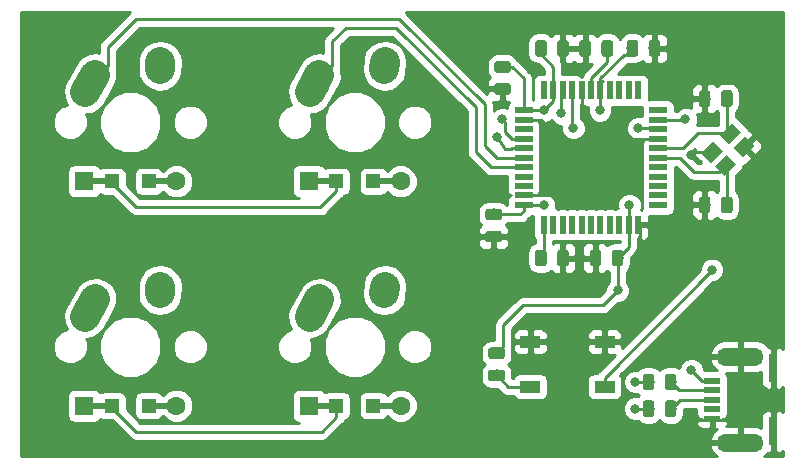
<source format=gbl>
G04 #@! TF.GenerationSoftware,KiCad,Pcbnew,(5.0.0-3-g5ebb6b6)*
G04 #@! TF.CreationDate,2018-09-23T16:07:04+01:00*
G04 #@! TF.ProjectId,PCB1,504342312E6B696361645F7063620000,rev?*
G04 #@! TF.SameCoordinates,Original*
G04 #@! TF.FileFunction,Copper,L2,Bot,Signal*
G04 #@! TF.FilePolarity,Positive*
%FSLAX46Y46*%
G04 Gerber Fmt 4.6, Leading zero omitted, Abs format (unit mm)*
G04 Created by KiCad (PCBNEW (5.0.0-3-g5ebb6b6)) date Sunday, 23 September 2018 at 16:07:04*
%MOMM*%
%LPD*%
G01*
G04 APERTURE LIST*
G04 #@! TA.AperFunction,Conductor*
%ADD10C,0.100000*%
G04 #@! TD*
G04 #@! TA.AperFunction,SMDPad,CuDef*
%ADD11C,0.975000*%
G04 #@! TD*
G04 #@! TA.AperFunction,SMDPad,CuDef*
%ADD12R,1.200000X1.200000*%
G04 #@! TD*
G04 #@! TA.AperFunction,ComponentPad*
%ADD13R,1.600000X1.600000*%
G04 #@! TD*
G04 #@! TA.AperFunction,ComponentPad*
%ADD14C,1.600000*%
G04 #@! TD*
G04 #@! TA.AperFunction,Conductor*
%ADD15R,2.500000X0.500000*%
G04 #@! TD*
G04 #@! TA.AperFunction,SMDPad,CuDef*
%ADD16R,0.800000X2.350000*%
G04 #@! TD*
G04 #@! TA.AperFunction,SMDPad,CuDef*
%ADD17R,1.400000X0.500000*%
G04 #@! TD*
G04 #@! TA.AperFunction,ComponentPad*
%ADD18O,4.000000X1.500000*%
G04 #@! TD*
G04 #@! TA.AperFunction,ComponentPad*
%ADD19C,2.500000*%
G04 #@! TD*
G04 #@! TA.AperFunction,Conductor*
%ADD20C,2.500000*%
G04 #@! TD*
G04 #@! TA.AperFunction,SMDPad,CuDef*
%ADD21R,1.700000X1.000000*%
G04 #@! TD*
G04 #@! TA.AperFunction,SMDPad,CuDef*
%ADD22R,0.550000X1.500000*%
G04 #@! TD*
G04 #@! TA.AperFunction,SMDPad,CuDef*
%ADD23R,1.500000X0.550000*%
G04 #@! TD*
G04 #@! TA.AperFunction,SMDPad,CuDef*
%ADD24C,1.150000*%
G04 #@! TD*
G04 #@! TA.AperFunction,ViaPad*
%ADD25C,0.800000*%
G04 #@! TD*
G04 #@! TA.AperFunction,Conductor*
%ADD26C,0.250000*%
G04 #@! TD*
G04 #@! TA.AperFunction,Conductor*
%ADD27C,0.254000*%
G04 #@! TD*
G04 APERTURE END LIST*
D10*
G04 #@! TO.N,Net-(C1-Pad1)*
G04 #@! TO.C,C1*
G36*
X160267642Y-54801174D02*
X160291303Y-54804684D01*
X160314507Y-54810496D01*
X160337029Y-54818554D01*
X160358653Y-54828782D01*
X160379170Y-54841079D01*
X160398383Y-54855329D01*
X160416107Y-54871393D01*
X160432171Y-54889117D01*
X160446421Y-54908330D01*
X160458718Y-54928847D01*
X160468946Y-54950471D01*
X160477004Y-54972993D01*
X160482816Y-54996197D01*
X160486326Y-55019858D01*
X160487500Y-55043750D01*
X160487500Y-55956250D01*
X160486326Y-55980142D01*
X160482816Y-56003803D01*
X160477004Y-56027007D01*
X160468946Y-56049529D01*
X160458718Y-56071153D01*
X160446421Y-56091670D01*
X160432171Y-56110883D01*
X160416107Y-56128607D01*
X160398383Y-56144671D01*
X160379170Y-56158921D01*
X160358653Y-56171218D01*
X160337029Y-56181446D01*
X160314507Y-56189504D01*
X160291303Y-56195316D01*
X160267642Y-56198826D01*
X160243750Y-56200000D01*
X159756250Y-56200000D01*
X159732358Y-56198826D01*
X159708697Y-56195316D01*
X159685493Y-56189504D01*
X159662971Y-56181446D01*
X159641347Y-56171218D01*
X159620830Y-56158921D01*
X159601617Y-56144671D01*
X159583893Y-56128607D01*
X159567829Y-56110883D01*
X159553579Y-56091670D01*
X159541282Y-56071153D01*
X159531054Y-56049529D01*
X159522996Y-56027007D01*
X159517184Y-56003803D01*
X159513674Y-55980142D01*
X159512500Y-55956250D01*
X159512500Y-55043750D01*
X159513674Y-55019858D01*
X159517184Y-54996197D01*
X159522996Y-54972993D01*
X159531054Y-54950471D01*
X159541282Y-54928847D01*
X159553579Y-54908330D01*
X159567829Y-54889117D01*
X159583893Y-54871393D01*
X159601617Y-54855329D01*
X159620830Y-54841079D01*
X159641347Y-54828782D01*
X159662971Y-54818554D01*
X159685493Y-54810496D01*
X159708697Y-54804684D01*
X159732358Y-54801174D01*
X159756250Y-54800000D01*
X160243750Y-54800000D01*
X160267642Y-54801174D01*
X160267642Y-54801174D01*
G37*
D11*
G04 #@! TD*
G04 #@! TO.P,C1,1*
G04 #@! TO.N,Net-(C1-Pad1)*
X160000000Y-55500000D03*
D10*
G04 #@! TO.N,GND*
G04 #@! TO.C,C1*
G36*
X158392642Y-54801174D02*
X158416303Y-54804684D01*
X158439507Y-54810496D01*
X158462029Y-54818554D01*
X158483653Y-54828782D01*
X158504170Y-54841079D01*
X158523383Y-54855329D01*
X158541107Y-54871393D01*
X158557171Y-54889117D01*
X158571421Y-54908330D01*
X158583718Y-54928847D01*
X158593946Y-54950471D01*
X158602004Y-54972993D01*
X158607816Y-54996197D01*
X158611326Y-55019858D01*
X158612500Y-55043750D01*
X158612500Y-55956250D01*
X158611326Y-55980142D01*
X158607816Y-56003803D01*
X158602004Y-56027007D01*
X158593946Y-56049529D01*
X158583718Y-56071153D01*
X158571421Y-56091670D01*
X158557171Y-56110883D01*
X158541107Y-56128607D01*
X158523383Y-56144671D01*
X158504170Y-56158921D01*
X158483653Y-56171218D01*
X158462029Y-56181446D01*
X158439507Y-56189504D01*
X158416303Y-56195316D01*
X158392642Y-56198826D01*
X158368750Y-56200000D01*
X157881250Y-56200000D01*
X157857358Y-56198826D01*
X157833697Y-56195316D01*
X157810493Y-56189504D01*
X157787971Y-56181446D01*
X157766347Y-56171218D01*
X157745830Y-56158921D01*
X157726617Y-56144671D01*
X157708893Y-56128607D01*
X157692829Y-56110883D01*
X157678579Y-56091670D01*
X157666282Y-56071153D01*
X157656054Y-56049529D01*
X157647996Y-56027007D01*
X157642184Y-56003803D01*
X157638674Y-55980142D01*
X157637500Y-55956250D01*
X157637500Y-55043750D01*
X157638674Y-55019858D01*
X157642184Y-54996197D01*
X157647996Y-54972993D01*
X157656054Y-54950471D01*
X157666282Y-54928847D01*
X157678579Y-54908330D01*
X157692829Y-54889117D01*
X157708893Y-54871393D01*
X157726617Y-54855329D01*
X157745830Y-54841079D01*
X157766347Y-54828782D01*
X157787971Y-54818554D01*
X157810493Y-54810496D01*
X157833697Y-54804684D01*
X157857358Y-54801174D01*
X157881250Y-54800000D01*
X158368750Y-54800000D01*
X158392642Y-54801174D01*
X158392642Y-54801174D01*
G37*
D11*
G04 #@! TD*
G04 #@! TO.P,C1,2*
G04 #@! TO.N,GND*
X158125000Y-55500000D03*
D10*
G04 #@! TO.N,GND*
G04 #@! TO.C,C2*
G36*
X158392642Y-63801174D02*
X158416303Y-63804684D01*
X158439507Y-63810496D01*
X158462029Y-63818554D01*
X158483653Y-63828782D01*
X158504170Y-63841079D01*
X158523383Y-63855329D01*
X158541107Y-63871393D01*
X158557171Y-63889117D01*
X158571421Y-63908330D01*
X158583718Y-63928847D01*
X158593946Y-63950471D01*
X158602004Y-63972993D01*
X158607816Y-63996197D01*
X158611326Y-64019858D01*
X158612500Y-64043750D01*
X158612500Y-64956250D01*
X158611326Y-64980142D01*
X158607816Y-65003803D01*
X158602004Y-65027007D01*
X158593946Y-65049529D01*
X158583718Y-65071153D01*
X158571421Y-65091670D01*
X158557171Y-65110883D01*
X158541107Y-65128607D01*
X158523383Y-65144671D01*
X158504170Y-65158921D01*
X158483653Y-65171218D01*
X158462029Y-65181446D01*
X158439507Y-65189504D01*
X158416303Y-65195316D01*
X158392642Y-65198826D01*
X158368750Y-65200000D01*
X157881250Y-65200000D01*
X157857358Y-65198826D01*
X157833697Y-65195316D01*
X157810493Y-65189504D01*
X157787971Y-65181446D01*
X157766347Y-65171218D01*
X157745830Y-65158921D01*
X157726617Y-65144671D01*
X157708893Y-65128607D01*
X157692829Y-65110883D01*
X157678579Y-65091670D01*
X157666282Y-65071153D01*
X157656054Y-65049529D01*
X157647996Y-65027007D01*
X157642184Y-65003803D01*
X157638674Y-64980142D01*
X157637500Y-64956250D01*
X157637500Y-64043750D01*
X157638674Y-64019858D01*
X157642184Y-63996197D01*
X157647996Y-63972993D01*
X157656054Y-63950471D01*
X157666282Y-63928847D01*
X157678579Y-63908330D01*
X157692829Y-63889117D01*
X157708893Y-63871393D01*
X157726617Y-63855329D01*
X157745830Y-63841079D01*
X157766347Y-63828782D01*
X157787971Y-63818554D01*
X157810493Y-63810496D01*
X157833697Y-63804684D01*
X157857358Y-63801174D01*
X157881250Y-63800000D01*
X158368750Y-63800000D01*
X158392642Y-63801174D01*
X158392642Y-63801174D01*
G37*
D11*
G04 #@! TD*
G04 #@! TO.P,C2,2*
G04 #@! TO.N,GND*
X158125000Y-64500000D03*
D10*
G04 #@! TO.N,Net-(C2-Pad1)*
G04 #@! TO.C,C2*
G36*
X160267642Y-63801174D02*
X160291303Y-63804684D01*
X160314507Y-63810496D01*
X160337029Y-63818554D01*
X160358653Y-63828782D01*
X160379170Y-63841079D01*
X160398383Y-63855329D01*
X160416107Y-63871393D01*
X160432171Y-63889117D01*
X160446421Y-63908330D01*
X160458718Y-63928847D01*
X160468946Y-63950471D01*
X160477004Y-63972993D01*
X160482816Y-63996197D01*
X160486326Y-64019858D01*
X160487500Y-64043750D01*
X160487500Y-64956250D01*
X160486326Y-64980142D01*
X160482816Y-65003803D01*
X160477004Y-65027007D01*
X160468946Y-65049529D01*
X160458718Y-65071153D01*
X160446421Y-65091670D01*
X160432171Y-65110883D01*
X160416107Y-65128607D01*
X160398383Y-65144671D01*
X160379170Y-65158921D01*
X160358653Y-65171218D01*
X160337029Y-65181446D01*
X160314507Y-65189504D01*
X160291303Y-65195316D01*
X160267642Y-65198826D01*
X160243750Y-65200000D01*
X159756250Y-65200000D01*
X159732358Y-65198826D01*
X159708697Y-65195316D01*
X159685493Y-65189504D01*
X159662971Y-65181446D01*
X159641347Y-65171218D01*
X159620830Y-65158921D01*
X159601617Y-65144671D01*
X159583893Y-65128607D01*
X159567829Y-65110883D01*
X159553579Y-65091670D01*
X159541282Y-65071153D01*
X159531054Y-65049529D01*
X159522996Y-65027007D01*
X159517184Y-65003803D01*
X159513674Y-64980142D01*
X159512500Y-64956250D01*
X159512500Y-64043750D01*
X159513674Y-64019858D01*
X159517184Y-63996197D01*
X159522996Y-63972993D01*
X159531054Y-63950471D01*
X159541282Y-63928847D01*
X159553579Y-63908330D01*
X159567829Y-63889117D01*
X159583893Y-63871393D01*
X159601617Y-63855329D01*
X159620830Y-63841079D01*
X159641347Y-63828782D01*
X159662971Y-63818554D01*
X159685493Y-63810496D01*
X159708697Y-63804684D01*
X159732358Y-63801174D01*
X159756250Y-63800000D01*
X160243750Y-63800000D01*
X160267642Y-63801174D01*
X160267642Y-63801174D01*
G37*
D11*
G04 #@! TD*
G04 #@! TO.P,C2,1*
G04 #@! TO.N,Net-(C2-Pad1)*
X160000000Y-64500000D03*
D10*
G04 #@! TO.N,VCC*
G04 #@! TO.C,C3*
G36*
X144517642Y-50551174D02*
X144541303Y-50554684D01*
X144564507Y-50560496D01*
X144587029Y-50568554D01*
X144608653Y-50578782D01*
X144629170Y-50591079D01*
X144648383Y-50605329D01*
X144666107Y-50621393D01*
X144682171Y-50639117D01*
X144696421Y-50658330D01*
X144708718Y-50678847D01*
X144718946Y-50700471D01*
X144727004Y-50722993D01*
X144732816Y-50746197D01*
X144736326Y-50769858D01*
X144737500Y-50793750D01*
X144737500Y-51706250D01*
X144736326Y-51730142D01*
X144732816Y-51753803D01*
X144727004Y-51777007D01*
X144718946Y-51799529D01*
X144708718Y-51821153D01*
X144696421Y-51841670D01*
X144682171Y-51860883D01*
X144666107Y-51878607D01*
X144648383Y-51894671D01*
X144629170Y-51908921D01*
X144608653Y-51921218D01*
X144587029Y-51931446D01*
X144564507Y-51939504D01*
X144541303Y-51945316D01*
X144517642Y-51948826D01*
X144493750Y-51950000D01*
X144006250Y-51950000D01*
X143982358Y-51948826D01*
X143958697Y-51945316D01*
X143935493Y-51939504D01*
X143912971Y-51931446D01*
X143891347Y-51921218D01*
X143870830Y-51908921D01*
X143851617Y-51894671D01*
X143833893Y-51878607D01*
X143817829Y-51860883D01*
X143803579Y-51841670D01*
X143791282Y-51821153D01*
X143781054Y-51799529D01*
X143772996Y-51777007D01*
X143767184Y-51753803D01*
X143763674Y-51730142D01*
X143762500Y-51706250D01*
X143762500Y-50793750D01*
X143763674Y-50769858D01*
X143767184Y-50746197D01*
X143772996Y-50722993D01*
X143781054Y-50700471D01*
X143791282Y-50678847D01*
X143803579Y-50658330D01*
X143817829Y-50639117D01*
X143833893Y-50621393D01*
X143851617Y-50605329D01*
X143870830Y-50591079D01*
X143891347Y-50578782D01*
X143912971Y-50568554D01*
X143935493Y-50560496D01*
X143958697Y-50554684D01*
X143982358Y-50551174D01*
X144006250Y-50550000D01*
X144493750Y-50550000D01*
X144517642Y-50551174D01*
X144517642Y-50551174D01*
G37*
D11*
G04 #@! TD*
G04 #@! TO.P,C3,1*
G04 #@! TO.N,VCC*
X144250000Y-51250000D03*
D10*
G04 #@! TO.N,GND*
G04 #@! TO.C,C3*
G36*
X146392642Y-50551174D02*
X146416303Y-50554684D01*
X146439507Y-50560496D01*
X146462029Y-50568554D01*
X146483653Y-50578782D01*
X146504170Y-50591079D01*
X146523383Y-50605329D01*
X146541107Y-50621393D01*
X146557171Y-50639117D01*
X146571421Y-50658330D01*
X146583718Y-50678847D01*
X146593946Y-50700471D01*
X146602004Y-50722993D01*
X146607816Y-50746197D01*
X146611326Y-50769858D01*
X146612500Y-50793750D01*
X146612500Y-51706250D01*
X146611326Y-51730142D01*
X146607816Y-51753803D01*
X146602004Y-51777007D01*
X146593946Y-51799529D01*
X146583718Y-51821153D01*
X146571421Y-51841670D01*
X146557171Y-51860883D01*
X146541107Y-51878607D01*
X146523383Y-51894671D01*
X146504170Y-51908921D01*
X146483653Y-51921218D01*
X146462029Y-51931446D01*
X146439507Y-51939504D01*
X146416303Y-51945316D01*
X146392642Y-51948826D01*
X146368750Y-51950000D01*
X145881250Y-51950000D01*
X145857358Y-51948826D01*
X145833697Y-51945316D01*
X145810493Y-51939504D01*
X145787971Y-51931446D01*
X145766347Y-51921218D01*
X145745830Y-51908921D01*
X145726617Y-51894671D01*
X145708893Y-51878607D01*
X145692829Y-51860883D01*
X145678579Y-51841670D01*
X145666282Y-51821153D01*
X145656054Y-51799529D01*
X145647996Y-51777007D01*
X145642184Y-51753803D01*
X145638674Y-51730142D01*
X145637500Y-51706250D01*
X145637500Y-50793750D01*
X145638674Y-50769858D01*
X145642184Y-50746197D01*
X145647996Y-50722993D01*
X145656054Y-50700471D01*
X145666282Y-50678847D01*
X145678579Y-50658330D01*
X145692829Y-50639117D01*
X145708893Y-50621393D01*
X145726617Y-50605329D01*
X145745830Y-50591079D01*
X145766347Y-50578782D01*
X145787971Y-50568554D01*
X145810493Y-50560496D01*
X145833697Y-50554684D01*
X145857358Y-50551174D01*
X145881250Y-50550000D01*
X146368750Y-50550000D01*
X146392642Y-50551174D01*
X146392642Y-50551174D01*
G37*
D11*
G04 #@! TD*
G04 #@! TO.P,C3,2*
G04 #@! TO.N,GND*
X146125000Y-51250000D03*
D10*
G04 #@! TO.N,GND*
G04 #@! TO.C,C4*
G36*
X140730142Y-66701174D02*
X140753803Y-66704684D01*
X140777007Y-66710496D01*
X140799529Y-66718554D01*
X140821153Y-66728782D01*
X140841670Y-66741079D01*
X140860883Y-66755329D01*
X140878607Y-66771393D01*
X140894671Y-66789117D01*
X140908921Y-66808330D01*
X140921218Y-66828847D01*
X140931446Y-66850471D01*
X140939504Y-66872993D01*
X140945316Y-66896197D01*
X140948826Y-66919858D01*
X140950000Y-66943750D01*
X140950000Y-67431250D01*
X140948826Y-67455142D01*
X140945316Y-67478803D01*
X140939504Y-67502007D01*
X140931446Y-67524529D01*
X140921218Y-67546153D01*
X140908921Y-67566670D01*
X140894671Y-67585883D01*
X140878607Y-67603607D01*
X140860883Y-67619671D01*
X140841670Y-67633921D01*
X140821153Y-67646218D01*
X140799529Y-67656446D01*
X140777007Y-67664504D01*
X140753803Y-67670316D01*
X140730142Y-67673826D01*
X140706250Y-67675000D01*
X139793750Y-67675000D01*
X139769858Y-67673826D01*
X139746197Y-67670316D01*
X139722993Y-67664504D01*
X139700471Y-67656446D01*
X139678847Y-67646218D01*
X139658330Y-67633921D01*
X139639117Y-67619671D01*
X139621393Y-67603607D01*
X139605329Y-67585883D01*
X139591079Y-67566670D01*
X139578782Y-67546153D01*
X139568554Y-67524529D01*
X139560496Y-67502007D01*
X139554684Y-67478803D01*
X139551174Y-67455142D01*
X139550000Y-67431250D01*
X139550000Y-66943750D01*
X139551174Y-66919858D01*
X139554684Y-66896197D01*
X139560496Y-66872993D01*
X139568554Y-66850471D01*
X139578782Y-66828847D01*
X139591079Y-66808330D01*
X139605329Y-66789117D01*
X139621393Y-66771393D01*
X139639117Y-66755329D01*
X139658330Y-66741079D01*
X139678847Y-66728782D01*
X139700471Y-66718554D01*
X139722993Y-66710496D01*
X139746197Y-66704684D01*
X139769858Y-66701174D01*
X139793750Y-66700000D01*
X140706250Y-66700000D01*
X140730142Y-66701174D01*
X140730142Y-66701174D01*
G37*
D11*
G04 #@! TD*
G04 #@! TO.P,C4,2*
G04 #@! TO.N,GND*
X140250000Y-67187500D03*
D10*
G04 #@! TO.N,VCC*
G04 #@! TO.C,C4*
G36*
X140730142Y-64826174D02*
X140753803Y-64829684D01*
X140777007Y-64835496D01*
X140799529Y-64843554D01*
X140821153Y-64853782D01*
X140841670Y-64866079D01*
X140860883Y-64880329D01*
X140878607Y-64896393D01*
X140894671Y-64914117D01*
X140908921Y-64933330D01*
X140921218Y-64953847D01*
X140931446Y-64975471D01*
X140939504Y-64997993D01*
X140945316Y-65021197D01*
X140948826Y-65044858D01*
X140950000Y-65068750D01*
X140950000Y-65556250D01*
X140948826Y-65580142D01*
X140945316Y-65603803D01*
X140939504Y-65627007D01*
X140931446Y-65649529D01*
X140921218Y-65671153D01*
X140908921Y-65691670D01*
X140894671Y-65710883D01*
X140878607Y-65728607D01*
X140860883Y-65744671D01*
X140841670Y-65758921D01*
X140821153Y-65771218D01*
X140799529Y-65781446D01*
X140777007Y-65789504D01*
X140753803Y-65795316D01*
X140730142Y-65798826D01*
X140706250Y-65800000D01*
X139793750Y-65800000D01*
X139769858Y-65798826D01*
X139746197Y-65795316D01*
X139722993Y-65789504D01*
X139700471Y-65781446D01*
X139678847Y-65771218D01*
X139658330Y-65758921D01*
X139639117Y-65744671D01*
X139621393Y-65728607D01*
X139605329Y-65710883D01*
X139591079Y-65691670D01*
X139578782Y-65671153D01*
X139568554Y-65649529D01*
X139560496Y-65627007D01*
X139554684Y-65603803D01*
X139551174Y-65580142D01*
X139550000Y-65556250D01*
X139550000Y-65068750D01*
X139551174Y-65044858D01*
X139554684Y-65021197D01*
X139560496Y-64997993D01*
X139568554Y-64975471D01*
X139578782Y-64953847D01*
X139591079Y-64933330D01*
X139605329Y-64914117D01*
X139621393Y-64896393D01*
X139639117Y-64880329D01*
X139658330Y-64866079D01*
X139678847Y-64853782D01*
X139700471Y-64843554D01*
X139722993Y-64835496D01*
X139746197Y-64829684D01*
X139769858Y-64826174D01*
X139793750Y-64825000D01*
X140706250Y-64825000D01*
X140730142Y-64826174D01*
X140730142Y-64826174D01*
G37*
D11*
G04 #@! TD*
G04 #@! TO.P,C4,1*
G04 #@! TO.N,VCC*
X140250000Y-65312500D03*
D10*
G04 #@! TO.N,VCC*
G04 #@! TO.C,C5*
G36*
X151017642Y-68301174D02*
X151041303Y-68304684D01*
X151064507Y-68310496D01*
X151087029Y-68318554D01*
X151108653Y-68328782D01*
X151129170Y-68341079D01*
X151148383Y-68355329D01*
X151166107Y-68371393D01*
X151182171Y-68389117D01*
X151196421Y-68408330D01*
X151208718Y-68428847D01*
X151218946Y-68450471D01*
X151227004Y-68472993D01*
X151232816Y-68496197D01*
X151236326Y-68519858D01*
X151237500Y-68543750D01*
X151237500Y-69456250D01*
X151236326Y-69480142D01*
X151232816Y-69503803D01*
X151227004Y-69527007D01*
X151218946Y-69549529D01*
X151208718Y-69571153D01*
X151196421Y-69591670D01*
X151182171Y-69610883D01*
X151166107Y-69628607D01*
X151148383Y-69644671D01*
X151129170Y-69658921D01*
X151108653Y-69671218D01*
X151087029Y-69681446D01*
X151064507Y-69689504D01*
X151041303Y-69695316D01*
X151017642Y-69698826D01*
X150993750Y-69700000D01*
X150506250Y-69700000D01*
X150482358Y-69698826D01*
X150458697Y-69695316D01*
X150435493Y-69689504D01*
X150412971Y-69681446D01*
X150391347Y-69671218D01*
X150370830Y-69658921D01*
X150351617Y-69644671D01*
X150333893Y-69628607D01*
X150317829Y-69610883D01*
X150303579Y-69591670D01*
X150291282Y-69571153D01*
X150281054Y-69549529D01*
X150272996Y-69527007D01*
X150267184Y-69503803D01*
X150263674Y-69480142D01*
X150262500Y-69456250D01*
X150262500Y-68543750D01*
X150263674Y-68519858D01*
X150267184Y-68496197D01*
X150272996Y-68472993D01*
X150281054Y-68450471D01*
X150291282Y-68428847D01*
X150303579Y-68408330D01*
X150317829Y-68389117D01*
X150333893Y-68371393D01*
X150351617Y-68355329D01*
X150370830Y-68341079D01*
X150391347Y-68328782D01*
X150412971Y-68318554D01*
X150435493Y-68310496D01*
X150458697Y-68304684D01*
X150482358Y-68301174D01*
X150506250Y-68300000D01*
X150993750Y-68300000D01*
X151017642Y-68301174D01*
X151017642Y-68301174D01*
G37*
D11*
G04 #@! TD*
G04 #@! TO.P,C5,1*
G04 #@! TO.N,VCC*
X150750000Y-69000000D03*
D10*
G04 #@! TO.N,GND*
G04 #@! TO.C,C5*
G36*
X149142642Y-68301174D02*
X149166303Y-68304684D01*
X149189507Y-68310496D01*
X149212029Y-68318554D01*
X149233653Y-68328782D01*
X149254170Y-68341079D01*
X149273383Y-68355329D01*
X149291107Y-68371393D01*
X149307171Y-68389117D01*
X149321421Y-68408330D01*
X149333718Y-68428847D01*
X149343946Y-68450471D01*
X149352004Y-68472993D01*
X149357816Y-68496197D01*
X149361326Y-68519858D01*
X149362500Y-68543750D01*
X149362500Y-69456250D01*
X149361326Y-69480142D01*
X149357816Y-69503803D01*
X149352004Y-69527007D01*
X149343946Y-69549529D01*
X149333718Y-69571153D01*
X149321421Y-69591670D01*
X149307171Y-69610883D01*
X149291107Y-69628607D01*
X149273383Y-69644671D01*
X149254170Y-69658921D01*
X149233653Y-69671218D01*
X149212029Y-69681446D01*
X149189507Y-69689504D01*
X149166303Y-69695316D01*
X149142642Y-69698826D01*
X149118750Y-69700000D01*
X148631250Y-69700000D01*
X148607358Y-69698826D01*
X148583697Y-69695316D01*
X148560493Y-69689504D01*
X148537971Y-69681446D01*
X148516347Y-69671218D01*
X148495830Y-69658921D01*
X148476617Y-69644671D01*
X148458893Y-69628607D01*
X148442829Y-69610883D01*
X148428579Y-69591670D01*
X148416282Y-69571153D01*
X148406054Y-69549529D01*
X148397996Y-69527007D01*
X148392184Y-69503803D01*
X148388674Y-69480142D01*
X148387500Y-69456250D01*
X148387500Y-68543750D01*
X148388674Y-68519858D01*
X148392184Y-68496197D01*
X148397996Y-68472993D01*
X148406054Y-68450471D01*
X148416282Y-68428847D01*
X148428579Y-68408330D01*
X148442829Y-68389117D01*
X148458893Y-68371393D01*
X148476617Y-68355329D01*
X148495830Y-68341079D01*
X148516347Y-68328782D01*
X148537971Y-68318554D01*
X148560493Y-68310496D01*
X148583697Y-68304684D01*
X148607358Y-68301174D01*
X148631250Y-68300000D01*
X149118750Y-68300000D01*
X149142642Y-68301174D01*
X149142642Y-68301174D01*
G37*
D11*
G04 #@! TD*
G04 #@! TO.P,C5,2*
G04 #@! TO.N,GND*
X148875000Y-69000000D03*
D10*
G04 #@! TO.N,GND*
G04 #@! TO.C,C6*
G36*
X154142642Y-50551174D02*
X154166303Y-50554684D01*
X154189507Y-50560496D01*
X154212029Y-50568554D01*
X154233653Y-50578782D01*
X154254170Y-50591079D01*
X154273383Y-50605329D01*
X154291107Y-50621393D01*
X154307171Y-50639117D01*
X154321421Y-50658330D01*
X154333718Y-50678847D01*
X154343946Y-50700471D01*
X154352004Y-50722993D01*
X154357816Y-50746197D01*
X154361326Y-50769858D01*
X154362500Y-50793750D01*
X154362500Y-51706250D01*
X154361326Y-51730142D01*
X154357816Y-51753803D01*
X154352004Y-51777007D01*
X154343946Y-51799529D01*
X154333718Y-51821153D01*
X154321421Y-51841670D01*
X154307171Y-51860883D01*
X154291107Y-51878607D01*
X154273383Y-51894671D01*
X154254170Y-51908921D01*
X154233653Y-51921218D01*
X154212029Y-51931446D01*
X154189507Y-51939504D01*
X154166303Y-51945316D01*
X154142642Y-51948826D01*
X154118750Y-51950000D01*
X153631250Y-51950000D01*
X153607358Y-51948826D01*
X153583697Y-51945316D01*
X153560493Y-51939504D01*
X153537971Y-51931446D01*
X153516347Y-51921218D01*
X153495830Y-51908921D01*
X153476617Y-51894671D01*
X153458893Y-51878607D01*
X153442829Y-51860883D01*
X153428579Y-51841670D01*
X153416282Y-51821153D01*
X153406054Y-51799529D01*
X153397996Y-51777007D01*
X153392184Y-51753803D01*
X153388674Y-51730142D01*
X153387500Y-51706250D01*
X153387500Y-50793750D01*
X153388674Y-50769858D01*
X153392184Y-50746197D01*
X153397996Y-50722993D01*
X153406054Y-50700471D01*
X153416282Y-50678847D01*
X153428579Y-50658330D01*
X153442829Y-50639117D01*
X153458893Y-50621393D01*
X153476617Y-50605329D01*
X153495830Y-50591079D01*
X153516347Y-50578782D01*
X153537971Y-50568554D01*
X153560493Y-50560496D01*
X153583697Y-50554684D01*
X153607358Y-50551174D01*
X153631250Y-50550000D01*
X154118750Y-50550000D01*
X154142642Y-50551174D01*
X154142642Y-50551174D01*
G37*
D11*
G04 #@! TD*
G04 #@! TO.P,C6,2*
G04 #@! TO.N,GND*
X153875000Y-51250000D03*
D10*
G04 #@! TO.N,VCC*
G04 #@! TO.C,C6*
G36*
X152267642Y-50551174D02*
X152291303Y-50554684D01*
X152314507Y-50560496D01*
X152337029Y-50568554D01*
X152358653Y-50578782D01*
X152379170Y-50591079D01*
X152398383Y-50605329D01*
X152416107Y-50621393D01*
X152432171Y-50639117D01*
X152446421Y-50658330D01*
X152458718Y-50678847D01*
X152468946Y-50700471D01*
X152477004Y-50722993D01*
X152482816Y-50746197D01*
X152486326Y-50769858D01*
X152487500Y-50793750D01*
X152487500Y-51706250D01*
X152486326Y-51730142D01*
X152482816Y-51753803D01*
X152477004Y-51777007D01*
X152468946Y-51799529D01*
X152458718Y-51821153D01*
X152446421Y-51841670D01*
X152432171Y-51860883D01*
X152416107Y-51878607D01*
X152398383Y-51894671D01*
X152379170Y-51908921D01*
X152358653Y-51921218D01*
X152337029Y-51931446D01*
X152314507Y-51939504D01*
X152291303Y-51945316D01*
X152267642Y-51948826D01*
X152243750Y-51950000D01*
X151756250Y-51950000D01*
X151732358Y-51948826D01*
X151708697Y-51945316D01*
X151685493Y-51939504D01*
X151662971Y-51931446D01*
X151641347Y-51921218D01*
X151620830Y-51908921D01*
X151601617Y-51894671D01*
X151583893Y-51878607D01*
X151567829Y-51860883D01*
X151553579Y-51841670D01*
X151541282Y-51821153D01*
X151531054Y-51799529D01*
X151522996Y-51777007D01*
X151517184Y-51753803D01*
X151513674Y-51730142D01*
X151512500Y-51706250D01*
X151512500Y-50793750D01*
X151513674Y-50769858D01*
X151517184Y-50746197D01*
X151522996Y-50722993D01*
X151531054Y-50700471D01*
X151541282Y-50678847D01*
X151553579Y-50658330D01*
X151567829Y-50639117D01*
X151583893Y-50621393D01*
X151601617Y-50605329D01*
X151620830Y-50591079D01*
X151641347Y-50578782D01*
X151662971Y-50568554D01*
X151685493Y-50560496D01*
X151708697Y-50554684D01*
X151732358Y-50551174D01*
X151756250Y-50550000D01*
X152243750Y-50550000D01*
X152267642Y-50551174D01*
X152267642Y-50551174D01*
G37*
D11*
G04 #@! TD*
G04 #@! TO.P,C6,1*
G04 #@! TO.N,VCC*
X152000000Y-51250000D03*
D10*
G04 #@! TO.N,VCC*
G04 #@! TO.C,C7*
G36*
X141480142Y-52326174D02*
X141503803Y-52329684D01*
X141527007Y-52335496D01*
X141549529Y-52343554D01*
X141571153Y-52353782D01*
X141591670Y-52366079D01*
X141610883Y-52380329D01*
X141628607Y-52396393D01*
X141644671Y-52414117D01*
X141658921Y-52433330D01*
X141671218Y-52453847D01*
X141681446Y-52475471D01*
X141689504Y-52497993D01*
X141695316Y-52521197D01*
X141698826Y-52544858D01*
X141700000Y-52568750D01*
X141700000Y-53056250D01*
X141698826Y-53080142D01*
X141695316Y-53103803D01*
X141689504Y-53127007D01*
X141681446Y-53149529D01*
X141671218Y-53171153D01*
X141658921Y-53191670D01*
X141644671Y-53210883D01*
X141628607Y-53228607D01*
X141610883Y-53244671D01*
X141591670Y-53258921D01*
X141571153Y-53271218D01*
X141549529Y-53281446D01*
X141527007Y-53289504D01*
X141503803Y-53295316D01*
X141480142Y-53298826D01*
X141456250Y-53300000D01*
X140543750Y-53300000D01*
X140519858Y-53298826D01*
X140496197Y-53295316D01*
X140472993Y-53289504D01*
X140450471Y-53281446D01*
X140428847Y-53271218D01*
X140408330Y-53258921D01*
X140389117Y-53244671D01*
X140371393Y-53228607D01*
X140355329Y-53210883D01*
X140341079Y-53191670D01*
X140328782Y-53171153D01*
X140318554Y-53149529D01*
X140310496Y-53127007D01*
X140304684Y-53103803D01*
X140301174Y-53080142D01*
X140300000Y-53056250D01*
X140300000Y-52568750D01*
X140301174Y-52544858D01*
X140304684Y-52521197D01*
X140310496Y-52497993D01*
X140318554Y-52475471D01*
X140328782Y-52453847D01*
X140341079Y-52433330D01*
X140355329Y-52414117D01*
X140371393Y-52396393D01*
X140389117Y-52380329D01*
X140408330Y-52366079D01*
X140428847Y-52353782D01*
X140450471Y-52343554D01*
X140472993Y-52335496D01*
X140496197Y-52329684D01*
X140519858Y-52326174D01*
X140543750Y-52325000D01*
X141456250Y-52325000D01*
X141480142Y-52326174D01*
X141480142Y-52326174D01*
G37*
D11*
G04 #@! TD*
G04 #@! TO.P,C7,1*
G04 #@! TO.N,VCC*
X141000000Y-52812500D03*
D10*
G04 #@! TO.N,GND*
G04 #@! TO.C,C7*
G36*
X141480142Y-54201174D02*
X141503803Y-54204684D01*
X141527007Y-54210496D01*
X141549529Y-54218554D01*
X141571153Y-54228782D01*
X141591670Y-54241079D01*
X141610883Y-54255329D01*
X141628607Y-54271393D01*
X141644671Y-54289117D01*
X141658921Y-54308330D01*
X141671218Y-54328847D01*
X141681446Y-54350471D01*
X141689504Y-54372993D01*
X141695316Y-54396197D01*
X141698826Y-54419858D01*
X141700000Y-54443750D01*
X141700000Y-54931250D01*
X141698826Y-54955142D01*
X141695316Y-54978803D01*
X141689504Y-55002007D01*
X141681446Y-55024529D01*
X141671218Y-55046153D01*
X141658921Y-55066670D01*
X141644671Y-55085883D01*
X141628607Y-55103607D01*
X141610883Y-55119671D01*
X141591670Y-55133921D01*
X141571153Y-55146218D01*
X141549529Y-55156446D01*
X141527007Y-55164504D01*
X141503803Y-55170316D01*
X141480142Y-55173826D01*
X141456250Y-55175000D01*
X140543750Y-55175000D01*
X140519858Y-55173826D01*
X140496197Y-55170316D01*
X140472993Y-55164504D01*
X140450471Y-55156446D01*
X140428847Y-55146218D01*
X140408330Y-55133921D01*
X140389117Y-55119671D01*
X140371393Y-55103607D01*
X140355329Y-55085883D01*
X140341079Y-55066670D01*
X140328782Y-55046153D01*
X140318554Y-55024529D01*
X140310496Y-55002007D01*
X140304684Y-54978803D01*
X140301174Y-54955142D01*
X140300000Y-54931250D01*
X140300000Y-54443750D01*
X140301174Y-54419858D01*
X140304684Y-54396197D01*
X140310496Y-54372993D01*
X140318554Y-54350471D01*
X140328782Y-54328847D01*
X140341079Y-54308330D01*
X140355329Y-54289117D01*
X140371393Y-54271393D01*
X140389117Y-54255329D01*
X140408330Y-54241079D01*
X140428847Y-54228782D01*
X140450471Y-54218554D01*
X140472993Y-54210496D01*
X140496197Y-54204684D01*
X140519858Y-54201174D01*
X140543750Y-54200000D01*
X141456250Y-54200000D01*
X141480142Y-54201174D01*
X141480142Y-54201174D01*
G37*
D11*
G04 #@! TD*
G04 #@! TO.P,C7,2*
G04 #@! TO.N,GND*
X141000000Y-54687500D03*
D10*
G04 #@! TO.N,GND*
G04 #@! TO.C,C8*
G36*
X148267642Y-50551174D02*
X148291303Y-50554684D01*
X148314507Y-50560496D01*
X148337029Y-50568554D01*
X148358653Y-50578782D01*
X148379170Y-50591079D01*
X148398383Y-50605329D01*
X148416107Y-50621393D01*
X148432171Y-50639117D01*
X148446421Y-50658330D01*
X148458718Y-50678847D01*
X148468946Y-50700471D01*
X148477004Y-50722993D01*
X148482816Y-50746197D01*
X148486326Y-50769858D01*
X148487500Y-50793750D01*
X148487500Y-51706250D01*
X148486326Y-51730142D01*
X148482816Y-51753803D01*
X148477004Y-51777007D01*
X148468946Y-51799529D01*
X148458718Y-51821153D01*
X148446421Y-51841670D01*
X148432171Y-51860883D01*
X148416107Y-51878607D01*
X148398383Y-51894671D01*
X148379170Y-51908921D01*
X148358653Y-51921218D01*
X148337029Y-51931446D01*
X148314507Y-51939504D01*
X148291303Y-51945316D01*
X148267642Y-51948826D01*
X148243750Y-51950000D01*
X147756250Y-51950000D01*
X147732358Y-51948826D01*
X147708697Y-51945316D01*
X147685493Y-51939504D01*
X147662971Y-51931446D01*
X147641347Y-51921218D01*
X147620830Y-51908921D01*
X147601617Y-51894671D01*
X147583893Y-51878607D01*
X147567829Y-51860883D01*
X147553579Y-51841670D01*
X147541282Y-51821153D01*
X147531054Y-51799529D01*
X147522996Y-51777007D01*
X147517184Y-51753803D01*
X147513674Y-51730142D01*
X147512500Y-51706250D01*
X147512500Y-50793750D01*
X147513674Y-50769858D01*
X147517184Y-50746197D01*
X147522996Y-50722993D01*
X147531054Y-50700471D01*
X147541282Y-50678847D01*
X147553579Y-50658330D01*
X147567829Y-50639117D01*
X147583893Y-50621393D01*
X147601617Y-50605329D01*
X147620830Y-50591079D01*
X147641347Y-50578782D01*
X147662971Y-50568554D01*
X147685493Y-50560496D01*
X147708697Y-50554684D01*
X147732358Y-50551174D01*
X147756250Y-50550000D01*
X148243750Y-50550000D01*
X148267642Y-50551174D01*
X148267642Y-50551174D01*
G37*
D11*
G04 #@! TD*
G04 #@! TO.P,C8,2*
G04 #@! TO.N,GND*
X148000000Y-51250000D03*
D10*
G04 #@! TO.N,Net-(C8-Pad1)*
G04 #@! TO.C,C8*
G36*
X150142642Y-50551174D02*
X150166303Y-50554684D01*
X150189507Y-50560496D01*
X150212029Y-50568554D01*
X150233653Y-50578782D01*
X150254170Y-50591079D01*
X150273383Y-50605329D01*
X150291107Y-50621393D01*
X150307171Y-50639117D01*
X150321421Y-50658330D01*
X150333718Y-50678847D01*
X150343946Y-50700471D01*
X150352004Y-50722993D01*
X150357816Y-50746197D01*
X150361326Y-50769858D01*
X150362500Y-50793750D01*
X150362500Y-51706250D01*
X150361326Y-51730142D01*
X150357816Y-51753803D01*
X150352004Y-51777007D01*
X150343946Y-51799529D01*
X150333718Y-51821153D01*
X150321421Y-51841670D01*
X150307171Y-51860883D01*
X150291107Y-51878607D01*
X150273383Y-51894671D01*
X150254170Y-51908921D01*
X150233653Y-51921218D01*
X150212029Y-51931446D01*
X150189507Y-51939504D01*
X150166303Y-51945316D01*
X150142642Y-51948826D01*
X150118750Y-51950000D01*
X149631250Y-51950000D01*
X149607358Y-51948826D01*
X149583697Y-51945316D01*
X149560493Y-51939504D01*
X149537971Y-51931446D01*
X149516347Y-51921218D01*
X149495830Y-51908921D01*
X149476617Y-51894671D01*
X149458893Y-51878607D01*
X149442829Y-51860883D01*
X149428579Y-51841670D01*
X149416282Y-51821153D01*
X149406054Y-51799529D01*
X149397996Y-51777007D01*
X149392184Y-51753803D01*
X149388674Y-51730142D01*
X149387500Y-51706250D01*
X149387500Y-50793750D01*
X149388674Y-50769858D01*
X149392184Y-50746197D01*
X149397996Y-50722993D01*
X149406054Y-50700471D01*
X149416282Y-50678847D01*
X149428579Y-50658330D01*
X149442829Y-50639117D01*
X149458893Y-50621393D01*
X149476617Y-50605329D01*
X149495830Y-50591079D01*
X149516347Y-50578782D01*
X149537971Y-50568554D01*
X149560493Y-50560496D01*
X149583697Y-50554684D01*
X149607358Y-50551174D01*
X149631250Y-50550000D01*
X150118750Y-50550000D01*
X150142642Y-50551174D01*
X150142642Y-50551174D01*
G37*
D11*
G04 #@! TD*
G04 #@! TO.P,C8,1*
G04 #@! TO.N,Net-(C8-Pad1)*
X149875000Y-51250000D03*
D12*
G04 #@! TO.P,D1,2*
G04 #@! TO.N,Net-(D1-Pad2)*
X111075000Y-62500000D03*
G04 #@! TO.P,D1,1*
G04 #@! TO.N,/Row0*
X107925000Y-62500000D03*
D13*
X105600000Y-62500000D03*
D14*
G04 #@! TO.P,D1,2*
G04 #@! TO.N,Net-(D1-Pad2)*
X113400000Y-62500000D03*
D15*
G04 #@! TD*
G04 #@! TO.N,/Row0*
G04 #@! TO.C,D1*
X106800000Y-62500000D03*
G04 #@! TO.N,Net-(D1-Pad2)*
G04 #@! TO.C,D1*
X112200000Y-62500000D03*
G04 #@! TD*
D12*
G04 #@! TO.P,D2,2*
G04 #@! TO.N,Net-(D2-Pad2)*
X111075000Y-81500000D03*
G04 #@! TO.P,D2,1*
G04 #@! TO.N,/Row1*
X107925000Y-81500000D03*
D13*
X105600000Y-81500000D03*
D14*
G04 #@! TO.P,D2,2*
G04 #@! TO.N,Net-(D2-Pad2)*
X113400000Y-81500000D03*
D15*
G04 #@! TD*
G04 #@! TO.N,/Row1*
G04 #@! TO.C,D2*
X106800000Y-81500000D03*
G04 #@! TO.N,Net-(D2-Pad2)*
G04 #@! TO.C,D2*
X112200000Y-81500000D03*
G04 #@! TD*
G04 #@! TO.N,Net-(D3-Pad2)*
G04 #@! TO.C,D3*
X131200000Y-62500000D03*
G04 #@! TO.N,/Row0*
X125800000Y-62500000D03*
D14*
G04 #@! TD*
G04 #@! TO.P,D3,2*
G04 #@! TO.N,Net-(D3-Pad2)*
X132400000Y-62500000D03*
D13*
G04 #@! TO.P,D3,1*
G04 #@! TO.N,/Row0*
X124600000Y-62500000D03*
D12*
X126925000Y-62500000D03*
G04 #@! TO.P,D3,2*
G04 #@! TO.N,Net-(D3-Pad2)*
X130075000Y-62500000D03*
G04 #@! TD*
D15*
G04 #@! TO.N,Net-(D4-Pad2)*
G04 #@! TO.C,D4*
X131200000Y-81500000D03*
G04 #@! TO.N,/Row1*
X125800000Y-81500000D03*
D14*
G04 #@! TD*
G04 #@! TO.P,D4,2*
G04 #@! TO.N,Net-(D4-Pad2)*
X132400000Y-81500000D03*
D13*
G04 #@! TO.P,D4,1*
G04 #@! TO.N,/Row1*
X124600000Y-81500000D03*
D12*
X126925000Y-81500000D03*
G04 #@! TO.P,D4,2*
G04 #@! TO.N,Net-(D4-Pad2)*
X130075000Y-81500000D03*
G04 #@! TD*
D16*
G04 #@! TO.P,J1,6*
G04 #@! TO.N,GND*
X163950000Y-83675000D03*
X163950000Y-78325000D03*
D17*
G04 #@! TO.P,J1,1*
G04 #@! TO.N,VCC*
X158750000Y-79400000D03*
G04 #@! TO.P,J1,2*
G04 #@! TO.N,Net-(J1-Pad2)*
X158750000Y-80200000D03*
G04 #@! TO.P,J1,3*
G04 #@! TO.N,Net-(J1-Pad3)*
X158750000Y-81000000D03*
G04 #@! TO.P,J1,4*
G04 #@! TO.N,Net-(J1-Pad4)*
X158750000Y-81800000D03*
G04 #@! TO.P,J1,5*
G04 #@! TO.N,GND*
X158750000Y-82600000D03*
D18*
G04 #@! TO.P,J1,6*
X161150000Y-77350000D03*
X161150000Y-84650000D03*
G04 #@! TD*
D19*
G04 #@! TO.P,K1,1*
G04 #@! TO.N,/Col0*
X106095000Y-54230000D03*
D20*
G04 #@! TD*
G04 #@! TO.N,/Col0*
G04 #@! TO.C,K1*
X106500453Y-53500046D02*
X105689547Y-54959954D01*
D19*
G04 #@! TO.P,K1,2*
G04 #@! TO.N,Net-(D1-Pad2)*
X112020000Y-52710000D03*
D20*
G04 #@! TD*
G04 #@! TO.N,Net-(D1-Pad2)*
G04 #@! TO.C,K1*
X112039724Y-52420672D02*
X112000276Y-52999328D01*
D19*
G04 #@! TO.P,K2,1*
G04 #@! TO.N,/Col0*
X106095000Y-73230000D03*
D20*
G04 #@! TD*
G04 #@! TO.N,/Col0*
G04 #@! TO.C,K2*
X106500453Y-72500046D02*
X105689547Y-73959954D01*
D19*
G04 #@! TO.P,K2,2*
G04 #@! TO.N,Net-(D2-Pad2)*
X112020000Y-71710000D03*
D20*
G04 #@! TD*
G04 #@! TO.N,Net-(D2-Pad2)*
G04 #@! TO.C,K2*
X112039724Y-71420672D02*
X112000276Y-71999328D01*
D19*
G04 #@! TO.P,K3,2*
G04 #@! TO.N,Net-(D3-Pad2)*
X131020000Y-52710000D03*
D20*
G04 #@! TD*
G04 #@! TO.N,Net-(D3-Pad2)*
G04 #@! TO.C,K3*
X131039724Y-52420672D02*
X131000276Y-52999328D01*
D19*
G04 #@! TO.P,K3,1*
G04 #@! TO.N,/Col1*
X125095000Y-54230000D03*
D20*
G04 #@! TD*
G04 #@! TO.N,/Col1*
G04 #@! TO.C,K3*
X125500453Y-53500046D02*
X124689547Y-54959954D01*
D19*
G04 #@! TO.P,K4,2*
G04 #@! TO.N,Net-(D4-Pad2)*
X131020000Y-71710000D03*
D20*
G04 #@! TD*
G04 #@! TO.N,Net-(D4-Pad2)*
G04 #@! TO.C,K4*
X131039724Y-71420672D02*
X131000276Y-71999328D01*
D19*
G04 #@! TO.P,K4,1*
G04 #@! TO.N,/Col1*
X125095000Y-73230000D03*
D20*
G04 #@! TD*
G04 #@! TO.N,/Col1*
G04 #@! TO.C,K4*
X125500453Y-72500046D02*
X124689547Y-73959954D01*
D10*
G04 #@! TO.N,Net-(R1-Pad1)*
G04 #@! TO.C,R1*
G36*
X140980142Y-78451174D02*
X141003803Y-78454684D01*
X141027007Y-78460496D01*
X141049529Y-78468554D01*
X141071153Y-78478782D01*
X141091670Y-78491079D01*
X141110883Y-78505329D01*
X141128607Y-78521393D01*
X141144671Y-78539117D01*
X141158921Y-78558330D01*
X141171218Y-78578847D01*
X141181446Y-78600471D01*
X141189504Y-78622993D01*
X141195316Y-78646197D01*
X141198826Y-78669858D01*
X141200000Y-78693750D01*
X141200000Y-79181250D01*
X141198826Y-79205142D01*
X141195316Y-79228803D01*
X141189504Y-79252007D01*
X141181446Y-79274529D01*
X141171218Y-79296153D01*
X141158921Y-79316670D01*
X141144671Y-79335883D01*
X141128607Y-79353607D01*
X141110883Y-79369671D01*
X141091670Y-79383921D01*
X141071153Y-79396218D01*
X141049529Y-79406446D01*
X141027007Y-79414504D01*
X141003803Y-79420316D01*
X140980142Y-79423826D01*
X140956250Y-79425000D01*
X140043750Y-79425000D01*
X140019858Y-79423826D01*
X139996197Y-79420316D01*
X139972993Y-79414504D01*
X139950471Y-79406446D01*
X139928847Y-79396218D01*
X139908330Y-79383921D01*
X139889117Y-79369671D01*
X139871393Y-79353607D01*
X139855329Y-79335883D01*
X139841079Y-79316670D01*
X139828782Y-79296153D01*
X139818554Y-79274529D01*
X139810496Y-79252007D01*
X139804684Y-79228803D01*
X139801174Y-79205142D01*
X139800000Y-79181250D01*
X139800000Y-78693750D01*
X139801174Y-78669858D01*
X139804684Y-78646197D01*
X139810496Y-78622993D01*
X139818554Y-78600471D01*
X139828782Y-78578847D01*
X139841079Y-78558330D01*
X139855329Y-78539117D01*
X139871393Y-78521393D01*
X139889117Y-78505329D01*
X139908330Y-78491079D01*
X139928847Y-78478782D01*
X139950471Y-78468554D01*
X139972993Y-78460496D01*
X139996197Y-78454684D01*
X140019858Y-78451174D01*
X140043750Y-78450000D01*
X140956250Y-78450000D01*
X140980142Y-78451174D01*
X140980142Y-78451174D01*
G37*
D11*
G04 #@! TD*
G04 #@! TO.P,R1,1*
G04 #@! TO.N,Net-(R1-Pad1)*
X140500000Y-78937500D03*
D10*
G04 #@! TO.N,VCC*
G04 #@! TO.C,R1*
G36*
X140980142Y-76576174D02*
X141003803Y-76579684D01*
X141027007Y-76585496D01*
X141049529Y-76593554D01*
X141071153Y-76603782D01*
X141091670Y-76616079D01*
X141110883Y-76630329D01*
X141128607Y-76646393D01*
X141144671Y-76664117D01*
X141158921Y-76683330D01*
X141171218Y-76703847D01*
X141181446Y-76725471D01*
X141189504Y-76747993D01*
X141195316Y-76771197D01*
X141198826Y-76794858D01*
X141200000Y-76818750D01*
X141200000Y-77306250D01*
X141198826Y-77330142D01*
X141195316Y-77353803D01*
X141189504Y-77377007D01*
X141181446Y-77399529D01*
X141171218Y-77421153D01*
X141158921Y-77441670D01*
X141144671Y-77460883D01*
X141128607Y-77478607D01*
X141110883Y-77494671D01*
X141091670Y-77508921D01*
X141071153Y-77521218D01*
X141049529Y-77531446D01*
X141027007Y-77539504D01*
X141003803Y-77545316D01*
X140980142Y-77548826D01*
X140956250Y-77550000D01*
X140043750Y-77550000D01*
X140019858Y-77548826D01*
X139996197Y-77545316D01*
X139972993Y-77539504D01*
X139950471Y-77531446D01*
X139928847Y-77521218D01*
X139908330Y-77508921D01*
X139889117Y-77494671D01*
X139871393Y-77478607D01*
X139855329Y-77460883D01*
X139841079Y-77441670D01*
X139828782Y-77421153D01*
X139818554Y-77399529D01*
X139810496Y-77377007D01*
X139804684Y-77353803D01*
X139801174Y-77330142D01*
X139800000Y-77306250D01*
X139800000Y-76818750D01*
X139801174Y-76794858D01*
X139804684Y-76771197D01*
X139810496Y-76747993D01*
X139818554Y-76725471D01*
X139828782Y-76703847D01*
X139841079Y-76683330D01*
X139855329Y-76664117D01*
X139871393Y-76646393D01*
X139889117Y-76630329D01*
X139908330Y-76616079D01*
X139928847Y-76603782D01*
X139950471Y-76593554D01*
X139972993Y-76585496D01*
X139996197Y-76579684D01*
X140019858Y-76576174D01*
X140043750Y-76575000D01*
X140956250Y-76575000D01*
X140980142Y-76576174D01*
X140980142Y-76576174D01*
G37*
D11*
G04 #@! TD*
G04 #@! TO.P,R1,2*
G04 #@! TO.N,VCC*
X140500000Y-77062500D03*
D10*
G04 #@! TO.N,Net-(R2-Pad2)*
G04 #@! TO.C,R2*
G36*
X144517642Y-68301174D02*
X144541303Y-68304684D01*
X144564507Y-68310496D01*
X144587029Y-68318554D01*
X144608653Y-68328782D01*
X144629170Y-68341079D01*
X144648383Y-68355329D01*
X144666107Y-68371393D01*
X144682171Y-68389117D01*
X144696421Y-68408330D01*
X144708718Y-68428847D01*
X144718946Y-68450471D01*
X144727004Y-68472993D01*
X144732816Y-68496197D01*
X144736326Y-68519858D01*
X144737500Y-68543750D01*
X144737500Y-69456250D01*
X144736326Y-69480142D01*
X144732816Y-69503803D01*
X144727004Y-69527007D01*
X144718946Y-69549529D01*
X144708718Y-69571153D01*
X144696421Y-69591670D01*
X144682171Y-69610883D01*
X144666107Y-69628607D01*
X144648383Y-69644671D01*
X144629170Y-69658921D01*
X144608653Y-69671218D01*
X144587029Y-69681446D01*
X144564507Y-69689504D01*
X144541303Y-69695316D01*
X144517642Y-69698826D01*
X144493750Y-69700000D01*
X144006250Y-69700000D01*
X143982358Y-69698826D01*
X143958697Y-69695316D01*
X143935493Y-69689504D01*
X143912971Y-69681446D01*
X143891347Y-69671218D01*
X143870830Y-69658921D01*
X143851617Y-69644671D01*
X143833893Y-69628607D01*
X143817829Y-69610883D01*
X143803579Y-69591670D01*
X143791282Y-69571153D01*
X143781054Y-69549529D01*
X143772996Y-69527007D01*
X143767184Y-69503803D01*
X143763674Y-69480142D01*
X143762500Y-69456250D01*
X143762500Y-68543750D01*
X143763674Y-68519858D01*
X143767184Y-68496197D01*
X143772996Y-68472993D01*
X143781054Y-68450471D01*
X143791282Y-68428847D01*
X143803579Y-68408330D01*
X143817829Y-68389117D01*
X143833893Y-68371393D01*
X143851617Y-68355329D01*
X143870830Y-68341079D01*
X143891347Y-68328782D01*
X143912971Y-68318554D01*
X143935493Y-68310496D01*
X143958697Y-68304684D01*
X143982358Y-68301174D01*
X144006250Y-68300000D01*
X144493750Y-68300000D01*
X144517642Y-68301174D01*
X144517642Y-68301174D01*
G37*
D11*
G04 #@! TD*
G04 #@! TO.P,R2,2*
G04 #@! TO.N,Net-(R2-Pad2)*
X144250000Y-69000000D03*
D10*
G04 #@! TO.N,GND*
G04 #@! TO.C,R2*
G36*
X146392642Y-68301174D02*
X146416303Y-68304684D01*
X146439507Y-68310496D01*
X146462029Y-68318554D01*
X146483653Y-68328782D01*
X146504170Y-68341079D01*
X146523383Y-68355329D01*
X146541107Y-68371393D01*
X146557171Y-68389117D01*
X146571421Y-68408330D01*
X146583718Y-68428847D01*
X146593946Y-68450471D01*
X146602004Y-68472993D01*
X146607816Y-68496197D01*
X146611326Y-68519858D01*
X146612500Y-68543750D01*
X146612500Y-69456250D01*
X146611326Y-69480142D01*
X146607816Y-69503803D01*
X146602004Y-69527007D01*
X146593946Y-69549529D01*
X146583718Y-69571153D01*
X146571421Y-69591670D01*
X146557171Y-69610883D01*
X146541107Y-69628607D01*
X146523383Y-69644671D01*
X146504170Y-69658921D01*
X146483653Y-69671218D01*
X146462029Y-69681446D01*
X146439507Y-69689504D01*
X146416303Y-69695316D01*
X146392642Y-69698826D01*
X146368750Y-69700000D01*
X145881250Y-69700000D01*
X145857358Y-69698826D01*
X145833697Y-69695316D01*
X145810493Y-69689504D01*
X145787971Y-69681446D01*
X145766347Y-69671218D01*
X145745830Y-69658921D01*
X145726617Y-69644671D01*
X145708893Y-69628607D01*
X145692829Y-69610883D01*
X145678579Y-69591670D01*
X145666282Y-69571153D01*
X145656054Y-69549529D01*
X145647996Y-69527007D01*
X145642184Y-69503803D01*
X145638674Y-69480142D01*
X145637500Y-69456250D01*
X145637500Y-68543750D01*
X145638674Y-68519858D01*
X145642184Y-68496197D01*
X145647996Y-68472993D01*
X145656054Y-68450471D01*
X145666282Y-68428847D01*
X145678579Y-68408330D01*
X145692829Y-68389117D01*
X145708893Y-68371393D01*
X145726617Y-68355329D01*
X145745830Y-68341079D01*
X145766347Y-68328782D01*
X145787971Y-68318554D01*
X145810493Y-68310496D01*
X145833697Y-68304684D01*
X145857358Y-68301174D01*
X145881250Y-68300000D01*
X146368750Y-68300000D01*
X146392642Y-68301174D01*
X146392642Y-68301174D01*
G37*
D11*
G04 #@! TD*
G04 #@! TO.P,R2,1*
G04 #@! TO.N,GND*
X146125000Y-69000000D03*
D10*
G04 #@! TO.N,Net-(R3-Pad1)*
G04 #@! TO.C,R3*
G36*
X153642642Y-78801174D02*
X153666303Y-78804684D01*
X153689507Y-78810496D01*
X153712029Y-78818554D01*
X153733653Y-78828782D01*
X153754170Y-78841079D01*
X153773383Y-78855329D01*
X153791107Y-78871393D01*
X153807171Y-78889117D01*
X153821421Y-78908330D01*
X153833718Y-78928847D01*
X153843946Y-78950471D01*
X153852004Y-78972993D01*
X153857816Y-78996197D01*
X153861326Y-79019858D01*
X153862500Y-79043750D01*
X153862500Y-79956250D01*
X153861326Y-79980142D01*
X153857816Y-80003803D01*
X153852004Y-80027007D01*
X153843946Y-80049529D01*
X153833718Y-80071153D01*
X153821421Y-80091670D01*
X153807171Y-80110883D01*
X153791107Y-80128607D01*
X153773383Y-80144671D01*
X153754170Y-80158921D01*
X153733653Y-80171218D01*
X153712029Y-80181446D01*
X153689507Y-80189504D01*
X153666303Y-80195316D01*
X153642642Y-80198826D01*
X153618750Y-80200000D01*
X153131250Y-80200000D01*
X153107358Y-80198826D01*
X153083697Y-80195316D01*
X153060493Y-80189504D01*
X153037971Y-80181446D01*
X153016347Y-80171218D01*
X152995830Y-80158921D01*
X152976617Y-80144671D01*
X152958893Y-80128607D01*
X152942829Y-80110883D01*
X152928579Y-80091670D01*
X152916282Y-80071153D01*
X152906054Y-80049529D01*
X152897996Y-80027007D01*
X152892184Y-80003803D01*
X152888674Y-79980142D01*
X152887500Y-79956250D01*
X152887500Y-79043750D01*
X152888674Y-79019858D01*
X152892184Y-78996197D01*
X152897996Y-78972993D01*
X152906054Y-78950471D01*
X152916282Y-78928847D01*
X152928579Y-78908330D01*
X152942829Y-78889117D01*
X152958893Y-78871393D01*
X152976617Y-78855329D01*
X152995830Y-78841079D01*
X153016347Y-78828782D01*
X153037971Y-78818554D01*
X153060493Y-78810496D01*
X153083697Y-78804684D01*
X153107358Y-78801174D01*
X153131250Y-78800000D01*
X153618750Y-78800000D01*
X153642642Y-78801174D01*
X153642642Y-78801174D01*
G37*
D11*
G04 #@! TD*
G04 #@! TO.P,R3,1*
G04 #@! TO.N,Net-(R3-Pad1)*
X153375000Y-79500000D03*
D10*
G04 #@! TO.N,Net-(J1-Pad2)*
G04 #@! TO.C,R3*
G36*
X155517642Y-78801174D02*
X155541303Y-78804684D01*
X155564507Y-78810496D01*
X155587029Y-78818554D01*
X155608653Y-78828782D01*
X155629170Y-78841079D01*
X155648383Y-78855329D01*
X155666107Y-78871393D01*
X155682171Y-78889117D01*
X155696421Y-78908330D01*
X155708718Y-78928847D01*
X155718946Y-78950471D01*
X155727004Y-78972993D01*
X155732816Y-78996197D01*
X155736326Y-79019858D01*
X155737500Y-79043750D01*
X155737500Y-79956250D01*
X155736326Y-79980142D01*
X155732816Y-80003803D01*
X155727004Y-80027007D01*
X155718946Y-80049529D01*
X155708718Y-80071153D01*
X155696421Y-80091670D01*
X155682171Y-80110883D01*
X155666107Y-80128607D01*
X155648383Y-80144671D01*
X155629170Y-80158921D01*
X155608653Y-80171218D01*
X155587029Y-80181446D01*
X155564507Y-80189504D01*
X155541303Y-80195316D01*
X155517642Y-80198826D01*
X155493750Y-80200000D01*
X155006250Y-80200000D01*
X154982358Y-80198826D01*
X154958697Y-80195316D01*
X154935493Y-80189504D01*
X154912971Y-80181446D01*
X154891347Y-80171218D01*
X154870830Y-80158921D01*
X154851617Y-80144671D01*
X154833893Y-80128607D01*
X154817829Y-80110883D01*
X154803579Y-80091670D01*
X154791282Y-80071153D01*
X154781054Y-80049529D01*
X154772996Y-80027007D01*
X154767184Y-80003803D01*
X154763674Y-79980142D01*
X154762500Y-79956250D01*
X154762500Y-79043750D01*
X154763674Y-79019858D01*
X154767184Y-78996197D01*
X154772996Y-78972993D01*
X154781054Y-78950471D01*
X154791282Y-78928847D01*
X154803579Y-78908330D01*
X154817829Y-78889117D01*
X154833893Y-78871393D01*
X154851617Y-78855329D01*
X154870830Y-78841079D01*
X154891347Y-78828782D01*
X154912971Y-78818554D01*
X154935493Y-78810496D01*
X154958697Y-78804684D01*
X154982358Y-78801174D01*
X155006250Y-78800000D01*
X155493750Y-78800000D01*
X155517642Y-78801174D01*
X155517642Y-78801174D01*
G37*
D11*
G04 #@! TD*
G04 #@! TO.P,R3,2*
G04 #@! TO.N,Net-(J1-Pad2)*
X155250000Y-79500000D03*
D10*
G04 #@! TO.N,Net-(J1-Pad3)*
G04 #@! TO.C,R4*
G36*
X155517642Y-81051174D02*
X155541303Y-81054684D01*
X155564507Y-81060496D01*
X155587029Y-81068554D01*
X155608653Y-81078782D01*
X155629170Y-81091079D01*
X155648383Y-81105329D01*
X155666107Y-81121393D01*
X155682171Y-81139117D01*
X155696421Y-81158330D01*
X155708718Y-81178847D01*
X155718946Y-81200471D01*
X155727004Y-81222993D01*
X155732816Y-81246197D01*
X155736326Y-81269858D01*
X155737500Y-81293750D01*
X155737500Y-82206250D01*
X155736326Y-82230142D01*
X155732816Y-82253803D01*
X155727004Y-82277007D01*
X155718946Y-82299529D01*
X155708718Y-82321153D01*
X155696421Y-82341670D01*
X155682171Y-82360883D01*
X155666107Y-82378607D01*
X155648383Y-82394671D01*
X155629170Y-82408921D01*
X155608653Y-82421218D01*
X155587029Y-82431446D01*
X155564507Y-82439504D01*
X155541303Y-82445316D01*
X155517642Y-82448826D01*
X155493750Y-82450000D01*
X155006250Y-82450000D01*
X154982358Y-82448826D01*
X154958697Y-82445316D01*
X154935493Y-82439504D01*
X154912971Y-82431446D01*
X154891347Y-82421218D01*
X154870830Y-82408921D01*
X154851617Y-82394671D01*
X154833893Y-82378607D01*
X154817829Y-82360883D01*
X154803579Y-82341670D01*
X154791282Y-82321153D01*
X154781054Y-82299529D01*
X154772996Y-82277007D01*
X154767184Y-82253803D01*
X154763674Y-82230142D01*
X154762500Y-82206250D01*
X154762500Y-81293750D01*
X154763674Y-81269858D01*
X154767184Y-81246197D01*
X154772996Y-81222993D01*
X154781054Y-81200471D01*
X154791282Y-81178847D01*
X154803579Y-81158330D01*
X154817829Y-81139117D01*
X154833893Y-81121393D01*
X154851617Y-81105329D01*
X154870830Y-81091079D01*
X154891347Y-81078782D01*
X154912971Y-81068554D01*
X154935493Y-81060496D01*
X154958697Y-81054684D01*
X154982358Y-81051174D01*
X155006250Y-81050000D01*
X155493750Y-81050000D01*
X155517642Y-81051174D01*
X155517642Y-81051174D01*
G37*
D11*
G04 #@! TD*
G04 #@! TO.P,R4,2*
G04 #@! TO.N,Net-(J1-Pad3)*
X155250000Y-81750000D03*
D10*
G04 #@! TO.N,Net-(R4-Pad1)*
G04 #@! TO.C,R4*
G36*
X153642642Y-81051174D02*
X153666303Y-81054684D01*
X153689507Y-81060496D01*
X153712029Y-81068554D01*
X153733653Y-81078782D01*
X153754170Y-81091079D01*
X153773383Y-81105329D01*
X153791107Y-81121393D01*
X153807171Y-81139117D01*
X153821421Y-81158330D01*
X153833718Y-81178847D01*
X153843946Y-81200471D01*
X153852004Y-81222993D01*
X153857816Y-81246197D01*
X153861326Y-81269858D01*
X153862500Y-81293750D01*
X153862500Y-82206250D01*
X153861326Y-82230142D01*
X153857816Y-82253803D01*
X153852004Y-82277007D01*
X153843946Y-82299529D01*
X153833718Y-82321153D01*
X153821421Y-82341670D01*
X153807171Y-82360883D01*
X153791107Y-82378607D01*
X153773383Y-82394671D01*
X153754170Y-82408921D01*
X153733653Y-82421218D01*
X153712029Y-82431446D01*
X153689507Y-82439504D01*
X153666303Y-82445316D01*
X153642642Y-82448826D01*
X153618750Y-82450000D01*
X153131250Y-82450000D01*
X153107358Y-82448826D01*
X153083697Y-82445316D01*
X153060493Y-82439504D01*
X153037971Y-82431446D01*
X153016347Y-82421218D01*
X152995830Y-82408921D01*
X152976617Y-82394671D01*
X152958893Y-82378607D01*
X152942829Y-82360883D01*
X152928579Y-82341670D01*
X152916282Y-82321153D01*
X152906054Y-82299529D01*
X152897996Y-82277007D01*
X152892184Y-82253803D01*
X152888674Y-82230142D01*
X152887500Y-82206250D01*
X152887500Y-81293750D01*
X152888674Y-81269858D01*
X152892184Y-81246197D01*
X152897996Y-81222993D01*
X152906054Y-81200471D01*
X152916282Y-81178847D01*
X152928579Y-81158330D01*
X152942829Y-81139117D01*
X152958893Y-81121393D01*
X152976617Y-81105329D01*
X152995830Y-81091079D01*
X153016347Y-81078782D01*
X153037971Y-81068554D01*
X153060493Y-81060496D01*
X153083697Y-81054684D01*
X153107358Y-81051174D01*
X153131250Y-81050000D01*
X153618750Y-81050000D01*
X153642642Y-81051174D01*
X153642642Y-81051174D01*
G37*
D11*
G04 #@! TD*
G04 #@! TO.P,R4,1*
G04 #@! TO.N,Net-(R4-Pad1)*
X153375000Y-81750000D03*
D21*
G04 #@! TO.P,SW1,1*
G04 #@! TO.N,GND*
X149650000Y-76100000D03*
X143350000Y-76100000D03*
G04 #@! TO.P,SW1,2*
G04 #@! TO.N,Net-(R1-Pad1)*
X149650000Y-79900000D03*
X143350000Y-79900000D03*
G04 #@! TD*
D22*
G04 #@! TO.P,U1,1*
G04 #@! TO.N,Net-(U1-Pad1)*
X144500000Y-54800000D03*
G04 #@! TO.P,U1,2*
G04 #@! TO.N,VCC*
X145300000Y-54800000D03*
G04 #@! TO.P,U1,3*
G04 #@! TO.N,Net-(R3-Pad1)*
X146100000Y-54800000D03*
G04 #@! TO.P,U1,4*
G04 #@! TO.N,Net-(R4-Pad1)*
X146900000Y-54800000D03*
G04 #@! TO.P,U1,5*
G04 #@! TO.N,GND*
X147700000Y-54800000D03*
G04 #@! TO.P,U1,6*
G04 #@! TO.N,Net-(C8-Pad1)*
X148500000Y-54800000D03*
G04 #@! TO.P,U1,7*
G04 #@! TO.N,VCC*
X149300000Y-54800000D03*
G04 #@! TO.P,U1,8*
G04 #@! TO.N,Net-(U1-Pad8)*
X150100000Y-54800000D03*
G04 #@! TO.P,U1,9*
G04 #@! TO.N,Net-(U1-Pad9)*
X150900000Y-54800000D03*
G04 #@! TO.P,U1,10*
G04 #@! TO.N,Net-(U1-Pad10)*
X151700000Y-54800000D03*
G04 #@! TO.P,U1,11*
G04 #@! TO.N,Net-(U1-Pad11)*
X152500000Y-54800000D03*
D23*
G04 #@! TO.P,U1,12*
G04 #@! TO.N,Net-(U1-Pad12)*
X154200000Y-56500000D03*
G04 #@! TO.P,U1,13*
G04 #@! TO.N,Net-(R1-Pad1)*
X154200000Y-57300000D03*
G04 #@! TO.P,U1,14*
G04 #@! TO.N,VCC*
X154200000Y-58100000D03*
G04 #@! TO.P,U1,15*
G04 #@! TO.N,GND*
X154200000Y-58900000D03*
G04 #@! TO.P,U1,16*
G04 #@! TO.N,Net-(C1-Pad1)*
X154200000Y-59700000D03*
G04 #@! TO.P,U1,17*
G04 #@! TO.N,Net-(C2-Pad1)*
X154200000Y-60500000D03*
G04 #@! TO.P,U1,18*
G04 #@! TO.N,Net-(U1-Pad18)*
X154200000Y-61300000D03*
G04 #@! TO.P,U1,19*
G04 #@! TO.N,Net-(U1-Pad19)*
X154200000Y-62100000D03*
G04 #@! TO.P,U1,20*
G04 #@! TO.N,Net-(U1-Pad20)*
X154200000Y-62900000D03*
G04 #@! TO.P,U1,21*
G04 #@! TO.N,Net-(U1-Pad21)*
X154200000Y-63700000D03*
G04 #@! TO.P,U1,22*
G04 #@! TO.N,Net-(U1-Pad22)*
X154200000Y-64500000D03*
D22*
G04 #@! TO.P,U1,23*
G04 #@! TO.N,GND*
X152500000Y-66200000D03*
G04 #@! TO.P,U1,24*
G04 #@! TO.N,VCC*
X151700000Y-66200000D03*
G04 #@! TO.P,U1,25*
G04 #@! TO.N,Net-(U1-Pad25)*
X150900000Y-66200000D03*
G04 #@! TO.P,U1,26*
G04 #@! TO.N,Net-(U1-Pad26)*
X150100000Y-66200000D03*
G04 #@! TO.P,U1,27*
G04 #@! TO.N,Net-(U1-Pad27)*
X149300000Y-66200000D03*
G04 #@! TO.P,U1,28*
G04 #@! TO.N,Net-(U1-Pad28)*
X148500000Y-66200000D03*
G04 #@! TO.P,U1,29*
G04 #@! TO.N,Net-(U1-Pad29)*
X147700000Y-66200000D03*
G04 #@! TO.P,U1,30*
G04 #@! TO.N,Net-(U1-Pad30)*
X146900000Y-66200000D03*
G04 #@! TO.P,U1,31*
G04 #@! TO.N,Net-(U1-Pad31)*
X146100000Y-66200000D03*
G04 #@! TO.P,U1,32*
G04 #@! TO.N,Net-(U1-Pad32)*
X145300000Y-66200000D03*
G04 #@! TO.P,U1,33*
G04 #@! TO.N,Net-(R2-Pad2)*
X144500000Y-66200000D03*
D23*
G04 #@! TO.P,U1,34*
G04 #@! TO.N,VCC*
X142800000Y-64500000D03*
G04 #@! TO.P,U1,35*
G04 #@! TO.N,GND*
X142800000Y-63700000D03*
G04 #@! TO.P,U1,36*
G04 #@! TO.N,Net-(U1-Pad36)*
X142800000Y-62900000D03*
G04 #@! TO.P,U1,37*
G04 #@! TO.N,Net-(U1-Pad37)*
X142800000Y-62100000D03*
G04 #@! TO.P,U1,38*
G04 #@! TO.N,/Col1*
X142800000Y-61300000D03*
G04 #@! TO.P,U1,39*
G04 #@! TO.N,/Col0*
X142800000Y-60500000D03*
G04 #@! TO.P,U1,40*
G04 #@! TO.N,/Row1*
X142800000Y-59700000D03*
G04 #@! TO.P,U1,41*
G04 #@! TO.N,/Row0*
X142800000Y-58900000D03*
G04 #@! TO.P,U1,42*
G04 #@! TO.N,Net-(U1-Pad42)*
X142800000Y-58100000D03*
G04 #@! TO.P,U1,43*
G04 #@! TO.N,GND*
X142800000Y-57300000D03*
G04 #@! TO.P,U1,44*
G04 #@! TO.N,VCC*
X142800000Y-56500000D03*
G04 #@! TD*
D24*
G04 #@! TO.P,X1,1*
G04 #@! TO.N,GND*
X158756497Y-60012132D03*
D10*
G04 #@! TD*
G04 #@! TO.N,GND*
G04 #@! TO.C,X1*
G36*
X158668109Y-60913693D02*
X157854936Y-60100520D01*
X158844885Y-59110571D01*
X159658058Y-59923744D01*
X158668109Y-60913693D01*
X158668109Y-60913693D01*
G37*
D24*
G04 #@! TO.P,X1,2*
G04 #@! TO.N,Net-(C1-Pad1)*
X160312132Y-58456497D03*
D10*
G04 #@! TD*
G04 #@! TO.N,Net-(C1-Pad1)*
G04 #@! TO.C,X1*
G36*
X160223744Y-59358058D02*
X159410571Y-58544885D01*
X160400520Y-57554936D01*
X161213693Y-58368109D01*
X160223744Y-59358058D01*
X160223744Y-59358058D01*
G37*
D24*
G04 #@! TO.P,X1,3*
G04 #@! TO.N,GND*
X161443503Y-59587868D03*
D10*
G04 #@! TD*
G04 #@! TO.N,GND*
G04 #@! TO.C,X1*
G36*
X161355115Y-60489429D02*
X160541942Y-59676256D01*
X161531891Y-58686307D01*
X162345064Y-59499480D01*
X161355115Y-60489429D01*
X161355115Y-60489429D01*
G37*
D24*
G04 #@! TO.P,X1,4*
G04 #@! TO.N,Net-(C2-Pad1)*
X159887868Y-61143503D03*
D10*
G04 #@! TD*
G04 #@! TO.N,Net-(C2-Pad1)*
G04 #@! TO.C,X1*
G36*
X159799480Y-62045064D02*
X158986307Y-61231891D01*
X159976256Y-60241942D01*
X160789429Y-61055115D01*
X159799480Y-62045064D01*
X159799480Y-62045064D01*
G37*
D25*
G04 #@! TO.N,GND*
X157000000Y-60250000D03*
X152250000Y-59250000D03*
X150750000Y-63000000D03*
X146250000Y-63000000D03*
X146250000Y-60500000D03*
X150750000Y-60500000D03*
X155250000Y-68500000D03*
G04 #@! TO.N,Net-(R1-Pad1)*
X156500000Y-57250000D03*
G04 #@! TO.N,VCC*
X144500000Y-56500000D03*
X144500000Y-64500000D03*
X151750000Y-64500000D03*
X152500000Y-58000000D03*
X149250000Y-56500000D03*
G04 #@! TO.N,Net-(R4-Pad1)*
X147000000Y-58000000D03*
G04 #@! TO.N,Net-(R3-Pad1)*
X146000000Y-56750000D03*
X152250000Y-79500000D03*
G04 #@! TO.N,Net-(R4-Pad1)*
X152250000Y-81750000D03*
G04 #@! TO.N,VCC*
X150750000Y-71750000D03*
X157000000Y-78500000D03*
G04 #@! TO.N,/Row0*
X141000000Y-57250000D03*
G04 #@! TO.N,/Row1*
X140500000Y-58750000D03*
G04 #@! TO.N,Net-(R1-Pad1)*
X158750000Y-70000000D03*
G04 #@! TD*
D26*
G04 #@! TO.N,Net-(C1-Pad1)*
X160312132Y-58456497D02*
X157543503Y-58456497D01*
X156300000Y-59700000D02*
X154200000Y-59700000D01*
X157543503Y-58456497D02*
X156300000Y-59700000D01*
X160000000Y-58144365D02*
X160312132Y-58456497D01*
X160000000Y-55500000D02*
X160000000Y-58144365D01*
G04 #@! TO.N,GND*
X157237868Y-60012132D02*
X157000000Y-60250000D01*
X158756497Y-60012132D02*
X157237868Y-60012132D01*
X151100000Y-58900000D02*
X151000000Y-59000000D01*
X154200000Y-58900000D02*
X151100000Y-58900000D01*
X150000000Y-60000000D02*
X151000000Y-59000000D01*
X147000000Y-60000000D02*
X150000000Y-60000000D01*
X144300000Y-57300000D02*
X147000000Y-60000000D01*
X142800000Y-57300000D02*
X144300000Y-57300000D01*
X142800000Y-63700000D02*
X145450000Y-63700000D01*
X145450000Y-63700000D02*
X145500000Y-63750000D01*
X147700000Y-54800000D02*
X147700000Y-56200000D01*
G04 #@! TO.N,Net-(C2-Pad1)*
X159322184Y-61709187D02*
X157209187Y-61709187D01*
X159887868Y-61143503D02*
X159322184Y-61709187D01*
X156000000Y-60500000D02*
X154200000Y-60500000D01*
X157209187Y-61709187D02*
X156000000Y-60500000D01*
X160000000Y-61255635D02*
X159887868Y-61143503D01*
X160000000Y-64500000D02*
X160000000Y-61255635D01*
G04 #@! TO.N,VCC*
X144250000Y-51750000D02*
X144250000Y-51250000D01*
X145300000Y-52800000D02*
X144250000Y-51750000D01*
X145300000Y-54800000D02*
X145300000Y-52800000D01*
X141812500Y-52812500D02*
X141000000Y-52812500D01*
X142800000Y-53800000D02*
X141812500Y-52812500D01*
X142800000Y-56500000D02*
X142800000Y-53800000D01*
X149300000Y-54800000D02*
X149300000Y-54200000D01*
X149300000Y-54200000D02*
X149500000Y-54000000D01*
X149300000Y-53800000D02*
X149300000Y-54800000D01*
X151293763Y-51806237D02*
X149300000Y-53800000D01*
X151443763Y-51806237D02*
X151293763Y-51806237D01*
X152000000Y-51250000D02*
X151443763Y-51806237D01*
X151700000Y-68050000D02*
X151700000Y-66200000D01*
X150750000Y-69000000D02*
X151700000Y-68050000D01*
X142800000Y-65025000D02*
X142800000Y-64500000D01*
X142512500Y-65312500D02*
X142800000Y-65025000D01*
X140250000Y-65312500D02*
X142512500Y-65312500D01*
X142800000Y-64500000D02*
X144500000Y-64500000D01*
X151700000Y-64550000D02*
X151750000Y-64500000D01*
X151700000Y-66200000D02*
X151700000Y-64550000D01*
X154100000Y-58000000D02*
X154200000Y-58100000D01*
X152500000Y-58000000D02*
X154100000Y-58000000D01*
X149250000Y-54850000D02*
X149300000Y-54800000D01*
X149250000Y-56500000D02*
X149250000Y-54850000D01*
X145300000Y-55700000D02*
X144500000Y-56500000D01*
X145300000Y-54800000D02*
X145300000Y-55700000D01*
X142800000Y-56500000D02*
X144500000Y-56500000D01*
X150750000Y-69000000D02*
X150750000Y-71750000D01*
X150750000Y-71750000D02*
X150750000Y-71750000D01*
X158000000Y-79400000D02*
X157900000Y-79400000D01*
X157900000Y-79400000D02*
X157000000Y-78500000D01*
X157000000Y-78500000D02*
X157000000Y-78500000D01*
X141056237Y-76506263D02*
X141056237Y-74693763D01*
X140500000Y-77062500D02*
X141056237Y-76506263D01*
X141056237Y-74693763D02*
X142750000Y-73000000D01*
X149500000Y-73000000D02*
X150750000Y-71750000D01*
X142750000Y-73000000D02*
X149500000Y-73000000D01*
G04 #@! TO.N,Net-(C8-Pad1)*
X148500000Y-53750000D02*
X148500000Y-54800000D01*
X149875000Y-52375000D02*
X148500000Y-53750000D01*
X149875000Y-51250000D02*
X149875000Y-52375000D01*
G04 #@! TO.N,/Row0*
X126925000Y-63350000D02*
X126925000Y-62500000D01*
X110000000Y-64700000D02*
X125575000Y-64700000D01*
X107800000Y-62500000D02*
X110000000Y-64700000D01*
X125575000Y-64700000D02*
X126925000Y-63350000D01*
X106800000Y-62500000D02*
X107800000Y-62500000D01*
X141800000Y-58900000D02*
X141250000Y-58350000D01*
X142800000Y-58900000D02*
X141800000Y-58900000D01*
X141250000Y-58350000D02*
X141250000Y-57500000D01*
X141250000Y-58000000D02*
X141250000Y-57500000D01*
X141250000Y-57500000D02*
X141000000Y-57250000D01*
X141250000Y-57500000D02*
X141250000Y-58000000D01*
G04 #@! TO.N,/Row1*
X107800000Y-81500000D02*
X110000000Y-83700000D01*
X106800000Y-81500000D02*
X107800000Y-81500000D01*
X110000000Y-83700000D02*
X125700000Y-83700000D01*
X126925000Y-82350000D02*
X126925000Y-81500000D01*
X126925000Y-82475000D02*
X126925000Y-82350000D01*
X125700000Y-83700000D02*
X126925000Y-82475000D01*
X141800000Y-59700000D02*
X141750000Y-59750000D01*
X142800000Y-59700000D02*
X141800000Y-59700000D01*
X141750000Y-59750000D02*
X141250000Y-59750000D01*
X141250000Y-59750000D02*
X140500000Y-58750000D01*
X140500000Y-59000000D02*
X140500000Y-58750000D01*
X140500000Y-58750000D02*
X140500000Y-59000000D01*
G04 #@! TO.N,Net-(J1-Pad2)*
X155950000Y-80200000D02*
X155250000Y-79500000D01*
X158000000Y-80200000D02*
X155950000Y-80200000D01*
G04 #@! TO.N,Net-(J1-Pad3)*
X156000000Y-81000000D02*
X155250000Y-81750000D01*
X158000000Y-81000000D02*
X156000000Y-81000000D01*
G04 #@! TO.N,/Col0*
X107599190Y-52725810D02*
X107599190Y-51150810D01*
X106095000Y-54230000D02*
X107599190Y-52725810D01*
X107599190Y-51150810D02*
X110000000Y-48750000D01*
X110000000Y-48750000D02*
X132250000Y-48750000D01*
X141800000Y-60500000D02*
X142800000Y-60500000D01*
X140500000Y-60500000D02*
X142800000Y-60500000D01*
X140500000Y-60500000D02*
X139500000Y-59500000D01*
X139500000Y-56000000D02*
X132250000Y-48750000D01*
X139500000Y-59500000D02*
X139500000Y-56000000D01*
G04 #@! TO.N,/Col1*
X127750000Y-49500000D02*
X126599190Y-50650810D01*
X138750000Y-56250000D02*
X132000000Y-49500000D01*
X126599190Y-52725810D02*
X125095000Y-54230000D01*
X138750000Y-60000000D02*
X138750000Y-56250000D01*
X126599190Y-50650810D02*
X126599190Y-52725810D01*
X132000000Y-49500000D02*
X127750000Y-49500000D01*
X140050000Y-61300000D02*
X138750000Y-60000000D01*
X142800000Y-61300000D02*
X140050000Y-61300000D01*
G04 #@! TO.N,Net-(R1-Pad1)*
X141462500Y-79900000D02*
X140500000Y-78937500D01*
X143350000Y-79900000D02*
X141462500Y-79900000D01*
X156450000Y-57300000D02*
X156500000Y-57250000D01*
X154200000Y-57300000D02*
X156450000Y-57300000D01*
X149650000Y-79150000D02*
X158750000Y-70050000D01*
X149650000Y-79900000D02*
X149650000Y-79150000D01*
G04 #@! TO.N,Net-(R2-Pad2)*
X144500000Y-68750000D02*
X144250000Y-69000000D01*
X144500000Y-66200000D02*
X144500000Y-68750000D01*
G04 #@! TO.N,Net-(R3-Pad1)*
X153375000Y-79500000D02*
X152250000Y-79500000D01*
X146000000Y-54900000D02*
X146100000Y-54800000D01*
X146000000Y-56750000D02*
X146000000Y-54900000D01*
G04 #@! TO.N,Net-(R4-Pad1)*
X153375000Y-81750000D02*
X152250000Y-81750000D01*
X146900000Y-57900000D02*
X147000000Y-58000000D01*
X146900000Y-54800000D02*
X146900000Y-57900000D01*
G04 #@! TD*
D27*
G04 #@! TO.N,GND*
G36*
X109409671Y-48265527D02*
X107114718Y-50560481D01*
X107051262Y-50602881D01*
X107008862Y-50666337D01*
X107008861Y-50666338D01*
X106883287Y-50854273D01*
X106824302Y-51150810D01*
X106839191Y-51225661D01*
X106839191Y-51629031D01*
X106719687Y-51590663D01*
X105972309Y-51652108D01*
X105305337Y-51994886D01*
X104942742Y-52422443D01*
X103951538Y-54206949D01*
X103780164Y-54740720D01*
X103841609Y-55488097D01*
X104114132Y-56018368D01*
X103578305Y-56240314D01*
X103160314Y-56658305D01*
X102934100Y-57204436D01*
X102934100Y-57795564D01*
X103160314Y-58341695D01*
X103578305Y-58759686D01*
X104124436Y-58985900D01*
X104715564Y-58985900D01*
X105261695Y-58759686D01*
X105679686Y-58341695D01*
X105905900Y-57795564D01*
X105905900Y-57204436D01*
X105811726Y-56977079D01*
X106871100Y-56977079D01*
X106871100Y-58022921D01*
X107271326Y-58989152D01*
X108010848Y-59728674D01*
X108977079Y-60128900D01*
X110022921Y-60128900D01*
X110989152Y-59728674D01*
X111728674Y-58989152D01*
X112128900Y-58022921D01*
X112128900Y-57204436D01*
X113094100Y-57204436D01*
X113094100Y-57795564D01*
X113320314Y-58341695D01*
X113738305Y-58759686D01*
X114284436Y-58985900D01*
X114875564Y-58985900D01*
X115421695Y-58759686D01*
X115839686Y-58341695D01*
X116065900Y-57795564D01*
X116065900Y-57204436D01*
X115839686Y-56658305D01*
X115421695Y-56240314D01*
X114875564Y-56014100D01*
X114284436Y-56014100D01*
X113738305Y-56240314D01*
X113320314Y-56658305D01*
X113094100Y-57204436D01*
X112128900Y-57204436D01*
X112128900Y-56977079D01*
X111728674Y-56010848D01*
X110989152Y-55271326D01*
X110022921Y-54871100D01*
X108977079Y-54871100D01*
X108010848Y-55271326D01*
X107271326Y-56010848D01*
X106871100Y-56977079D01*
X105811726Y-56977079D01*
X105757324Y-56845741D01*
X106217690Y-56807892D01*
X106884663Y-56465114D01*
X107247258Y-56037557D01*
X108238462Y-54253052D01*
X108409836Y-53719281D01*
X108355334Y-53056346D01*
X110107014Y-53056346D01*
X110178734Y-53612347D01*
X110551983Y-54262758D01*
X111145722Y-54720823D01*
X111869559Y-54916806D01*
X112613295Y-54820870D01*
X113263706Y-54447621D01*
X113721771Y-53853882D01*
X113868283Y-53312759D01*
X113932986Y-52363654D01*
X113861266Y-51807653D01*
X113488017Y-51157242D01*
X112894278Y-50699177D01*
X112170441Y-50503194D01*
X111426705Y-50599130D01*
X110776294Y-50972379D01*
X110318229Y-51566118D01*
X110171717Y-52107241D01*
X110107014Y-53056346D01*
X108355334Y-53056346D01*
X108348391Y-52971903D01*
X108331619Y-52939269D01*
X108359190Y-52800662D01*
X108359190Y-52800657D01*
X108374078Y-52725810D01*
X108359190Y-52650963D01*
X108359190Y-51465611D01*
X110314802Y-49510000D01*
X126665198Y-49510000D01*
X126114720Y-50060479D01*
X126051261Y-50102881D01*
X125883286Y-50354274D01*
X125839190Y-50575959D01*
X125839190Y-50575963D01*
X125824302Y-50650810D01*
X125839190Y-50725657D01*
X125839190Y-51629031D01*
X125719687Y-51590663D01*
X124972309Y-51652108D01*
X124305337Y-51994886D01*
X123942742Y-52422443D01*
X122951538Y-54206949D01*
X122780164Y-54740720D01*
X122841609Y-55488097D01*
X123114132Y-56018368D01*
X122578305Y-56240314D01*
X122160314Y-56658305D01*
X121934100Y-57204436D01*
X121934100Y-57795564D01*
X122160314Y-58341695D01*
X122578305Y-58759686D01*
X123124436Y-58985900D01*
X123715564Y-58985900D01*
X124261695Y-58759686D01*
X124679686Y-58341695D01*
X124905900Y-57795564D01*
X124905900Y-57204436D01*
X124811726Y-56977079D01*
X125871100Y-56977079D01*
X125871100Y-58022921D01*
X126271326Y-58989152D01*
X127010848Y-59728674D01*
X127977079Y-60128900D01*
X129022921Y-60128900D01*
X129989152Y-59728674D01*
X130728674Y-58989152D01*
X131128900Y-58022921D01*
X131128900Y-57204436D01*
X132094100Y-57204436D01*
X132094100Y-57795564D01*
X132320314Y-58341695D01*
X132738305Y-58759686D01*
X133284436Y-58985900D01*
X133875564Y-58985900D01*
X134421695Y-58759686D01*
X134839686Y-58341695D01*
X135065900Y-57795564D01*
X135065900Y-57204436D01*
X134839686Y-56658305D01*
X134421695Y-56240314D01*
X133875564Y-56014100D01*
X133284436Y-56014100D01*
X132738305Y-56240314D01*
X132320314Y-56658305D01*
X132094100Y-57204436D01*
X131128900Y-57204436D01*
X131128900Y-56977079D01*
X130728674Y-56010848D01*
X129989152Y-55271326D01*
X129022921Y-54871100D01*
X127977079Y-54871100D01*
X127010848Y-55271326D01*
X126271326Y-56010848D01*
X125871100Y-56977079D01*
X124811726Y-56977079D01*
X124757324Y-56845741D01*
X125217690Y-56807892D01*
X125884663Y-56465114D01*
X126247258Y-56037557D01*
X127238462Y-54253052D01*
X127409836Y-53719281D01*
X127355334Y-53056346D01*
X129107014Y-53056346D01*
X129178734Y-53612347D01*
X129551983Y-54262758D01*
X130145722Y-54720823D01*
X130869559Y-54916806D01*
X131613295Y-54820870D01*
X132263706Y-54447621D01*
X132721771Y-53853882D01*
X132868283Y-53312759D01*
X132932986Y-52363654D01*
X132861266Y-51807653D01*
X132488017Y-51157242D01*
X131894278Y-50699177D01*
X131170441Y-50503194D01*
X130426705Y-50599130D01*
X129776294Y-50972379D01*
X129318229Y-51566118D01*
X129171717Y-52107241D01*
X129107014Y-53056346D01*
X127355334Y-53056346D01*
X127348391Y-52971903D01*
X127331619Y-52939269D01*
X127359190Y-52800662D01*
X127359190Y-52800657D01*
X127374078Y-52725810D01*
X127359190Y-52650963D01*
X127359190Y-50965611D01*
X128064802Y-50260000D01*
X131685199Y-50260000D01*
X137990001Y-56564803D01*
X137990000Y-59925153D01*
X137975112Y-60000000D01*
X137990000Y-60074847D01*
X137990000Y-60074851D01*
X138034096Y-60296536D01*
X138202071Y-60547929D01*
X138265530Y-60590331D01*
X139459671Y-61784473D01*
X139502071Y-61847929D01*
X139753463Y-62015904D01*
X139975148Y-62060000D01*
X139975152Y-62060000D01*
X140050000Y-62074888D01*
X140124848Y-62060000D01*
X141402560Y-62060000D01*
X141402560Y-62375000D01*
X141427424Y-62500000D01*
X141402560Y-62625000D01*
X141402560Y-63175000D01*
X141423217Y-63278852D01*
X141415000Y-63298690D01*
X141415000Y-63414250D01*
X141508888Y-63508138D01*
X141592191Y-63632809D01*
X141692749Y-63700000D01*
X141592191Y-63767191D01*
X141508888Y-63891862D01*
X141415000Y-63985750D01*
X141415000Y-64101310D01*
X141423217Y-64121148D01*
X141402560Y-64225000D01*
X141402560Y-64537575D01*
X141336416Y-64438584D01*
X141047294Y-64245398D01*
X140706250Y-64177560D01*
X139793750Y-64177560D01*
X139452706Y-64245398D01*
X139163584Y-64438584D01*
X138970398Y-64727706D01*
X138902560Y-65068750D01*
X138902560Y-65556250D01*
X138970398Y-65897294D01*
X139163584Y-66186416D01*
X139164767Y-66187207D01*
X139011673Y-66340302D01*
X138915000Y-66573691D01*
X138915000Y-66901750D01*
X139073750Y-67060500D01*
X140123000Y-67060500D01*
X140123000Y-67040500D01*
X140377000Y-67040500D01*
X140377000Y-67060500D01*
X141426250Y-67060500D01*
X141585000Y-66901750D01*
X141585000Y-66573691D01*
X141488327Y-66340302D01*
X141335233Y-66187207D01*
X141336416Y-66186416D01*
X141412533Y-66072500D01*
X142437653Y-66072500D01*
X142512500Y-66087388D01*
X142587347Y-66072500D01*
X142587352Y-66072500D01*
X142809037Y-66028404D01*
X143060429Y-65860429D01*
X143102830Y-65796971D01*
X143284473Y-65615329D01*
X143347929Y-65572929D01*
X143448483Y-65422440D01*
X143550000Y-65422440D01*
X143584403Y-65415597D01*
X143577560Y-65450000D01*
X143577560Y-66950000D01*
X143626843Y-67197765D01*
X143740000Y-67367116D01*
X143740001Y-67705520D01*
X143665206Y-67720398D01*
X143376084Y-67913584D01*
X143182898Y-68202706D01*
X143115060Y-68543750D01*
X143115060Y-69456250D01*
X143182898Y-69797294D01*
X143376084Y-70086416D01*
X143665206Y-70279602D01*
X144006250Y-70347440D01*
X144493750Y-70347440D01*
X144834794Y-70279602D01*
X145123916Y-70086416D01*
X145124707Y-70085233D01*
X145277802Y-70238327D01*
X145511191Y-70335000D01*
X145839250Y-70335000D01*
X145998000Y-70176250D01*
X145998000Y-69127000D01*
X146252000Y-69127000D01*
X146252000Y-70176250D01*
X146410750Y-70335000D01*
X146738809Y-70335000D01*
X146972198Y-70238327D01*
X147150827Y-70059699D01*
X147247500Y-69826310D01*
X147247500Y-69285750D01*
X147752500Y-69285750D01*
X147752500Y-69826310D01*
X147849173Y-70059699D01*
X148027802Y-70238327D01*
X148261191Y-70335000D01*
X148589250Y-70335000D01*
X148748000Y-70176250D01*
X148748000Y-69127000D01*
X147911250Y-69127000D01*
X147752500Y-69285750D01*
X147247500Y-69285750D01*
X147088750Y-69127000D01*
X146252000Y-69127000D01*
X145998000Y-69127000D01*
X145978000Y-69127000D01*
X145978000Y-68873000D01*
X145998000Y-68873000D01*
X145998000Y-67823750D01*
X146252000Y-67823750D01*
X146252000Y-68873000D01*
X147088750Y-68873000D01*
X147247500Y-68714250D01*
X147247500Y-68173690D01*
X147752500Y-68173690D01*
X147752500Y-68714250D01*
X147911250Y-68873000D01*
X148748000Y-68873000D01*
X148748000Y-67823750D01*
X148589250Y-67665000D01*
X148261191Y-67665000D01*
X148027802Y-67761673D01*
X147849173Y-67940301D01*
X147752500Y-68173690D01*
X147247500Y-68173690D01*
X147150827Y-67940301D01*
X146972198Y-67761673D01*
X146738809Y-67665000D01*
X146410750Y-67665000D01*
X146252000Y-67823750D01*
X145998000Y-67823750D01*
X145839250Y-67665000D01*
X145511191Y-67665000D01*
X145277802Y-67761673D01*
X145260000Y-67779475D01*
X145260000Y-67597440D01*
X145575000Y-67597440D01*
X145700000Y-67572576D01*
X145825000Y-67597440D01*
X146375000Y-67597440D01*
X146500000Y-67572576D01*
X146625000Y-67597440D01*
X147175000Y-67597440D01*
X147300000Y-67572576D01*
X147425000Y-67597440D01*
X147975000Y-67597440D01*
X148100000Y-67572576D01*
X148225000Y-67597440D01*
X148775000Y-67597440D01*
X148900000Y-67572576D01*
X149025000Y-67597440D01*
X149575000Y-67597440D01*
X149700000Y-67572576D01*
X149825000Y-67597440D01*
X150375000Y-67597440D01*
X150500000Y-67572576D01*
X150625000Y-67597440D01*
X150940000Y-67597440D01*
X150940000Y-67652560D01*
X150506250Y-67652560D01*
X150165206Y-67720398D01*
X149876084Y-67913584D01*
X149875293Y-67914767D01*
X149722198Y-67761673D01*
X149488809Y-67665000D01*
X149160750Y-67665000D01*
X149002000Y-67823750D01*
X149002000Y-68873000D01*
X149022000Y-68873000D01*
X149022000Y-69127000D01*
X149002000Y-69127000D01*
X149002000Y-70176250D01*
X149160750Y-70335000D01*
X149488809Y-70335000D01*
X149722198Y-70238327D01*
X149875293Y-70085233D01*
X149876084Y-70086416D01*
X149990000Y-70162533D01*
X149990001Y-71046288D01*
X149872569Y-71163720D01*
X149715000Y-71544126D01*
X149715000Y-71710198D01*
X149185199Y-72240000D01*
X142824848Y-72240000D01*
X142750000Y-72225112D01*
X142675152Y-72240000D01*
X142675148Y-72240000D01*
X142453463Y-72284096D01*
X142202071Y-72452071D01*
X142159671Y-72515527D01*
X140571765Y-74103434D01*
X140508309Y-74145834D01*
X140465909Y-74209290D01*
X140465908Y-74209291D01*
X140340334Y-74397226D01*
X140281349Y-74693763D01*
X140296238Y-74768615D01*
X140296237Y-75927560D01*
X140043750Y-75927560D01*
X139702706Y-75995398D01*
X139413584Y-76188584D01*
X139220398Y-76477706D01*
X139152560Y-76818750D01*
X139152560Y-77306250D01*
X139220398Y-77647294D01*
X139413584Y-77936416D01*
X139508744Y-78000000D01*
X139413584Y-78063584D01*
X139220398Y-78352706D01*
X139152560Y-78693750D01*
X139152560Y-79181250D01*
X139220398Y-79522294D01*
X139413584Y-79811416D01*
X139702706Y-80004602D01*
X140043750Y-80072440D01*
X140560138Y-80072440D01*
X140872171Y-80384473D01*
X140914571Y-80447929D01*
X141165963Y-80615904D01*
X141387648Y-80660000D01*
X141387652Y-80660000D01*
X141462500Y-80674888D01*
X141537348Y-80660000D01*
X141910018Y-80660000D01*
X142042191Y-80857809D01*
X142252235Y-80998157D01*
X142500000Y-81047440D01*
X144200000Y-81047440D01*
X144447765Y-80998157D01*
X144657809Y-80857809D01*
X144798157Y-80647765D01*
X144847440Y-80400000D01*
X144847440Y-79400000D01*
X148152560Y-79400000D01*
X148152560Y-80400000D01*
X148201843Y-80647765D01*
X148342191Y-80857809D01*
X148552235Y-80998157D01*
X148800000Y-81047440D01*
X150500000Y-81047440D01*
X150747765Y-80998157D01*
X150957809Y-80857809D01*
X151098157Y-80647765D01*
X151147440Y-80400000D01*
X151147440Y-79400000D01*
X151126381Y-79294126D01*
X151215000Y-79294126D01*
X151215000Y-79705874D01*
X151372569Y-80086280D01*
X151663720Y-80377431D01*
X152044126Y-80535000D01*
X152455874Y-80535000D01*
X152464376Y-80531478D01*
X152501084Y-80586416D01*
X152558829Y-80625000D01*
X152501084Y-80663584D01*
X152464376Y-80718522D01*
X152455874Y-80715000D01*
X152044126Y-80715000D01*
X151663720Y-80872569D01*
X151372569Y-81163720D01*
X151215000Y-81544126D01*
X151215000Y-81955874D01*
X151372569Y-82336280D01*
X151663720Y-82627431D01*
X152044126Y-82785000D01*
X152455874Y-82785000D01*
X152464376Y-82781478D01*
X152501084Y-82836416D01*
X152790206Y-83029602D01*
X153131250Y-83097440D01*
X153618750Y-83097440D01*
X153959794Y-83029602D01*
X154248916Y-82836416D01*
X154312500Y-82741256D01*
X154376084Y-82836416D01*
X154665206Y-83029602D01*
X155006250Y-83097440D01*
X155493750Y-83097440D01*
X155834794Y-83029602D01*
X156053075Y-82883750D01*
X157415000Y-82883750D01*
X157415000Y-82976309D01*
X157511673Y-83209698D01*
X157690301Y-83388327D01*
X157923690Y-83485000D01*
X158464250Y-83485000D01*
X158623000Y-83326250D01*
X158623000Y-82725000D01*
X157573750Y-82725000D01*
X157415000Y-82883750D01*
X156053075Y-82883750D01*
X156123916Y-82836416D01*
X156317102Y-82547294D01*
X156384940Y-82206250D01*
X156384940Y-81760000D01*
X157402560Y-81760000D01*
X157402560Y-82050000D01*
X157429936Y-82187632D01*
X157415000Y-82223691D01*
X157415000Y-82316250D01*
X157563258Y-82464508D01*
X157592191Y-82507809D01*
X157802235Y-82648157D01*
X158050000Y-82697440D01*
X159450000Y-82697440D01*
X159697765Y-82648157D01*
X159907809Y-82507809D01*
X159936742Y-82464508D01*
X160085000Y-82316250D01*
X160085000Y-82223691D01*
X160070064Y-82187632D01*
X160097440Y-82050000D01*
X160097440Y-81550000D01*
X160067603Y-81400000D01*
X160097440Y-81250000D01*
X160097440Y-80750000D01*
X160067603Y-80600000D01*
X160097440Y-80450000D01*
X160097440Y-79950000D01*
X160067603Y-79800000D01*
X160097440Y-79650000D01*
X160097440Y-79150000D01*
X160048157Y-78902235D01*
X159936413Y-78735000D01*
X161023000Y-78735000D01*
X161023000Y-77477000D01*
X158680344Y-77477000D01*
X158557682Y-77691185D01*
X158571827Y-77762684D01*
X158830855Y-78239540D01*
X159155783Y-78502560D01*
X158077362Y-78502560D01*
X158035000Y-78460198D01*
X158035000Y-78294126D01*
X157877431Y-77913720D01*
X157586280Y-77622569D01*
X157205874Y-77465000D01*
X156794126Y-77465000D01*
X156413720Y-77622569D01*
X156122569Y-77913720D01*
X155965000Y-78294126D01*
X155965000Y-78307399D01*
X155834794Y-78220398D01*
X155493750Y-78152560D01*
X155006250Y-78152560D01*
X154665206Y-78220398D01*
X154376084Y-78413584D01*
X154312500Y-78508744D01*
X154248916Y-78413584D01*
X153959794Y-78220398D01*
X153618750Y-78152560D01*
X153131250Y-78152560D01*
X152790206Y-78220398D01*
X152501084Y-78413584D01*
X152464376Y-78468522D01*
X152455874Y-78465000D01*
X152044126Y-78465000D01*
X151663720Y-78622569D01*
X151372569Y-78913720D01*
X151215000Y-79294126D01*
X151126381Y-79294126D01*
X151098157Y-79152235D01*
X150957809Y-78942191D01*
X150942703Y-78932098D01*
X152865986Y-77008815D01*
X158557682Y-77008815D01*
X158680344Y-77223000D01*
X161023000Y-77223000D01*
X161023000Y-75965000D01*
X161277000Y-75965000D01*
X161277000Y-77223000D01*
X161297000Y-77223000D01*
X161297000Y-77477000D01*
X161277000Y-77477000D01*
X161277000Y-78735000D01*
X162527000Y-78735000D01*
X162915000Y-78620148D01*
X162915000Y-79626309D01*
X163011673Y-79859698D01*
X163190301Y-80038327D01*
X163423690Y-80135000D01*
X163664250Y-80135000D01*
X163823000Y-79976250D01*
X163823000Y-78452000D01*
X163803000Y-78452000D01*
X163803000Y-78198000D01*
X163823000Y-78198000D01*
X163823000Y-76673750D01*
X163664250Y-76515000D01*
X163498771Y-76515000D01*
X163469145Y-76460460D01*
X163047349Y-76119028D01*
X162527000Y-75965000D01*
X161277000Y-75965000D01*
X161023000Y-75965000D01*
X159773000Y-75965000D01*
X159252651Y-76119028D01*
X158830855Y-76460460D01*
X158571827Y-76937316D01*
X158557682Y-77008815D01*
X152865986Y-77008815D01*
X158839803Y-71035000D01*
X158955874Y-71035000D01*
X159336280Y-70877431D01*
X159627431Y-70586280D01*
X159785000Y-70205874D01*
X159785000Y-69794126D01*
X159627431Y-69413720D01*
X159336280Y-69122569D01*
X158955874Y-68965000D01*
X158544126Y-68965000D01*
X158163720Y-69122569D01*
X157872569Y-69413720D01*
X157715000Y-69794126D01*
X157715000Y-70010197D01*
X151135000Y-76590199D01*
X151135000Y-76385750D01*
X150976250Y-76227000D01*
X149777000Y-76227000D01*
X149777000Y-77076250D01*
X149935750Y-77235000D01*
X150490199Y-77235000D01*
X149165528Y-78559671D01*
X149102072Y-78602071D01*
X149059672Y-78665527D01*
X149059671Y-78665528D01*
X149001518Y-78752560D01*
X148800000Y-78752560D01*
X148552235Y-78801843D01*
X148342191Y-78942191D01*
X148201843Y-79152235D01*
X148152560Y-79400000D01*
X144847440Y-79400000D01*
X144798157Y-79152235D01*
X144657809Y-78942191D01*
X144447765Y-78801843D01*
X144200000Y-78752560D01*
X142500000Y-78752560D01*
X142252235Y-78801843D01*
X142042191Y-78942191D01*
X141910018Y-79140000D01*
X141847440Y-79140000D01*
X141847440Y-78693750D01*
X141779602Y-78352706D01*
X141586416Y-78063584D01*
X141491256Y-78000000D01*
X141586416Y-77936416D01*
X141779602Y-77647294D01*
X141847440Y-77306250D01*
X141847440Y-76818750D01*
X141808204Y-76621499D01*
X141816237Y-76581115D01*
X141816237Y-76581110D01*
X141831125Y-76506263D01*
X141816237Y-76431416D01*
X141816237Y-76385750D01*
X141865000Y-76385750D01*
X141865000Y-76726310D01*
X141961673Y-76959699D01*
X142140302Y-77138327D01*
X142373691Y-77235000D01*
X143064250Y-77235000D01*
X143223000Y-77076250D01*
X143223000Y-76227000D01*
X143477000Y-76227000D01*
X143477000Y-77076250D01*
X143635750Y-77235000D01*
X144326309Y-77235000D01*
X144559698Y-77138327D01*
X144738327Y-76959699D01*
X144835000Y-76726310D01*
X144835000Y-76385750D01*
X148165000Y-76385750D01*
X148165000Y-76726310D01*
X148261673Y-76959699D01*
X148440302Y-77138327D01*
X148673691Y-77235000D01*
X149364250Y-77235000D01*
X149523000Y-77076250D01*
X149523000Y-76227000D01*
X148323750Y-76227000D01*
X148165000Y-76385750D01*
X144835000Y-76385750D01*
X144676250Y-76227000D01*
X143477000Y-76227000D01*
X143223000Y-76227000D01*
X142023750Y-76227000D01*
X141865000Y-76385750D01*
X141816237Y-76385750D01*
X141816237Y-75473690D01*
X141865000Y-75473690D01*
X141865000Y-75814250D01*
X142023750Y-75973000D01*
X143223000Y-75973000D01*
X143223000Y-75123750D01*
X143477000Y-75123750D01*
X143477000Y-75973000D01*
X144676250Y-75973000D01*
X144835000Y-75814250D01*
X144835000Y-75473690D01*
X148165000Y-75473690D01*
X148165000Y-75814250D01*
X148323750Y-75973000D01*
X149523000Y-75973000D01*
X149523000Y-75123750D01*
X149777000Y-75123750D01*
X149777000Y-75973000D01*
X150976250Y-75973000D01*
X151135000Y-75814250D01*
X151135000Y-75473690D01*
X151038327Y-75240301D01*
X150859698Y-75061673D01*
X150626309Y-74965000D01*
X149935750Y-74965000D01*
X149777000Y-75123750D01*
X149523000Y-75123750D01*
X149364250Y-74965000D01*
X148673691Y-74965000D01*
X148440302Y-75061673D01*
X148261673Y-75240301D01*
X148165000Y-75473690D01*
X144835000Y-75473690D01*
X144738327Y-75240301D01*
X144559698Y-75061673D01*
X144326309Y-74965000D01*
X143635750Y-74965000D01*
X143477000Y-75123750D01*
X143223000Y-75123750D01*
X143064250Y-74965000D01*
X142373691Y-74965000D01*
X142140302Y-75061673D01*
X141961673Y-75240301D01*
X141865000Y-75473690D01*
X141816237Y-75473690D01*
X141816237Y-75008564D01*
X143064802Y-73760000D01*
X149425153Y-73760000D01*
X149500000Y-73774888D01*
X149574847Y-73760000D01*
X149574852Y-73760000D01*
X149796537Y-73715904D01*
X150047929Y-73547929D01*
X150090331Y-73484470D01*
X150789802Y-72785000D01*
X150955874Y-72785000D01*
X151336280Y-72627431D01*
X151627431Y-72336280D01*
X151785000Y-71955874D01*
X151785000Y-71544126D01*
X151627431Y-71163720D01*
X151510000Y-71046289D01*
X151510000Y-70162533D01*
X151623916Y-70086416D01*
X151817102Y-69797294D01*
X151884940Y-69456250D01*
X151884940Y-68939862D01*
X152184473Y-68640329D01*
X152247929Y-68597929D01*
X152415904Y-68346537D01*
X152460000Y-68124852D01*
X152460000Y-68124847D01*
X152474888Y-68050000D01*
X152460000Y-67975153D01*
X152460000Y-67367115D01*
X152573157Y-67197765D01*
X152622440Y-66950000D01*
X152622440Y-66327000D01*
X152627000Y-66327000D01*
X152627000Y-67426250D01*
X152785750Y-67585000D01*
X152901310Y-67585000D01*
X153134699Y-67488327D01*
X153313327Y-67309698D01*
X153410000Y-67076309D01*
X153410000Y-66485750D01*
X153251250Y-66327000D01*
X152627000Y-66327000D01*
X152622440Y-66327000D01*
X152622440Y-66053000D01*
X152627000Y-66053000D01*
X152627000Y-66073000D01*
X153251250Y-66073000D01*
X153410000Y-65914250D01*
X153410000Y-65414484D01*
X153450000Y-65422440D01*
X154950000Y-65422440D01*
X155197765Y-65373157D01*
X155407809Y-65232809D01*
X155548157Y-65022765D01*
X155595301Y-64785750D01*
X157002500Y-64785750D01*
X157002500Y-65326310D01*
X157099173Y-65559699D01*
X157277802Y-65738327D01*
X157511191Y-65835000D01*
X157839250Y-65835000D01*
X157998000Y-65676250D01*
X157998000Y-64627000D01*
X157161250Y-64627000D01*
X157002500Y-64785750D01*
X155595301Y-64785750D01*
X155597440Y-64775000D01*
X155597440Y-64225000D01*
X155572576Y-64100000D01*
X155597440Y-63975000D01*
X155597440Y-63673690D01*
X157002500Y-63673690D01*
X157002500Y-64214250D01*
X157161250Y-64373000D01*
X157998000Y-64373000D01*
X157998000Y-63323750D01*
X157839250Y-63165000D01*
X157511191Y-63165000D01*
X157277802Y-63261673D01*
X157099173Y-63440301D01*
X157002500Y-63673690D01*
X155597440Y-63673690D01*
X155597440Y-63425000D01*
X155572576Y-63300000D01*
X155597440Y-63175000D01*
X155597440Y-62625000D01*
X155572576Y-62500000D01*
X155597440Y-62375000D01*
X155597440Y-61825000D01*
X155572576Y-61700000D01*
X155597440Y-61575000D01*
X155597440Y-61260000D01*
X155685199Y-61260000D01*
X156618858Y-62193660D01*
X156661258Y-62257116D01*
X156724714Y-62299516D01*
X156912649Y-62425091D01*
X156960792Y-62434667D01*
X157134335Y-62469187D01*
X157134339Y-62469187D01*
X157209187Y-62484075D01*
X157284035Y-62469187D01*
X159240001Y-62469187D01*
X159240000Y-63337467D01*
X159126084Y-63413584D01*
X159125293Y-63414767D01*
X158972198Y-63261673D01*
X158738809Y-63165000D01*
X158410750Y-63165000D01*
X158252000Y-63323750D01*
X158252000Y-64373000D01*
X158272000Y-64373000D01*
X158272000Y-64627000D01*
X158252000Y-64627000D01*
X158252000Y-65676250D01*
X158410750Y-65835000D01*
X158738809Y-65835000D01*
X158972198Y-65738327D01*
X159125293Y-65585233D01*
X159126084Y-65586416D01*
X159415206Y-65779602D01*
X159756250Y-65847440D01*
X160243750Y-65847440D01*
X160584794Y-65779602D01*
X160873916Y-65586416D01*
X161067102Y-65297294D01*
X161134940Y-64956250D01*
X161134940Y-64043750D01*
X161067102Y-63702706D01*
X160873916Y-63413584D01*
X160760000Y-63337467D01*
X160760000Y-62000162D01*
X161247238Y-61512924D01*
X161387586Y-61302880D01*
X161423082Y-61124429D01*
X161481424Y-61124429D01*
X161714814Y-61027756D01*
X162097046Y-60645523D01*
X162097046Y-60421017D01*
X161443503Y-59767473D01*
X161429361Y-59781616D01*
X161249756Y-59602011D01*
X161263898Y-59587868D01*
X161623108Y-59587868D01*
X162276652Y-60241411D01*
X162501158Y-60241411D01*
X162883391Y-59859179D01*
X162980064Y-59625789D01*
X162980064Y-59373171D01*
X162883392Y-59139782D01*
X162589546Y-58845936D01*
X162365040Y-58845936D01*
X161623108Y-59587868D01*
X161263898Y-59587868D01*
X161249756Y-59573726D01*
X161429361Y-59394121D01*
X161443503Y-59408263D01*
X162185435Y-58666331D01*
X162185435Y-58441825D01*
X161891589Y-58147979D01*
X161806867Y-58112886D01*
X161671502Y-57910300D01*
X160858329Y-57097127D01*
X160760000Y-57031425D01*
X160760000Y-56662533D01*
X160873916Y-56586416D01*
X161067102Y-56297294D01*
X161134940Y-55956250D01*
X161134940Y-55043750D01*
X161067102Y-54702706D01*
X160873916Y-54413584D01*
X160584794Y-54220398D01*
X160243750Y-54152560D01*
X159756250Y-54152560D01*
X159415206Y-54220398D01*
X159126084Y-54413584D01*
X159125293Y-54414767D01*
X158972198Y-54261673D01*
X158738809Y-54165000D01*
X158410750Y-54165000D01*
X158252000Y-54323750D01*
X158252000Y-55373000D01*
X158272000Y-55373000D01*
X158272000Y-55627000D01*
X158252000Y-55627000D01*
X158252000Y-56676250D01*
X158410750Y-56835000D01*
X158738809Y-56835000D01*
X158972198Y-56738327D01*
X159125293Y-56585233D01*
X159126084Y-56586416D01*
X159240000Y-56662533D01*
X159240001Y-57696497D01*
X157618351Y-57696497D01*
X157543503Y-57681609D01*
X157468655Y-57696497D01*
X157468651Y-57696497D01*
X157432339Y-57703720D01*
X157535000Y-57455874D01*
X157535000Y-57044126D01*
X157435368Y-56803593D01*
X157511191Y-56835000D01*
X157839250Y-56835000D01*
X157998000Y-56676250D01*
X157998000Y-55627000D01*
X157161250Y-55627000D01*
X157002500Y-55785750D01*
X157002500Y-56326310D01*
X157008278Y-56340260D01*
X156705874Y-56215000D01*
X156294126Y-56215000D01*
X155913720Y-56372569D01*
X155746289Y-56540000D01*
X155597440Y-56540000D01*
X155597440Y-56225000D01*
X155548157Y-55977235D01*
X155407809Y-55767191D01*
X155197765Y-55626843D01*
X154950000Y-55577560D01*
X153450000Y-55577560D01*
X153415597Y-55584403D01*
X153422440Y-55550000D01*
X153422440Y-54673690D01*
X157002500Y-54673690D01*
X157002500Y-55214250D01*
X157161250Y-55373000D01*
X157998000Y-55373000D01*
X157998000Y-54323750D01*
X157839250Y-54165000D01*
X157511191Y-54165000D01*
X157277802Y-54261673D01*
X157099173Y-54440301D01*
X157002500Y-54673690D01*
X153422440Y-54673690D01*
X153422440Y-54050000D01*
X153373157Y-53802235D01*
X153232809Y-53592191D01*
X153022765Y-53451843D01*
X152775000Y-53402560D01*
X152225000Y-53402560D01*
X152100000Y-53427424D01*
X151975000Y-53402560D01*
X151425000Y-53402560D01*
X151300000Y-53427424D01*
X151175000Y-53402560D01*
X150772241Y-53402560D01*
X151607041Y-52567761D01*
X151756250Y-52597440D01*
X152243750Y-52597440D01*
X152584794Y-52529602D01*
X152873916Y-52336416D01*
X152874707Y-52335233D01*
X153027802Y-52488327D01*
X153261191Y-52585000D01*
X153589250Y-52585000D01*
X153748000Y-52426250D01*
X153748000Y-51377000D01*
X154002000Y-51377000D01*
X154002000Y-52426250D01*
X154160750Y-52585000D01*
X154488809Y-52585000D01*
X154722198Y-52488327D01*
X154900827Y-52309699D01*
X154997500Y-52076310D01*
X154997500Y-51535750D01*
X154838750Y-51377000D01*
X154002000Y-51377000D01*
X153748000Y-51377000D01*
X153728000Y-51377000D01*
X153728000Y-51123000D01*
X153748000Y-51123000D01*
X153748000Y-50073750D01*
X154002000Y-50073750D01*
X154002000Y-51123000D01*
X154838750Y-51123000D01*
X154997500Y-50964250D01*
X154997500Y-50423690D01*
X154900827Y-50190301D01*
X154722198Y-50011673D01*
X154488809Y-49915000D01*
X154160750Y-49915000D01*
X154002000Y-50073750D01*
X153748000Y-50073750D01*
X153589250Y-49915000D01*
X153261191Y-49915000D01*
X153027802Y-50011673D01*
X152874707Y-50164767D01*
X152873916Y-50163584D01*
X152584794Y-49970398D01*
X152243750Y-49902560D01*
X151756250Y-49902560D01*
X151415206Y-49970398D01*
X151126084Y-50163584D01*
X150937500Y-50445819D01*
X150748916Y-50163584D01*
X150459794Y-49970398D01*
X150118750Y-49902560D01*
X149631250Y-49902560D01*
X149290206Y-49970398D01*
X149001084Y-50163584D01*
X149000293Y-50164767D01*
X148847198Y-50011673D01*
X148613809Y-49915000D01*
X148285750Y-49915000D01*
X148127000Y-50073750D01*
X148127000Y-51123000D01*
X148147000Y-51123000D01*
X148147000Y-51377000D01*
X148127000Y-51377000D01*
X148127000Y-52426250D01*
X148285750Y-52585000D01*
X148590199Y-52585000D01*
X148015530Y-53159669D01*
X147952071Y-53202071D01*
X147784096Y-53453464D01*
X147751970Y-53614970D01*
X147700000Y-53692749D01*
X147632809Y-53592191D01*
X147508138Y-53508888D01*
X147414250Y-53415000D01*
X147298690Y-53415000D01*
X147278852Y-53423217D01*
X147175000Y-53402560D01*
X146625000Y-53402560D01*
X146500000Y-53427424D01*
X146375000Y-53402560D01*
X146060000Y-53402560D01*
X146060000Y-52874846D01*
X146074888Y-52799999D01*
X146060000Y-52725152D01*
X146060000Y-52725148D01*
X146015904Y-52503463D01*
X145977805Y-52446445D01*
X145998000Y-52426250D01*
X145998000Y-51377000D01*
X146252000Y-51377000D01*
X146252000Y-52426250D01*
X146410750Y-52585000D01*
X146738809Y-52585000D01*
X146972198Y-52488327D01*
X147062500Y-52398026D01*
X147152802Y-52488327D01*
X147386191Y-52585000D01*
X147714250Y-52585000D01*
X147873000Y-52426250D01*
X147873000Y-51377000D01*
X146252000Y-51377000D01*
X145998000Y-51377000D01*
X145978000Y-51377000D01*
X145978000Y-51123000D01*
X145998000Y-51123000D01*
X145998000Y-50073750D01*
X146252000Y-50073750D01*
X146252000Y-51123000D01*
X147873000Y-51123000D01*
X147873000Y-50073750D01*
X147714250Y-49915000D01*
X147386191Y-49915000D01*
X147152802Y-50011673D01*
X147062500Y-50101974D01*
X146972198Y-50011673D01*
X146738809Y-49915000D01*
X146410750Y-49915000D01*
X146252000Y-50073750D01*
X145998000Y-50073750D01*
X145839250Y-49915000D01*
X145511191Y-49915000D01*
X145277802Y-50011673D01*
X145124707Y-50164767D01*
X145123916Y-50163584D01*
X144834794Y-49970398D01*
X144493750Y-49902560D01*
X144006250Y-49902560D01*
X143665206Y-49970398D01*
X143376084Y-50163584D01*
X143182898Y-50452706D01*
X143115060Y-50793750D01*
X143115060Y-51706250D01*
X143182898Y-52047294D01*
X143376084Y-52336416D01*
X143665206Y-52529602D01*
X144006250Y-52597440D01*
X144022639Y-52597440D01*
X144540001Y-53114803D01*
X144540001Y-53402560D01*
X144225000Y-53402560D01*
X143977235Y-53451843D01*
X143767191Y-53592191D01*
X143626843Y-53802235D01*
X143577560Y-54050000D01*
X143577560Y-55550000D01*
X143584403Y-55584403D01*
X143560000Y-55579549D01*
X143560000Y-53874847D01*
X143574888Y-53800000D01*
X143560000Y-53725153D01*
X143560000Y-53725148D01*
X143515904Y-53503463D01*
X143347929Y-53252071D01*
X143284473Y-53209671D01*
X142402831Y-52328030D01*
X142360429Y-52264571D01*
X142258910Y-52196738D01*
X142086416Y-51938584D01*
X141797294Y-51745398D01*
X141456250Y-51677560D01*
X140543750Y-51677560D01*
X140202706Y-51745398D01*
X139913584Y-51938584D01*
X139720398Y-52227706D01*
X139652560Y-52568750D01*
X139652560Y-53056250D01*
X139720398Y-53397294D01*
X139913584Y-53686416D01*
X139914767Y-53687207D01*
X139761673Y-53840302D01*
X139665000Y-54073691D01*
X139665000Y-54401750D01*
X139823750Y-54560500D01*
X140873000Y-54560500D01*
X140873000Y-54540500D01*
X141127000Y-54540500D01*
X141127000Y-54560500D01*
X141147000Y-54560500D01*
X141147000Y-54814500D01*
X141127000Y-54814500D01*
X141127000Y-55651250D01*
X141285750Y-55810000D01*
X141563587Y-55810000D01*
X141451843Y-55977235D01*
X141402560Y-56225000D01*
X141402560Y-56296470D01*
X141205874Y-56215000D01*
X140794126Y-56215000D01*
X140413720Y-56372569D01*
X140260000Y-56526289D01*
X140260000Y-56074846D01*
X140274888Y-55999999D01*
X140260000Y-55925152D01*
X140260000Y-55925148D01*
X140237096Y-55810000D01*
X140714250Y-55810000D01*
X140873000Y-55651250D01*
X140873000Y-54814500D01*
X139823750Y-54814500D01*
X139665000Y-54973250D01*
X139665000Y-55090197D01*
X132840331Y-48265530D01*
X132803227Y-48210000D01*
X164790000Y-48210000D01*
X164790001Y-76691975D01*
X164709699Y-76611673D01*
X164476310Y-76515000D01*
X164235750Y-76515000D01*
X164077000Y-76673750D01*
X164077000Y-78198000D01*
X164097000Y-78198000D01*
X164097000Y-78452000D01*
X164077000Y-78452000D01*
X164077000Y-79976250D01*
X164235750Y-80135000D01*
X164476310Y-80135000D01*
X164709699Y-80038327D01*
X164790001Y-79958025D01*
X164790001Y-82041975D01*
X164709699Y-81961673D01*
X164476310Y-81865000D01*
X164235750Y-81865000D01*
X164077000Y-82023750D01*
X164077000Y-83548000D01*
X164097000Y-83548000D01*
X164097000Y-83802000D01*
X164077000Y-83802000D01*
X164077000Y-85326250D01*
X164235750Y-85485000D01*
X164476310Y-85485000D01*
X164709699Y-85388327D01*
X164790001Y-85308025D01*
X164790001Y-85790000D01*
X163159733Y-85790000D01*
X163469145Y-85539540D01*
X163498771Y-85485000D01*
X163664250Y-85485000D01*
X163823000Y-85326250D01*
X163823000Y-83802000D01*
X163803000Y-83802000D01*
X163803000Y-83548000D01*
X163823000Y-83548000D01*
X163823000Y-82023750D01*
X163664250Y-81865000D01*
X163423690Y-81865000D01*
X163190301Y-81961673D01*
X163011673Y-82140302D01*
X162915000Y-82373691D01*
X162915000Y-83379852D01*
X162527000Y-83265000D01*
X161277000Y-83265000D01*
X161277000Y-84523000D01*
X161297000Y-84523000D01*
X161297000Y-84777000D01*
X161277000Y-84777000D01*
X161277000Y-84797000D01*
X161023000Y-84797000D01*
X161023000Y-84777000D01*
X158680344Y-84777000D01*
X158557682Y-84991185D01*
X158571827Y-85062684D01*
X158830855Y-85539540D01*
X159140267Y-85790000D01*
X100210000Y-85790000D01*
X100210000Y-80700000D01*
X104152560Y-80700000D01*
X104152560Y-82300000D01*
X104201843Y-82547765D01*
X104342191Y-82757809D01*
X104552235Y-82898157D01*
X104800000Y-82947440D01*
X106400000Y-82947440D01*
X106647765Y-82898157D01*
X106857809Y-82757809D01*
X106953093Y-82615207D01*
X107077235Y-82698157D01*
X107325000Y-82747440D01*
X107972639Y-82747440D01*
X109409671Y-84184473D01*
X109452071Y-84247929D01*
X109515527Y-84290329D01*
X109703462Y-84415904D01*
X109751605Y-84425480D01*
X109925148Y-84460000D01*
X109925152Y-84460000D01*
X110000000Y-84474888D01*
X110074848Y-84460000D01*
X125625153Y-84460000D01*
X125700000Y-84474888D01*
X125774847Y-84460000D01*
X125774852Y-84460000D01*
X125996537Y-84415904D01*
X126156806Y-84308815D01*
X158557682Y-84308815D01*
X158680344Y-84523000D01*
X161023000Y-84523000D01*
X161023000Y-83265000D01*
X159933025Y-83265000D01*
X159988327Y-83209698D01*
X160085000Y-82976309D01*
X160085000Y-82883750D01*
X159926250Y-82725000D01*
X158877000Y-82725000D01*
X158877000Y-83326250D01*
X159035750Y-83485000D01*
X159171151Y-83485000D01*
X158830855Y-83760460D01*
X158571827Y-84237316D01*
X158557682Y-84308815D01*
X126156806Y-84308815D01*
X126247929Y-84247929D01*
X126290331Y-84184470D01*
X127409473Y-83065329D01*
X127472929Y-83022929D01*
X127640904Y-82771537D01*
X127650669Y-82722443D01*
X127772765Y-82698157D01*
X127982809Y-82557809D01*
X128123157Y-82347765D01*
X128172440Y-82100000D01*
X128172440Y-80900000D01*
X128827560Y-80900000D01*
X128827560Y-82100000D01*
X128876843Y-82347765D01*
X129017191Y-82557809D01*
X129227235Y-82698157D01*
X129475000Y-82747440D01*
X130675000Y-82747440D01*
X130922765Y-82698157D01*
X131132809Y-82557809D01*
X131239965Y-82397440D01*
X131268044Y-82397440D01*
X131587138Y-82716534D01*
X132114561Y-82935000D01*
X132685439Y-82935000D01*
X133212862Y-82716534D01*
X133616534Y-82312862D01*
X133835000Y-81785439D01*
X133835000Y-81214561D01*
X133616534Y-80687138D01*
X133212862Y-80283466D01*
X132685439Y-80065000D01*
X132114561Y-80065000D01*
X131587138Y-80283466D01*
X131268044Y-80602560D01*
X131239965Y-80602560D01*
X131132809Y-80442191D01*
X130922765Y-80301843D01*
X130675000Y-80252560D01*
X129475000Y-80252560D01*
X129227235Y-80301843D01*
X129017191Y-80442191D01*
X128876843Y-80652235D01*
X128827560Y-80900000D01*
X128172440Y-80900000D01*
X128123157Y-80652235D01*
X127982809Y-80442191D01*
X127772765Y-80301843D01*
X127525000Y-80252560D01*
X126325000Y-80252560D01*
X126077235Y-80301843D01*
X125953093Y-80384793D01*
X125857809Y-80242191D01*
X125647765Y-80101843D01*
X125400000Y-80052560D01*
X123800000Y-80052560D01*
X123552235Y-80101843D01*
X123342191Y-80242191D01*
X123201843Y-80452235D01*
X123152560Y-80700000D01*
X123152560Y-82300000D01*
X123201843Y-82547765D01*
X123342191Y-82757809D01*
X123552235Y-82898157D01*
X123762596Y-82940000D01*
X110314802Y-82940000D01*
X109172440Y-81797639D01*
X109172440Y-80900000D01*
X109827560Y-80900000D01*
X109827560Y-82100000D01*
X109876843Y-82347765D01*
X110017191Y-82557809D01*
X110227235Y-82698157D01*
X110475000Y-82747440D01*
X111675000Y-82747440D01*
X111922765Y-82698157D01*
X112132809Y-82557809D01*
X112239965Y-82397440D01*
X112268044Y-82397440D01*
X112587138Y-82716534D01*
X113114561Y-82935000D01*
X113685439Y-82935000D01*
X114212862Y-82716534D01*
X114616534Y-82312862D01*
X114835000Y-81785439D01*
X114835000Y-81214561D01*
X114616534Y-80687138D01*
X114212862Y-80283466D01*
X113685439Y-80065000D01*
X113114561Y-80065000D01*
X112587138Y-80283466D01*
X112268044Y-80602560D01*
X112239965Y-80602560D01*
X112132809Y-80442191D01*
X111922765Y-80301843D01*
X111675000Y-80252560D01*
X110475000Y-80252560D01*
X110227235Y-80301843D01*
X110017191Y-80442191D01*
X109876843Y-80652235D01*
X109827560Y-80900000D01*
X109172440Y-80900000D01*
X109123157Y-80652235D01*
X108982809Y-80442191D01*
X108772765Y-80301843D01*
X108525000Y-80252560D01*
X107325000Y-80252560D01*
X107077235Y-80301843D01*
X106953093Y-80384793D01*
X106857809Y-80242191D01*
X106647765Y-80101843D01*
X106400000Y-80052560D01*
X104800000Y-80052560D01*
X104552235Y-80101843D01*
X104342191Y-80242191D01*
X104201843Y-80452235D01*
X104152560Y-80700000D01*
X100210000Y-80700000D01*
X100210000Y-76204436D01*
X102934100Y-76204436D01*
X102934100Y-76795564D01*
X103160314Y-77341695D01*
X103578305Y-77759686D01*
X104124436Y-77985900D01*
X104715564Y-77985900D01*
X105261695Y-77759686D01*
X105679686Y-77341695D01*
X105905900Y-76795564D01*
X105905900Y-76204436D01*
X105811726Y-75977079D01*
X106871100Y-75977079D01*
X106871100Y-77022921D01*
X107271326Y-77989152D01*
X108010848Y-78728674D01*
X108977079Y-79128900D01*
X110022921Y-79128900D01*
X110989152Y-78728674D01*
X111728674Y-77989152D01*
X112128900Y-77022921D01*
X112128900Y-76204436D01*
X113094100Y-76204436D01*
X113094100Y-76795564D01*
X113320314Y-77341695D01*
X113738305Y-77759686D01*
X114284436Y-77985900D01*
X114875564Y-77985900D01*
X115421695Y-77759686D01*
X115839686Y-77341695D01*
X116065900Y-76795564D01*
X116065900Y-76204436D01*
X121934100Y-76204436D01*
X121934100Y-76795564D01*
X122160314Y-77341695D01*
X122578305Y-77759686D01*
X123124436Y-77985900D01*
X123715564Y-77985900D01*
X124261695Y-77759686D01*
X124679686Y-77341695D01*
X124905900Y-76795564D01*
X124905900Y-76204436D01*
X124811726Y-75977079D01*
X125871100Y-75977079D01*
X125871100Y-77022921D01*
X126271326Y-77989152D01*
X127010848Y-78728674D01*
X127977079Y-79128900D01*
X129022921Y-79128900D01*
X129989152Y-78728674D01*
X130728674Y-77989152D01*
X131128900Y-77022921D01*
X131128900Y-76204436D01*
X132094100Y-76204436D01*
X132094100Y-76795564D01*
X132320314Y-77341695D01*
X132738305Y-77759686D01*
X133284436Y-77985900D01*
X133875564Y-77985900D01*
X134421695Y-77759686D01*
X134839686Y-77341695D01*
X135065900Y-76795564D01*
X135065900Y-76204436D01*
X134839686Y-75658305D01*
X134421695Y-75240314D01*
X133875564Y-75014100D01*
X133284436Y-75014100D01*
X132738305Y-75240314D01*
X132320314Y-75658305D01*
X132094100Y-76204436D01*
X131128900Y-76204436D01*
X131128900Y-75977079D01*
X130728674Y-75010848D01*
X129989152Y-74271326D01*
X129022921Y-73871100D01*
X127977079Y-73871100D01*
X127010848Y-74271326D01*
X126271326Y-75010848D01*
X125871100Y-75977079D01*
X124811726Y-75977079D01*
X124757324Y-75845741D01*
X125217690Y-75807892D01*
X125884663Y-75465114D01*
X126247258Y-75037557D01*
X127238462Y-73253052D01*
X127409836Y-72719281D01*
X127355334Y-72056346D01*
X129107014Y-72056346D01*
X129178734Y-72612347D01*
X129551983Y-73262758D01*
X130145722Y-73720823D01*
X130869559Y-73916806D01*
X131613295Y-73820870D01*
X132263706Y-73447621D01*
X132721771Y-72853882D01*
X132868283Y-72312759D01*
X132932986Y-71363654D01*
X132861266Y-70807653D01*
X132488017Y-70157242D01*
X131894278Y-69699177D01*
X131170441Y-69503194D01*
X130426705Y-69599130D01*
X129776294Y-69972379D01*
X129318229Y-70566118D01*
X129171717Y-71107241D01*
X129107014Y-72056346D01*
X127355334Y-72056346D01*
X127348391Y-71971903D01*
X127005613Y-71304930D01*
X126433688Y-70819903D01*
X125719687Y-70590663D01*
X124972309Y-70652108D01*
X124305337Y-70994886D01*
X123942742Y-71422443D01*
X122951538Y-73206949D01*
X122780164Y-73740720D01*
X122841609Y-74488097D01*
X123114132Y-75018368D01*
X122578305Y-75240314D01*
X122160314Y-75658305D01*
X121934100Y-76204436D01*
X116065900Y-76204436D01*
X115839686Y-75658305D01*
X115421695Y-75240314D01*
X114875564Y-75014100D01*
X114284436Y-75014100D01*
X113738305Y-75240314D01*
X113320314Y-75658305D01*
X113094100Y-76204436D01*
X112128900Y-76204436D01*
X112128900Y-75977079D01*
X111728674Y-75010848D01*
X110989152Y-74271326D01*
X110022921Y-73871100D01*
X108977079Y-73871100D01*
X108010848Y-74271326D01*
X107271326Y-75010848D01*
X106871100Y-75977079D01*
X105811726Y-75977079D01*
X105757324Y-75845741D01*
X106217690Y-75807892D01*
X106884663Y-75465114D01*
X107247258Y-75037557D01*
X108238462Y-73253052D01*
X108409836Y-72719281D01*
X108355334Y-72056346D01*
X110107014Y-72056346D01*
X110178734Y-72612347D01*
X110551983Y-73262758D01*
X111145722Y-73720823D01*
X111869559Y-73916806D01*
X112613295Y-73820870D01*
X113263706Y-73447621D01*
X113721771Y-72853882D01*
X113868283Y-72312759D01*
X113932986Y-71363654D01*
X113861266Y-70807653D01*
X113488017Y-70157242D01*
X112894278Y-69699177D01*
X112170441Y-69503194D01*
X111426705Y-69599130D01*
X110776294Y-69972379D01*
X110318229Y-70566118D01*
X110171717Y-71107241D01*
X110107014Y-72056346D01*
X108355334Y-72056346D01*
X108348391Y-71971903D01*
X108005613Y-71304930D01*
X107433688Y-70819903D01*
X106719687Y-70590663D01*
X105972309Y-70652108D01*
X105305337Y-70994886D01*
X104942742Y-71422443D01*
X103951538Y-73206949D01*
X103780164Y-73740720D01*
X103841609Y-74488097D01*
X104114132Y-75018368D01*
X103578305Y-75240314D01*
X103160314Y-75658305D01*
X102934100Y-76204436D01*
X100210000Y-76204436D01*
X100210000Y-67473250D01*
X138915000Y-67473250D01*
X138915000Y-67801309D01*
X139011673Y-68034698D01*
X139190301Y-68213327D01*
X139423690Y-68310000D01*
X139964250Y-68310000D01*
X140123000Y-68151250D01*
X140123000Y-67314500D01*
X140377000Y-67314500D01*
X140377000Y-68151250D01*
X140535750Y-68310000D01*
X141076310Y-68310000D01*
X141309699Y-68213327D01*
X141488327Y-68034698D01*
X141585000Y-67801309D01*
X141585000Y-67473250D01*
X141426250Y-67314500D01*
X140377000Y-67314500D01*
X140123000Y-67314500D01*
X139073750Y-67314500D01*
X138915000Y-67473250D01*
X100210000Y-67473250D01*
X100210000Y-61700000D01*
X104152560Y-61700000D01*
X104152560Y-63300000D01*
X104201843Y-63547765D01*
X104342191Y-63757809D01*
X104552235Y-63898157D01*
X104800000Y-63947440D01*
X106400000Y-63947440D01*
X106647765Y-63898157D01*
X106857809Y-63757809D01*
X106953093Y-63615207D01*
X107077235Y-63698157D01*
X107325000Y-63747440D01*
X107972639Y-63747440D01*
X109409671Y-65184473D01*
X109452071Y-65247929D01*
X109515527Y-65290329D01*
X109703462Y-65415904D01*
X109749750Y-65425111D01*
X109925148Y-65460000D01*
X109925152Y-65460000D01*
X110000000Y-65474888D01*
X110074848Y-65460000D01*
X125500153Y-65460000D01*
X125575000Y-65474888D01*
X125649847Y-65460000D01*
X125649852Y-65460000D01*
X125871537Y-65415904D01*
X126122929Y-65247929D01*
X126165331Y-65184470D01*
X127409476Y-63940327D01*
X127472929Y-63897929D01*
X127515327Y-63834476D01*
X127515329Y-63834474D01*
X127580914Y-63736318D01*
X127772765Y-63698157D01*
X127982809Y-63557809D01*
X128123157Y-63347765D01*
X128172440Y-63100000D01*
X128172440Y-61900000D01*
X128827560Y-61900000D01*
X128827560Y-63100000D01*
X128876843Y-63347765D01*
X129017191Y-63557809D01*
X129227235Y-63698157D01*
X129475000Y-63747440D01*
X130675000Y-63747440D01*
X130922765Y-63698157D01*
X131132809Y-63557809D01*
X131239965Y-63397440D01*
X131268044Y-63397440D01*
X131587138Y-63716534D01*
X132114561Y-63935000D01*
X132685439Y-63935000D01*
X133212862Y-63716534D01*
X133616534Y-63312862D01*
X133835000Y-62785439D01*
X133835000Y-62214561D01*
X133616534Y-61687138D01*
X133212862Y-61283466D01*
X132685439Y-61065000D01*
X132114561Y-61065000D01*
X131587138Y-61283466D01*
X131268044Y-61602560D01*
X131239965Y-61602560D01*
X131132809Y-61442191D01*
X130922765Y-61301843D01*
X130675000Y-61252560D01*
X129475000Y-61252560D01*
X129227235Y-61301843D01*
X129017191Y-61442191D01*
X128876843Y-61652235D01*
X128827560Y-61900000D01*
X128172440Y-61900000D01*
X128123157Y-61652235D01*
X127982809Y-61442191D01*
X127772765Y-61301843D01*
X127525000Y-61252560D01*
X126325000Y-61252560D01*
X126077235Y-61301843D01*
X125953093Y-61384793D01*
X125857809Y-61242191D01*
X125647765Y-61101843D01*
X125400000Y-61052560D01*
X123800000Y-61052560D01*
X123552235Y-61101843D01*
X123342191Y-61242191D01*
X123201843Y-61452235D01*
X123152560Y-61700000D01*
X123152560Y-63300000D01*
X123201843Y-63547765D01*
X123342191Y-63757809D01*
X123552235Y-63898157D01*
X123762596Y-63940000D01*
X110314802Y-63940000D01*
X109172440Y-62797639D01*
X109172440Y-61900000D01*
X109827560Y-61900000D01*
X109827560Y-63100000D01*
X109876843Y-63347765D01*
X110017191Y-63557809D01*
X110227235Y-63698157D01*
X110475000Y-63747440D01*
X111675000Y-63747440D01*
X111922765Y-63698157D01*
X112132809Y-63557809D01*
X112239965Y-63397440D01*
X112268044Y-63397440D01*
X112587138Y-63716534D01*
X113114561Y-63935000D01*
X113685439Y-63935000D01*
X114212862Y-63716534D01*
X114616534Y-63312862D01*
X114835000Y-62785439D01*
X114835000Y-62214561D01*
X114616534Y-61687138D01*
X114212862Y-61283466D01*
X113685439Y-61065000D01*
X113114561Y-61065000D01*
X112587138Y-61283466D01*
X112268044Y-61602560D01*
X112239965Y-61602560D01*
X112132809Y-61442191D01*
X111922765Y-61301843D01*
X111675000Y-61252560D01*
X110475000Y-61252560D01*
X110227235Y-61301843D01*
X110017191Y-61442191D01*
X109876843Y-61652235D01*
X109827560Y-61900000D01*
X109172440Y-61900000D01*
X109123157Y-61652235D01*
X108982809Y-61442191D01*
X108772765Y-61301843D01*
X108525000Y-61252560D01*
X107325000Y-61252560D01*
X107077235Y-61301843D01*
X106953093Y-61384793D01*
X106857809Y-61242191D01*
X106647765Y-61101843D01*
X106400000Y-61052560D01*
X104800000Y-61052560D01*
X104552235Y-61101843D01*
X104342191Y-61242191D01*
X104201843Y-61452235D01*
X104152560Y-61700000D01*
X100210000Y-61700000D01*
X100210000Y-48210000D01*
X109446773Y-48210000D01*
X109409671Y-48265527D01*
X109409671Y-48265527D01*
G37*
X109409671Y-48265527D02*
X107114718Y-50560481D01*
X107051262Y-50602881D01*
X107008862Y-50666337D01*
X107008861Y-50666338D01*
X106883287Y-50854273D01*
X106824302Y-51150810D01*
X106839191Y-51225661D01*
X106839191Y-51629031D01*
X106719687Y-51590663D01*
X105972309Y-51652108D01*
X105305337Y-51994886D01*
X104942742Y-52422443D01*
X103951538Y-54206949D01*
X103780164Y-54740720D01*
X103841609Y-55488097D01*
X104114132Y-56018368D01*
X103578305Y-56240314D01*
X103160314Y-56658305D01*
X102934100Y-57204436D01*
X102934100Y-57795564D01*
X103160314Y-58341695D01*
X103578305Y-58759686D01*
X104124436Y-58985900D01*
X104715564Y-58985900D01*
X105261695Y-58759686D01*
X105679686Y-58341695D01*
X105905900Y-57795564D01*
X105905900Y-57204436D01*
X105811726Y-56977079D01*
X106871100Y-56977079D01*
X106871100Y-58022921D01*
X107271326Y-58989152D01*
X108010848Y-59728674D01*
X108977079Y-60128900D01*
X110022921Y-60128900D01*
X110989152Y-59728674D01*
X111728674Y-58989152D01*
X112128900Y-58022921D01*
X112128900Y-57204436D01*
X113094100Y-57204436D01*
X113094100Y-57795564D01*
X113320314Y-58341695D01*
X113738305Y-58759686D01*
X114284436Y-58985900D01*
X114875564Y-58985900D01*
X115421695Y-58759686D01*
X115839686Y-58341695D01*
X116065900Y-57795564D01*
X116065900Y-57204436D01*
X115839686Y-56658305D01*
X115421695Y-56240314D01*
X114875564Y-56014100D01*
X114284436Y-56014100D01*
X113738305Y-56240314D01*
X113320314Y-56658305D01*
X113094100Y-57204436D01*
X112128900Y-57204436D01*
X112128900Y-56977079D01*
X111728674Y-56010848D01*
X110989152Y-55271326D01*
X110022921Y-54871100D01*
X108977079Y-54871100D01*
X108010848Y-55271326D01*
X107271326Y-56010848D01*
X106871100Y-56977079D01*
X105811726Y-56977079D01*
X105757324Y-56845741D01*
X106217690Y-56807892D01*
X106884663Y-56465114D01*
X107247258Y-56037557D01*
X108238462Y-54253052D01*
X108409836Y-53719281D01*
X108355334Y-53056346D01*
X110107014Y-53056346D01*
X110178734Y-53612347D01*
X110551983Y-54262758D01*
X111145722Y-54720823D01*
X111869559Y-54916806D01*
X112613295Y-54820870D01*
X113263706Y-54447621D01*
X113721771Y-53853882D01*
X113868283Y-53312759D01*
X113932986Y-52363654D01*
X113861266Y-51807653D01*
X113488017Y-51157242D01*
X112894278Y-50699177D01*
X112170441Y-50503194D01*
X111426705Y-50599130D01*
X110776294Y-50972379D01*
X110318229Y-51566118D01*
X110171717Y-52107241D01*
X110107014Y-53056346D01*
X108355334Y-53056346D01*
X108348391Y-52971903D01*
X108331619Y-52939269D01*
X108359190Y-52800662D01*
X108359190Y-52800657D01*
X108374078Y-52725810D01*
X108359190Y-52650963D01*
X108359190Y-51465611D01*
X110314802Y-49510000D01*
X126665198Y-49510000D01*
X126114720Y-50060479D01*
X126051261Y-50102881D01*
X125883286Y-50354274D01*
X125839190Y-50575959D01*
X125839190Y-50575963D01*
X125824302Y-50650810D01*
X125839190Y-50725657D01*
X125839190Y-51629031D01*
X125719687Y-51590663D01*
X124972309Y-51652108D01*
X124305337Y-51994886D01*
X123942742Y-52422443D01*
X122951538Y-54206949D01*
X122780164Y-54740720D01*
X122841609Y-55488097D01*
X123114132Y-56018368D01*
X122578305Y-56240314D01*
X122160314Y-56658305D01*
X121934100Y-57204436D01*
X121934100Y-57795564D01*
X122160314Y-58341695D01*
X122578305Y-58759686D01*
X123124436Y-58985900D01*
X123715564Y-58985900D01*
X124261695Y-58759686D01*
X124679686Y-58341695D01*
X124905900Y-57795564D01*
X124905900Y-57204436D01*
X124811726Y-56977079D01*
X125871100Y-56977079D01*
X125871100Y-58022921D01*
X126271326Y-58989152D01*
X127010848Y-59728674D01*
X127977079Y-60128900D01*
X129022921Y-60128900D01*
X129989152Y-59728674D01*
X130728674Y-58989152D01*
X131128900Y-58022921D01*
X131128900Y-57204436D01*
X132094100Y-57204436D01*
X132094100Y-57795564D01*
X132320314Y-58341695D01*
X132738305Y-58759686D01*
X133284436Y-58985900D01*
X133875564Y-58985900D01*
X134421695Y-58759686D01*
X134839686Y-58341695D01*
X135065900Y-57795564D01*
X135065900Y-57204436D01*
X134839686Y-56658305D01*
X134421695Y-56240314D01*
X133875564Y-56014100D01*
X133284436Y-56014100D01*
X132738305Y-56240314D01*
X132320314Y-56658305D01*
X132094100Y-57204436D01*
X131128900Y-57204436D01*
X131128900Y-56977079D01*
X130728674Y-56010848D01*
X129989152Y-55271326D01*
X129022921Y-54871100D01*
X127977079Y-54871100D01*
X127010848Y-55271326D01*
X126271326Y-56010848D01*
X125871100Y-56977079D01*
X124811726Y-56977079D01*
X124757324Y-56845741D01*
X125217690Y-56807892D01*
X125884663Y-56465114D01*
X126247258Y-56037557D01*
X127238462Y-54253052D01*
X127409836Y-53719281D01*
X127355334Y-53056346D01*
X129107014Y-53056346D01*
X129178734Y-53612347D01*
X129551983Y-54262758D01*
X130145722Y-54720823D01*
X130869559Y-54916806D01*
X131613295Y-54820870D01*
X132263706Y-54447621D01*
X132721771Y-53853882D01*
X132868283Y-53312759D01*
X132932986Y-52363654D01*
X132861266Y-51807653D01*
X132488017Y-51157242D01*
X131894278Y-50699177D01*
X131170441Y-50503194D01*
X130426705Y-50599130D01*
X129776294Y-50972379D01*
X129318229Y-51566118D01*
X129171717Y-52107241D01*
X129107014Y-53056346D01*
X127355334Y-53056346D01*
X127348391Y-52971903D01*
X127331619Y-52939269D01*
X127359190Y-52800662D01*
X127359190Y-52800657D01*
X127374078Y-52725810D01*
X127359190Y-52650963D01*
X127359190Y-50965611D01*
X128064802Y-50260000D01*
X131685199Y-50260000D01*
X137990001Y-56564803D01*
X137990000Y-59925153D01*
X137975112Y-60000000D01*
X137990000Y-60074847D01*
X137990000Y-60074851D01*
X138034096Y-60296536D01*
X138202071Y-60547929D01*
X138265530Y-60590331D01*
X139459671Y-61784473D01*
X139502071Y-61847929D01*
X139753463Y-62015904D01*
X139975148Y-62060000D01*
X139975152Y-62060000D01*
X140050000Y-62074888D01*
X140124848Y-62060000D01*
X141402560Y-62060000D01*
X141402560Y-62375000D01*
X141427424Y-62500000D01*
X141402560Y-62625000D01*
X141402560Y-63175000D01*
X141423217Y-63278852D01*
X141415000Y-63298690D01*
X141415000Y-63414250D01*
X141508888Y-63508138D01*
X141592191Y-63632809D01*
X141692749Y-63700000D01*
X141592191Y-63767191D01*
X141508888Y-63891862D01*
X141415000Y-63985750D01*
X141415000Y-64101310D01*
X141423217Y-64121148D01*
X141402560Y-64225000D01*
X141402560Y-64537575D01*
X141336416Y-64438584D01*
X141047294Y-64245398D01*
X140706250Y-64177560D01*
X139793750Y-64177560D01*
X139452706Y-64245398D01*
X139163584Y-64438584D01*
X138970398Y-64727706D01*
X138902560Y-65068750D01*
X138902560Y-65556250D01*
X138970398Y-65897294D01*
X139163584Y-66186416D01*
X139164767Y-66187207D01*
X139011673Y-66340302D01*
X138915000Y-66573691D01*
X138915000Y-66901750D01*
X139073750Y-67060500D01*
X140123000Y-67060500D01*
X140123000Y-67040500D01*
X140377000Y-67040500D01*
X140377000Y-67060500D01*
X141426250Y-67060500D01*
X141585000Y-66901750D01*
X141585000Y-66573691D01*
X141488327Y-66340302D01*
X141335233Y-66187207D01*
X141336416Y-66186416D01*
X141412533Y-66072500D01*
X142437653Y-66072500D01*
X142512500Y-66087388D01*
X142587347Y-66072500D01*
X142587352Y-66072500D01*
X142809037Y-66028404D01*
X143060429Y-65860429D01*
X143102830Y-65796971D01*
X143284473Y-65615329D01*
X143347929Y-65572929D01*
X143448483Y-65422440D01*
X143550000Y-65422440D01*
X143584403Y-65415597D01*
X143577560Y-65450000D01*
X143577560Y-66950000D01*
X143626843Y-67197765D01*
X143740000Y-67367116D01*
X143740001Y-67705520D01*
X143665206Y-67720398D01*
X143376084Y-67913584D01*
X143182898Y-68202706D01*
X143115060Y-68543750D01*
X143115060Y-69456250D01*
X143182898Y-69797294D01*
X143376084Y-70086416D01*
X143665206Y-70279602D01*
X144006250Y-70347440D01*
X144493750Y-70347440D01*
X144834794Y-70279602D01*
X145123916Y-70086416D01*
X145124707Y-70085233D01*
X145277802Y-70238327D01*
X145511191Y-70335000D01*
X145839250Y-70335000D01*
X145998000Y-70176250D01*
X145998000Y-69127000D01*
X146252000Y-69127000D01*
X146252000Y-70176250D01*
X146410750Y-70335000D01*
X146738809Y-70335000D01*
X146972198Y-70238327D01*
X147150827Y-70059699D01*
X147247500Y-69826310D01*
X147247500Y-69285750D01*
X147752500Y-69285750D01*
X147752500Y-69826310D01*
X147849173Y-70059699D01*
X148027802Y-70238327D01*
X148261191Y-70335000D01*
X148589250Y-70335000D01*
X148748000Y-70176250D01*
X148748000Y-69127000D01*
X147911250Y-69127000D01*
X147752500Y-69285750D01*
X147247500Y-69285750D01*
X147088750Y-69127000D01*
X146252000Y-69127000D01*
X145998000Y-69127000D01*
X145978000Y-69127000D01*
X145978000Y-68873000D01*
X145998000Y-68873000D01*
X145998000Y-67823750D01*
X146252000Y-67823750D01*
X146252000Y-68873000D01*
X147088750Y-68873000D01*
X147247500Y-68714250D01*
X147247500Y-68173690D01*
X147752500Y-68173690D01*
X147752500Y-68714250D01*
X147911250Y-68873000D01*
X148748000Y-68873000D01*
X148748000Y-67823750D01*
X148589250Y-67665000D01*
X148261191Y-67665000D01*
X148027802Y-67761673D01*
X147849173Y-67940301D01*
X147752500Y-68173690D01*
X147247500Y-68173690D01*
X147150827Y-67940301D01*
X146972198Y-67761673D01*
X146738809Y-67665000D01*
X146410750Y-67665000D01*
X146252000Y-67823750D01*
X145998000Y-67823750D01*
X145839250Y-67665000D01*
X145511191Y-67665000D01*
X145277802Y-67761673D01*
X145260000Y-67779475D01*
X145260000Y-67597440D01*
X145575000Y-67597440D01*
X145700000Y-67572576D01*
X145825000Y-67597440D01*
X146375000Y-67597440D01*
X146500000Y-67572576D01*
X146625000Y-67597440D01*
X147175000Y-67597440D01*
X147300000Y-67572576D01*
X147425000Y-67597440D01*
X147975000Y-67597440D01*
X148100000Y-67572576D01*
X148225000Y-67597440D01*
X148775000Y-67597440D01*
X148900000Y-67572576D01*
X149025000Y-67597440D01*
X149575000Y-67597440D01*
X149700000Y-67572576D01*
X149825000Y-67597440D01*
X150375000Y-67597440D01*
X150500000Y-67572576D01*
X150625000Y-67597440D01*
X150940000Y-67597440D01*
X150940000Y-67652560D01*
X150506250Y-67652560D01*
X150165206Y-67720398D01*
X149876084Y-67913584D01*
X149875293Y-67914767D01*
X149722198Y-67761673D01*
X149488809Y-67665000D01*
X149160750Y-67665000D01*
X149002000Y-67823750D01*
X149002000Y-68873000D01*
X149022000Y-68873000D01*
X149022000Y-69127000D01*
X149002000Y-69127000D01*
X149002000Y-70176250D01*
X149160750Y-70335000D01*
X149488809Y-70335000D01*
X149722198Y-70238327D01*
X149875293Y-70085233D01*
X149876084Y-70086416D01*
X149990000Y-70162533D01*
X149990001Y-71046288D01*
X149872569Y-71163720D01*
X149715000Y-71544126D01*
X149715000Y-71710198D01*
X149185199Y-72240000D01*
X142824848Y-72240000D01*
X142750000Y-72225112D01*
X142675152Y-72240000D01*
X142675148Y-72240000D01*
X142453463Y-72284096D01*
X142202071Y-72452071D01*
X142159671Y-72515527D01*
X140571765Y-74103434D01*
X140508309Y-74145834D01*
X140465909Y-74209290D01*
X140465908Y-74209291D01*
X140340334Y-74397226D01*
X140281349Y-74693763D01*
X140296238Y-74768615D01*
X140296237Y-75927560D01*
X140043750Y-75927560D01*
X139702706Y-75995398D01*
X139413584Y-76188584D01*
X139220398Y-76477706D01*
X139152560Y-76818750D01*
X139152560Y-77306250D01*
X139220398Y-77647294D01*
X139413584Y-77936416D01*
X139508744Y-78000000D01*
X139413584Y-78063584D01*
X139220398Y-78352706D01*
X139152560Y-78693750D01*
X139152560Y-79181250D01*
X139220398Y-79522294D01*
X139413584Y-79811416D01*
X139702706Y-80004602D01*
X140043750Y-80072440D01*
X140560138Y-80072440D01*
X140872171Y-80384473D01*
X140914571Y-80447929D01*
X141165963Y-80615904D01*
X141387648Y-80660000D01*
X141387652Y-80660000D01*
X141462500Y-80674888D01*
X141537348Y-80660000D01*
X141910018Y-80660000D01*
X142042191Y-80857809D01*
X142252235Y-80998157D01*
X142500000Y-81047440D01*
X144200000Y-81047440D01*
X144447765Y-80998157D01*
X144657809Y-80857809D01*
X144798157Y-80647765D01*
X144847440Y-80400000D01*
X144847440Y-79400000D01*
X148152560Y-79400000D01*
X148152560Y-80400000D01*
X148201843Y-80647765D01*
X148342191Y-80857809D01*
X148552235Y-80998157D01*
X148800000Y-81047440D01*
X150500000Y-81047440D01*
X150747765Y-80998157D01*
X150957809Y-80857809D01*
X151098157Y-80647765D01*
X151147440Y-80400000D01*
X151147440Y-79400000D01*
X151126381Y-79294126D01*
X151215000Y-79294126D01*
X151215000Y-79705874D01*
X151372569Y-80086280D01*
X151663720Y-80377431D01*
X152044126Y-80535000D01*
X152455874Y-80535000D01*
X152464376Y-80531478D01*
X152501084Y-80586416D01*
X152558829Y-80625000D01*
X152501084Y-80663584D01*
X152464376Y-80718522D01*
X152455874Y-80715000D01*
X152044126Y-80715000D01*
X151663720Y-80872569D01*
X151372569Y-81163720D01*
X151215000Y-81544126D01*
X151215000Y-81955874D01*
X151372569Y-82336280D01*
X151663720Y-82627431D01*
X152044126Y-82785000D01*
X152455874Y-82785000D01*
X152464376Y-82781478D01*
X152501084Y-82836416D01*
X152790206Y-83029602D01*
X153131250Y-83097440D01*
X153618750Y-83097440D01*
X153959794Y-83029602D01*
X154248916Y-82836416D01*
X154312500Y-82741256D01*
X154376084Y-82836416D01*
X154665206Y-83029602D01*
X155006250Y-83097440D01*
X155493750Y-83097440D01*
X155834794Y-83029602D01*
X156053075Y-82883750D01*
X157415000Y-82883750D01*
X157415000Y-82976309D01*
X157511673Y-83209698D01*
X157690301Y-83388327D01*
X157923690Y-83485000D01*
X158464250Y-83485000D01*
X158623000Y-83326250D01*
X158623000Y-82725000D01*
X157573750Y-82725000D01*
X157415000Y-82883750D01*
X156053075Y-82883750D01*
X156123916Y-82836416D01*
X156317102Y-82547294D01*
X156384940Y-82206250D01*
X156384940Y-81760000D01*
X157402560Y-81760000D01*
X157402560Y-82050000D01*
X157429936Y-82187632D01*
X157415000Y-82223691D01*
X157415000Y-82316250D01*
X157563258Y-82464508D01*
X157592191Y-82507809D01*
X157802235Y-82648157D01*
X158050000Y-82697440D01*
X159450000Y-82697440D01*
X159697765Y-82648157D01*
X159907809Y-82507809D01*
X159936742Y-82464508D01*
X160085000Y-82316250D01*
X160085000Y-82223691D01*
X160070064Y-82187632D01*
X160097440Y-82050000D01*
X160097440Y-81550000D01*
X160067603Y-81400000D01*
X160097440Y-81250000D01*
X160097440Y-80750000D01*
X160067603Y-80600000D01*
X160097440Y-80450000D01*
X160097440Y-79950000D01*
X160067603Y-79800000D01*
X160097440Y-79650000D01*
X160097440Y-79150000D01*
X160048157Y-78902235D01*
X159936413Y-78735000D01*
X161023000Y-78735000D01*
X161023000Y-77477000D01*
X158680344Y-77477000D01*
X158557682Y-77691185D01*
X158571827Y-77762684D01*
X158830855Y-78239540D01*
X159155783Y-78502560D01*
X158077362Y-78502560D01*
X158035000Y-78460198D01*
X158035000Y-78294126D01*
X157877431Y-77913720D01*
X157586280Y-77622569D01*
X157205874Y-77465000D01*
X156794126Y-77465000D01*
X156413720Y-77622569D01*
X156122569Y-77913720D01*
X155965000Y-78294126D01*
X155965000Y-78307399D01*
X155834794Y-78220398D01*
X155493750Y-78152560D01*
X155006250Y-78152560D01*
X154665206Y-78220398D01*
X154376084Y-78413584D01*
X154312500Y-78508744D01*
X154248916Y-78413584D01*
X153959794Y-78220398D01*
X153618750Y-78152560D01*
X153131250Y-78152560D01*
X152790206Y-78220398D01*
X152501084Y-78413584D01*
X152464376Y-78468522D01*
X152455874Y-78465000D01*
X152044126Y-78465000D01*
X151663720Y-78622569D01*
X151372569Y-78913720D01*
X151215000Y-79294126D01*
X151126381Y-79294126D01*
X151098157Y-79152235D01*
X150957809Y-78942191D01*
X150942703Y-78932098D01*
X152865986Y-77008815D01*
X158557682Y-77008815D01*
X158680344Y-77223000D01*
X161023000Y-77223000D01*
X161023000Y-75965000D01*
X161277000Y-75965000D01*
X161277000Y-77223000D01*
X161297000Y-77223000D01*
X161297000Y-77477000D01*
X161277000Y-77477000D01*
X161277000Y-78735000D01*
X162527000Y-78735000D01*
X162915000Y-78620148D01*
X162915000Y-79626309D01*
X163011673Y-79859698D01*
X163190301Y-80038327D01*
X163423690Y-80135000D01*
X163664250Y-80135000D01*
X163823000Y-79976250D01*
X163823000Y-78452000D01*
X163803000Y-78452000D01*
X163803000Y-78198000D01*
X163823000Y-78198000D01*
X163823000Y-76673750D01*
X163664250Y-76515000D01*
X163498771Y-76515000D01*
X163469145Y-76460460D01*
X163047349Y-76119028D01*
X162527000Y-75965000D01*
X161277000Y-75965000D01*
X161023000Y-75965000D01*
X159773000Y-75965000D01*
X159252651Y-76119028D01*
X158830855Y-76460460D01*
X158571827Y-76937316D01*
X158557682Y-77008815D01*
X152865986Y-77008815D01*
X158839803Y-71035000D01*
X158955874Y-71035000D01*
X159336280Y-70877431D01*
X159627431Y-70586280D01*
X159785000Y-70205874D01*
X159785000Y-69794126D01*
X159627431Y-69413720D01*
X159336280Y-69122569D01*
X158955874Y-68965000D01*
X158544126Y-68965000D01*
X158163720Y-69122569D01*
X157872569Y-69413720D01*
X157715000Y-69794126D01*
X157715000Y-70010197D01*
X151135000Y-76590199D01*
X151135000Y-76385750D01*
X150976250Y-76227000D01*
X149777000Y-76227000D01*
X149777000Y-77076250D01*
X149935750Y-77235000D01*
X150490199Y-77235000D01*
X149165528Y-78559671D01*
X149102072Y-78602071D01*
X149059672Y-78665527D01*
X149059671Y-78665528D01*
X149001518Y-78752560D01*
X148800000Y-78752560D01*
X148552235Y-78801843D01*
X148342191Y-78942191D01*
X148201843Y-79152235D01*
X148152560Y-79400000D01*
X144847440Y-79400000D01*
X144798157Y-79152235D01*
X144657809Y-78942191D01*
X144447765Y-78801843D01*
X144200000Y-78752560D01*
X142500000Y-78752560D01*
X142252235Y-78801843D01*
X142042191Y-78942191D01*
X141910018Y-79140000D01*
X141847440Y-79140000D01*
X141847440Y-78693750D01*
X141779602Y-78352706D01*
X141586416Y-78063584D01*
X141491256Y-78000000D01*
X141586416Y-77936416D01*
X141779602Y-77647294D01*
X141847440Y-77306250D01*
X141847440Y-76818750D01*
X141808204Y-76621499D01*
X141816237Y-76581115D01*
X141816237Y-76581110D01*
X141831125Y-76506263D01*
X141816237Y-76431416D01*
X141816237Y-76385750D01*
X141865000Y-76385750D01*
X141865000Y-76726310D01*
X141961673Y-76959699D01*
X142140302Y-77138327D01*
X142373691Y-77235000D01*
X143064250Y-77235000D01*
X143223000Y-77076250D01*
X143223000Y-76227000D01*
X143477000Y-76227000D01*
X143477000Y-77076250D01*
X143635750Y-77235000D01*
X144326309Y-77235000D01*
X144559698Y-77138327D01*
X144738327Y-76959699D01*
X144835000Y-76726310D01*
X144835000Y-76385750D01*
X148165000Y-76385750D01*
X148165000Y-76726310D01*
X148261673Y-76959699D01*
X148440302Y-77138327D01*
X148673691Y-77235000D01*
X149364250Y-77235000D01*
X149523000Y-77076250D01*
X149523000Y-76227000D01*
X148323750Y-76227000D01*
X148165000Y-76385750D01*
X144835000Y-76385750D01*
X144676250Y-76227000D01*
X143477000Y-76227000D01*
X143223000Y-76227000D01*
X142023750Y-76227000D01*
X141865000Y-76385750D01*
X141816237Y-76385750D01*
X141816237Y-75473690D01*
X141865000Y-75473690D01*
X141865000Y-75814250D01*
X142023750Y-75973000D01*
X143223000Y-75973000D01*
X143223000Y-75123750D01*
X143477000Y-75123750D01*
X143477000Y-75973000D01*
X144676250Y-75973000D01*
X144835000Y-75814250D01*
X144835000Y-75473690D01*
X148165000Y-75473690D01*
X148165000Y-75814250D01*
X148323750Y-75973000D01*
X149523000Y-75973000D01*
X149523000Y-75123750D01*
X149777000Y-75123750D01*
X149777000Y-75973000D01*
X150976250Y-75973000D01*
X151135000Y-75814250D01*
X151135000Y-75473690D01*
X151038327Y-75240301D01*
X150859698Y-75061673D01*
X150626309Y-74965000D01*
X149935750Y-74965000D01*
X149777000Y-75123750D01*
X149523000Y-75123750D01*
X149364250Y-74965000D01*
X148673691Y-74965000D01*
X148440302Y-75061673D01*
X148261673Y-75240301D01*
X148165000Y-75473690D01*
X144835000Y-75473690D01*
X144738327Y-75240301D01*
X144559698Y-75061673D01*
X144326309Y-74965000D01*
X143635750Y-74965000D01*
X143477000Y-75123750D01*
X143223000Y-75123750D01*
X143064250Y-74965000D01*
X142373691Y-74965000D01*
X142140302Y-75061673D01*
X141961673Y-75240301D01*
X141865000Y-75473690D01*
X141816237Y-75473690D01*
X141816237Y-75008564D01*
X143064802Y-73760000D01*
X149425153Y-73760000D01*
X149500000Y-73774888D01*
X149574847Y-73760000D01*
X149574852Y-73760000D01*
X149796537Y-73715904D01*
X150047929Y-73547929D01*
X150090331Y-73484470D01*
X150789802Y-72785000D01*
X150955874Y-72785000D01*
X151336280Y-72627431D01*
X151627431Y-72336280D01*
X151785000Y-71955874D01*
X151785000Y-71544126D01*
X151627431Y-71163720D01*
X151510000Y-71046289D01*
X151510000Y-70162533D01*
X151623916Y-70086416D01*
X151817102Y-69797294D01*
X151884940Y-69456250D01*
X151884940Y-68939862D01*
X152184473Y-68640329D01*
X152247929Y-68597929D01*
X152415904Y-68346537D01*
X152460000Y-68124852D01*
X152460000Y-68124847D01*
X152474888Y-68050000D01*
X152460000Y-67975153D01*
X152460000Y-67367115D01*
X152573157Y-67197765D01*
X152622440Y-66950000D01*
X152622440Y-66327000D01*
X152627000Y-66327000D01*
X152627000Y-67426250D01*
X152785750Y-67585000D01*
X152901310Y-67585000D01*
X153134699Y-67488327D01*
X153313327Y-67309698D01*
X153410000Y-67076309D01*
X153410000Y-66485750D01*
X153251250Y-66327000D01*
X152627000Y-66327000D01*
X152622440Y-66327000D01*
X152622440Y-66053000D01*
X152627000Y-66053000D01*
X152627000Y-66073000D01*
X153251250Y-66073000D01*
X153410000Y-65914250D01*
X153410000Y-65414484D01*
X153450000Y-65422440D01*
X154950000Y-65422440D01*
X155197765Y-65373157D01*
X155407809Y-65232809D01*
X155548157Y-65022765D01*
X155595301Y-64785750D01*
X157002500Y-64785750D01*
X157002500Y-65326310D01*
X157099173Y-65559699D01*
X157277802Y-65738327D01*
X157511191Y-65835000D01*
X157839250Y-65835000D01*
X157998000Y-65676250D01*
X157998000Y-64627000D01*
X157161250Y-64627000D01*
X157002500Y-64785750D01*
X155595301Y-64785750D01*
X155597440Y-64775000D01*
X155597440Y-64225000D01*
X155572576Y-64100000D01*
X155597440Y-63975000D01*
X155597440Y-63673690D01*
X157002500Y-63673690D01*
X157002500Y-64214250D01*
X157161250Y-64373000D01*
X157998000Y-64373000D01*
X157998000Y-63323750D01*
X157839250Y-63165000D01*
X157511191Y-63165000D01*
X157277802Y-63261673D01*
X157099173Y-63440301D01*
X157002500Y-63673690D01*
X155597440Y-63673690D01*
X155597440Y-63425000D01*
X155572576Y-63300000D01*
X155597440Y-63175000D01*
X155597440Y-62625000D01*
X155572576Y-62500000D01*
X155597440Y-62375000D01*
X155597440Y-61825000D01*
X155572576Y-61700000D01*
X155597440Y-61575000D01*
X155597440Y-61260000D01*
X155685199Y-61260000D01*
X156618858Y-62193660D01*
X156661258Y-62257116D01*
X156724714Y-62299516D01*
X156912649Y-62425091D01*
X156960792Y-62434667D01*
X157134335Y-62469187D01*
X157134339Y-62469187D01*
X157209187Y-62484075D01*
X157284035Y-62469187D01*
X159240001Y-62469187D01*
X159240000Y-63337467D01*
X159126084Y-63413584D01*
X159125293Y-63414767D01*
X158972198Y-63261673D01*
X158738809Y-63165000D01*
X158410750Y-63165000D01*
X158252000Y-63323750D01*
X158252000Y-64373000D01*
X158272000Y-64373000D01*
X158272000Y-64627000D01*
X158252000Y-64627000D01*
X158252000Y-65676250D01*
X158410750Y-65835000D01*
X158738809Y-65835000D01*
X158972198Y-65738327D01*
X159125293Y-65585233D01*
X159126084Y-65586416D01*
X159415206Y-65779602D01*
X159756250Y-65847440D01*
X160243750Y-65847440D01*
X160584794Y-65779602D01*
X160873916Y-65586416D01*
X161067102Y-65297294D01*
X161134940Y-64956250D01*
X161134940Y-64043750D01*
X161067102Y-63702706D01*
X160873916Y-63413584D01*
X160760000Y-63337467D01*
X160760000Y-62000162D01*
X161247238Y-61512924D01*
X161387586Y-61302880D01*
X161423082Y-61124429D01*
X161481424Y-61124429D01*
X161714814Y-61027756D01*
X162097046Y-60645523D01*
X162097046Y-60421017D01*
X161443503Y-59767473D01*
X161429361Y-59781616D01*
X161249756Y-59602011D01*
X161263898Y-59587868D01*
X161623108Y-59587868D01*
X162276652Y-60241411D01*
X162501158Y-60241411D01*
X162883391Y-59859179D01*
X162980064Y-59625789D01*
X162980064Y-59373171D01*
X162883392Y-59139782D01*
X162589546Y-58845936D01*
X162365040Y-58845936D01*
X161623108Y-59587868D01*
X161263898Y-59587868D01*
X161249756Y-59573726D01*
X161429361Y-59394121D01*
X161443503Y-59408263D01*
X162185435Y-58666331D01*
X162185435Y-58441825D01*
X161891589Y-58147979D01*
X161806867Y-58112886D01*
X161671502Y-57910300D01*
X160858329Y-57097127D01*
X160760000Y-57031425D01*
X160760000Y-56662533D01*
X160873916Y-56586416D01*
X161067102Y-56297294D01*
X161134940Y-55956250D01*
X161134940Y-55043750D01*
X161067102Y-54702706D01*
X160873916Y-54413584D01*
X160584794Y-54220398D01*
X160243750Y-54152560D01*
X159756250Y-54152560D01*
X159415206Y-54220398D01*
X159126084Y-54413584D01*
X159125293Y-54414767D01*
X158972198Y-54261673D01*
X158738809Y-54165000D01*
X158410750Y-54165000D01*
X158252000Y-54323750D01*
X158252000Y-55373000D01*
X158272000Y-55373000D01*
X158272000Y-55627000D01*
X158252000Y-55627000D01*
X158252000Y-56676250D01*
X158410750Y-56835000D01*
X158738809Y-56835000D01*
X158972198Y-56738327D01*
X159125293Y-56585233D01*
X159126084Y-56586416D01*
X159240000Y-56662533D01*
X159240001Y-57696497D01*
X157618351Y-57696497D01*
X157543503Y-57681609D01*
X157468655Y-57696497D01*
X157468651Y-57696497D01*
X157432339Y-57703720D01*
X157535000Y-57455874D01*
X157535000Y-57044126D01*
X157435368Y-56803593D01*
X157511191Y-56835000D01*
X157839250Y-56835000D01*
X157998000Y-56676250D01*
X157998000Y-55627000D01*
X157161250Y-55627000D01*
X157002500Y-55785750D01*
X157002500Y-56326310D01*
X157008278Y-56340260D01*
X156705874Y-56215000D01*
X156294126Y-56215000D01*
X155913720Y-56372569D01*
X155746289Y-56540000D01*
X155597440Y-56540000D01*
X155597440Y-56225000D01*
X155548157Y-55977235D01*
X155407809Y-55767191D01*
X155197765Y-55626843D01*
X154950000Y-55577560D01*
X153450000Y-55577560D01*
X153415597Y-55584403D01*
X153422440Y-55550000D01*
X153422440Y-54673690D01*
X157002500Y-54673690D01*
X157002500Y-55214250D01*
X157161250Y-55373000D01*
X157998000Y-55373000D01*
X157998000Y-54323750D01*
X157839250Y-54165000D01*
X157511191Y-54165000D01*
X157277802Y-54261673D01*
X157099173Y-54440301D01*
X157002500Y-54673690D01*
X153422440Y-54673690D01*
X153422440Y-54050000D01*
X153373157Y-53802235D01*
X153232809Y-53592191D01*
X153022765Y-53451843D01*
X152775000Y-53402560D01*
X152225000Y-53402560D01*
X152100000Y-53427424D01*
X151975000Y-53402560D01*
X151425000Y-53402560D01*
X151300000Y-53427424D01*
X151175000Y-53402560D01*
X150772241Y-53402560D01*
X151607041Y-52567761D01*
X151756250Y-52597440D01*
X152243750Y-52597440D01*
X152584794Y-52529602D01*
X152873916Y-52336416D01*
X152874707Y-52335233D01*
X153027802Y-52488327D01*
X153261191Y-52585000D01*
X153589250Y-52585000D01*
X153748000Y-52426250D01*
X153748000Y-51377000D01*
X154002000Y-51377000D01*
X154002000Y-52426250D01*
X154160750Y-52585000D01*
X154488809Y-52585000D01*
X154722198Y-52488327D01*
X154900827Y-52309699D01*
X154997500Y-52076310D01*
X154997500Y-51535750D01*
X154838750Y-51377000D01*
X154002000Y-51377000D01*
X153748000Y-51377000D01*
X153728000Y-51377000D01*
X153728000Y-51123000D01*
X153748000Y-51123000D01*
X153748000Y-50073750D01*
X154002000Y-50073750D01*
X154002000Y-51123000D01*
X154838750Y-51123000D01*
X154997500Y-50964250D01*
X154997500Y-50423690D01*
X154900827Y-50190301D01*
X154722198Y-50011673D01*
X154488809Y-49915000D01*
X154160750Y-49915000D01*
X154002000Y-50073750D01*
X153748000Y-50073750D01*
X153589250Y-49915000D01*
X153261191Y-49915000D01*
X153027802Y-50011673D01*
X152874707Y-50164767D01*
X152873916Y-50163584D01*
X152584794Y-49970398D01*
X152243750Y-49902560D01*
X151756250Y-49902560D01*
X151415206Y-49970398D01*
X151126084Y-50163584D01*
X150937500Y-50445819D01*
X150748916Y-50163584D01*
X150459794Y-49970398D01*
X150118750Y-49902560D01*
X149631250Y-49902560D01*
X149290206Y-49970398D01*
X149001084Y-50163584D01*
X149000293Y-50164767D01*
X148847198Y-50011673D01*
X148613809Y-49915000D01*
X148285750Y-49915000D01*
X148127000Y-50073750D01*
X148127000Y-51123000D01*
X148147000Y-51123000D01*
X148147000Y-51377000D01*
X148127000Y-51377000D01*
X148127000Y-52426250D01*
X148285750Y-52585000D01*
X148590199Y-52585000D01*
X148015530Y-53159669D01*
X147952071Y-53202071D01*
X147784096Y-53453464D01*
X147751970Y-53614970D01*
X147700000Y-53692749D01*
X147632809Y-53592191D01*
X147508138Y-53508888D01*
X147414250Y-53415000D01*
X147298690Y-53415000D01*
X147278852Y-53423217D01*
X147175000Y-53402560D01*
X146625000Y-53402560D01*
X146500000Y-53427424D01*
X146375000Y-53402560D01*
X146060000Y-53402560D01*
X146060000Y-52874846D01*
X146074888Y-52799999D01*
X146060000Y-52725152D01*
X146060000Y-52725148D01*
X146015904Y-52503463D01*
X145977805Y-52446445D01*
X145998000Y-52426250D01*
X145998000Y-51377000D01*
X146252000Y-51377000D01*
X146252000Y-52426250D01*
X146410750Y-52585000D01*
X146738809Y-52585000D01*
X146972198Y-52488327D01*
X147062500Y-52398026D01*
X147152802Y-52488327D01*
X147386191Y-52585000D01*
X147714250Y-52585000D01*
X147873000Y-52426250D01*
X147873000Y-51377000D01*
X146252000Y-51377000D01*
X145998000Y-51377000D01*
X145978000Y-51377000D01*
X145978000Y-51123000D01*
X145998000Y-51123000D01*
X145998000Y-50073750D01*
X146252000Y-50073750D01*
X146252000Y-51123000D01*
X147873000Y-51123000D01*
X147873000Y-50073750D01*
X147714250Y-49915000D01*
X147386191Y-49915000D01*
X147152802Y-50011673D01*
X147062500Y-50101974D01*
X146972198Y-50011673D01*
X146738809Y-49915000D01*
X146410750Y-49915000D01*
X146252000Y-50073750D01*
X145998000Y-50073750D01*
X145839250Y-49915000D01*
X145511191Y-49915000D01*
X145277802Y-50011673D01*
X145124707Y-50164767D01*
X145123916Y-50163584D01*
X144834794Y-49970398D01*
X144493750Y-49902560D01*
X144006250Y-49902560D01*
X143665206Y-49970398D01*
X143376084Y-50163584D01*
X143182898Y-50452706D01*
X143115060Y-50793750D01*
X143115060Y-51706250D01*
X143182898Y-52047294D01*
X143376084Y-52336416D01*
X143665206Y-52529602D01*
X144006250Y-52597440D01*
X144022639Y-52597440D01*
X144540001Y-53114803D01*
X144540001Y-53402560D01*
X144225000Y-53402560D01*
X143977235Y-53451843D01*
X143767191Y-53592191D01*
X143626843Y-53802235D01*
X143577560Y-54050000D01*
X143577560Y-55550000D01*
X143584403Y-55584403D01*
X143560000Y-55579549D01*
X143560000Y-53874847D01*
X143574888Y-53800000D01*
X143560000Y-53725153D01*
X143560000Y-53725148D01*
X143515904Y-53503463D01*
X143347929Y-53252071D01*
X143284473Y-53209671D01*
X142402831Y-52328030D01*
X142360429Y-52264571D01*
X142258910Y-52196738D01*
X142086416Y-51938584D01*
X141797294Y-51745398D01*
X141456250Y-51677560D01*
X140543750Y-51677560D01*
X140202706Y-51745398D01*
X139913584Y-51938584D01*
X139720398Y-52227706D01*
X139652560Y-52568750D01*
X139652560Y-53056250D01*
X139720398Y-53397294D01*
X139913584Y-53686416D01*
X139914767Y-53687207D01*
X139761673Y-53840302D01*
X139665000Y-54073691D01*
X139665000Y-54401750D01*
X139823750Y-54560500D01*
X140873000Y-54560500D01*
X140873000Y-54540500D01*
X141127000Y-54540500D01*
X141127000Y-54560500D01*
X141147000Y-54560500D01*
X141147000Y-54814500D01*
X141127000Y-54814500D01*
X141127000Y-55651250D01*
X141285750Y-55810000D01*
X141563587Y-55810000D01*
X141451843Y-55977235D01*
X141402560Y-56225000D01*
X141402560Y-56296470D01*
X141205874Y-56215000D01*
X140794126Y-56215000D01*
X140413720Y-56372569D01*
X140260000Y-56526289D01*
X140260000Y-56074846D01*
X140274888Y-55999999D01*
X140260000Y-55925152D01*
X140260000Y-55925148D01*
X140237096Y-55810000D01*
X140714250Y-55810000D01*
X140873000Y-55651250D01*
X140873000Y-54814500D01*
X139823750Y-54814500D01*
X139665000Y-54973250D01*
X139665000Y-55090197D01*
X132840331Y-48265530D01*
X132803227Y-48210000D01*
X164790000Y-48210000D01*
X164790001Y-76691975D01*
X164709699Y-76611673D01*
X164476310Y-76515000D01*
X164235750Y-76515000D01*
X164077000Y-76673750D01*
X164077000Y-78198000D01*
X164097000Y-78198000D01*
X164097000Y-78452000D01*
X164077000Y-78452000D01*
X164077000Y-79976250D01*
X164235750Y-80135000D01*
X164476310Y-80135000D01*
X164709699Y-80038327D01*
X164790001Y-79958025D01*
X164790001Y-82041975D01*
X164709699Y-81961673D01*
X164476310Y-81865000D01*
X164235750Y-81865000D01*
X164077000Y-82023750D01*
X164077000Y-83548000D01*
X164097000Y-83548000D01*
X164097000Y-83802000D01*
X164077000Y-83802000D01*
X164077000Y-85326250D01*
X164235750Y-85485000D01*
X164476310Y-85485000D01*
X164709699Y-85388327D01*
X164790001Y-85308025D01*
X164790001Y-85790000D01*
X163159733Y-85790000D01*
X163469145Y-85539540D01*
X163498771Y-85485000D01*
X163664250Y-85485000D01*
X163823000Y-85326250D01*
X163823000Y-83802000D01*
X163803000Y-83802000D01*
X163803000Y-83548000D01*
X163823000Y-83548000D01*
X163823000Y-82023750D01*
X163664250Y-81865000D01*
X163423690Y-81865000D01*
X163190301Y-81961673D01*
X163011673Y-82140302D01*
X162915000Y-82373691D01*
X162915000Y-83379852D01*
X162527000Y-83265000D01*
X161277000Y-83265000D01*
X161277000Y-84523000D01*
X161297000Y-84523000D01*
X161297000Y-84777000D01*
X161277000Y-84777000D01*
X161277000Y-84797000D01*
X161023000Y-84797000D01*
X161023000Y-84777000D01*
X158680344Y-84777000D01*
X158557682Y-84991185D01*
X158571827Y-85062684D01*
X158830855Y-85539540D01*
X159140267Y-85790000D01*
X100210000Y-85790000D01*
X100210000Y-80700000D01*
X104152560Y-80700000D01*
X104152560Y-82300000D01*
X104201843Y-82547765D01*
X104342191Y-82757809D01*
X104552235Y-82898157D01*
X104800000Y-82947440D01*
X106400000Y-82947440D01*
X106647765Y-82898157D01*
X106857809Y-82757809D01*
X106953093Y-82615207D01*
X107077235Y-82698157D01*
X107325000Y-82747440D01*
X107972639Y-82747440D01*
X109409671Y-84184473D01*
X109452071Y-84247929D01*
X109515527Y-84290329D01*
X109703462Y-84415904D01*
X109751605Y-84425480D01*
X109925148Y-84460000D01*
X109925152Y-84460000D01*
X110000000Y-84474888D01*
X110074848Y-84460000D01*
X125625153Y-84460000D01*
X125700000Y-84474888D01*
X125774847Y-84460000D01*
X125774852Y-84460000D01*
X125996537Y-84415904D01*
X126156806Y-84308815D01*
X158557682Y-84308815D01*
X158680344Y-84523000D01*
X161023000Y-84523000D01*
X161023000Y-83265000D01*
X159933025Y-83265000D01*
X159988327Y-83209698D01*
X160085000Y-82976309D01*
X160085000Y-82883750D01*
X159926250Y-82725000D01*
X158877000Y-82725000D01*
X158877000Y-83326250D01*
X159035750Y-83485000D01*
X159171151Y-83485000D01*
X158830855Y-83760460D01*
X158571827Y-84237316D01*
X158557682Y-84308815D01*
X126156806Y-84308815D01*
X126247929Y-84247929D01*
X126290331Y-84184470D01*
X127409473Y-83065329D01*
X127472929Y-83022929D01*
X127640904Y-82771537D01*
X127650669Y-82722443D01*
X127772765Y-82698157D01*
X127982809Y-82557809D01*
X128123157Y-82347765D01*
X128172440Y-82100000D01*
X128172440Y-80900000D01*
X128827560Y-80900000D01*
X128827560Y-82100000D01*
X128876843Y-82347765D01*
X129017191Y-82557809D01*
X129227235Y-82698157D01*
X129475000Y-82747440D01*
X130675000Y-82747440D01*
X130922765Y-82698157D01*
X131132809Y-82557809D01*
X131239965Y-82397440D01*
X131268044Y-82397440D01*
X131587138Y-82716534D01*
X132114561Y-82935000D01*
X132685439Y-82935000D01*
X133212862Y-82716534D01*
X133616534Y-82312862D01*
X133835000Y-81785439D01*
X133835000Y-81214561D01*
X133616534Y-80687138D01*
X133212862Y-80283466D01*
X132685439Y-80065000D01*
X132114561Y-80065000D01*
X131587138Y-80283466D01*
X131268044Y-80602560D01*
X131239965Y-80602560D01*
X131132809Y-80442191D01*
X130922765Y-80301843D01*
X130675000Y-80252560D01*
X129475000Y-80252560D01*
X129227235Y-80301843D01*
X129017191Y-80442191D01*
X128876843Y-80652235D01*
X128827560Y-80900000D01*
X128172440Y-80900000D01*
X128123157Y-80652235D01*
X127982809Y-80442191D01*
X127772765Y-80301843D01*
X127525000Y-80252560D01*
X126325000Y-80252560D01*
X126077235Y-80301843D01*
X125953093Y-80384793D01*
X125857809Y-80242191D01*
X125647765Y-80101843D01*
X125400000Y-80052560D01*
X123800000Y-80052560D01*
X123552235Y-80101843D01*
X123342191Y-80242191D01*
X123201843Y-80452235D01*
X123152560Y-80700000D01*
X123152560Y-82300000D01*
X123201843Y-82547765D01*
X123342191Y-82757809D01*
X123552235Y-82898157D01*
X123762596Y-82940000D01*
X110314802Y-82940000D01*
X109172440Y-81797639D01*
X109172440Y-80900000D01*
X109827560Y-80900000D01*
X109827560Y-82100000D01*
X109876843Y-82347765D01*
X110017191Y-82557809D01*
X110227235Y-82698157D01*
X110475000Y-82747440D01*
X111675000Y-82747440D01*
X111922765Y-82698157D01*
X112132809Y-82557809D01*
X112239965Y-82397440D01*
X112268044Y-82397440D01*
X112587138Y-82716534D01*
X113114561Y-82935000D01*
X113685439Y-82935000D01*
X114212862Y-82716534D01*
X114616534Y-82312862D01*
X114835000Y-81785439D01*
X114835000Y-81214561D01*
X114616534Y-80687138D01*
X114212862Y-80283466D01*
X113685439Y-80065000D01*
X113114561Y-80065000D01*
X112587138Y-80283466D01*
X112268044Y-80602560D01*
X112239965Y-80602560D01*
X112132809Y-80442191D01*
X111922765Y-80301843D01*
X111675000Y-80252560D01*
X110475000Y-80252560D01*
X110227235Y-80301843D01*
X110017191Y-80442191D01*
X109876843Y-80652235D01*
X109827560Y-80900000D01*
X109172440Y-80900000D01*
X109123157Y-80652235D01*
X108982809Y-80442191D01*
X108772765Y-80301843D01*
X108525000Y-80252560D01*
X107325000Y-80252560D01*
X107077235Y-80301843D01*
X106953093Y-80384793D01*
X106857809Y-80242191D01*
X106647765Y-80101843D01*
X106400000Y-80052560D01*
X104800000Y-80052560D01*
X104552235Y-80101843D01*
X104342191Y-80242191D01*
X104201843Y-80452235D01*
X104152560Y-80700000D01*
X100210000Y-80700000D01*
X100210000Y-76204436D01*
X102934100Y-76204436D01*
X102934100Y-76795564D01*
X103160314Y-77341695D01*
X103578305Y-77759686D01*
X104124436Y-77985900D01*
X104715564Y-77985900D01*
X105261695Y-77759686D01*
X105679686Y-77341695D01*
X105905900Y-76795564D01*
X105905900Y-76204436D01*
X105811726Y-75977079D01*
X106871100Y-75977079D01*
X106871100Y-77022921D01*
X107271326Y-77989152D01*
X108010848Y-78728674D01*
X108977079Y-79128900D01*
X110022921Y-79128900D01*
X110989152Y-78728674D01*
X111728674Y-77989152D01*
X112128900Y-77022921D01*
X112128900Y-76204436D01*
X113094100Y-76204436D01*
X113094100Y-76795564D01*
X113320314Y-77341695D01*
X113738305Y-77759686D01*
X114284436Y-77985900D01*
X114875564Y-77985900D01*
X115421695Y-77759686D01*
X115839686Y-77341695D01*
X116065900Y-76795564D01*
X116065900Y-76204436D01*
X121934100Y-76204436D01*
X121934100Y-76795564D01*
X122160314Y-77341695D01*
X122578305Y-77759686D01*
X123124436Y-77985900D01*
X123715564Y-77985900D01*
X124261695Y-77759686D01*
X124679686Y-77341695D01*
X124905900Y-76795564D01*
X124905900Y-76204436D01*
X124811726Y-75977079D01*
X125871100Y-75977079D01*
X125871100Y-77022921D01*
X126271326Y-77989152D01*
X127010848Y-78728674D01*
X127977079Y-79128900D01*
X129022921Y-79128900D01*
X129989152Y-78728674D01*
X130728674Y-77989152D01*
X131128900Y-77022921D01*
X131128900Y-76204436D01*
X132094100Y-76204436D01*
X132094100Y-76795564D01*
X132320314Y-77341695D01*
X132738305Y-77759686D01*
X133284436Y-77985900D01*
X133875564Y-77985900D01*
X134421695Y-77759686D01*
X134839686Y-77341695D01*
X135065900Y-76795564D01*
X135065900Y-76204436D01*
X134839686Y-75658305D01*
X134421695Y-75240314D01*
X133875564Y-75014100D01*
X133284436Y-75014100D01*
X132738305Y-75240314D01*
X132320314Y-75658305D01*
X132094100Y-76204436D01*
X131128900Y-76204436D01*
X131128900Y-75977079D01*
X130728674Y-75010848D01*
X129989152Y-74271326D01*
X129022921Y-73871100D01*
X127977079Y-73871100D01*
X127010848Y-74271326D01*
X126271326Y-75010848D01*
X125871100Y-75977079D01*
X124811726Y-75977079D01*
X124757324Y-75845741D01*
X125217690Y-75807892D01*
X125884663Y-75465114D01*
X126247258Y-75037557D01*
X127238462Y-73253052D01*
X127409836Y-72719281D01*
X127355334Y-72056346D01*
X129107014Y-72056346D01*
X129178734Y-72612347D01*
X129551983Y-73262758D01*
X130145722Y-73720823D01*
X130869559Y-73916806D01*
X131613295Y-73820870D01*
X132263706Y-73447621D01*
X132721771Y-72853882D01*
X132868283Y-72312759D01*
X132932986Y-71363654D01*
X132861266Y-70807653D01*
X132488017Y-70157242D01*
X131894278Y-69699177D01*
X131170441Y-69503194D01*
X130426705Y-69599130D01*
X129776294Y-69972379D01*
X129318229Y-70566118D01*
X129171717Y-71107241D01*
X129107014Y-72056346D01*
X127355334Y-72056346D01*
X127348391Y-71971903D01*
X127005613Y-71304930D01*
X126433688Y-70819903D01*
X125719687Y-70590663D01*
X124972309Y-70652108D01*
X124305337Y-70994886D01*
X123942742Y-71422443D01*
X122951538Y-73206949D01*
X122780164Y-73740720D01*
X122841609Y-74488097D01*
X123114132Y-75018368D01*
X122578305Y-75240314D01*
X122160314Y-75658305D01*
X121934100Y-76204436D01*
X116065900Y-76204436D01*
X115839686Y-75658305D01*
X115421695Y-75240314D01*
X114875564Y-75014100D01*
X114284436Y-75014100D01*
X113738305Y-75240314D01*
X113320314Y-75658305D01*
X113094100Y-76204436D01*
X112128900Y-76204436D01*
X112128900Y-75977079D01*
X111728674Y-75010848D01*
X110989152Y-74271326D01*
X110022921Y-73871100D01*
X108977079Y-73871100D01*
X108010848Y-74271326D01*
X107271326Y-75010848D01*
X106871100Y-75977079D01*
X105811726Y-75977079D01*
X105757324Y-75845741D01*
X106217690Y-75807892D01*
X106884663Y-75465114D01*
X107247258Y-75037557D01*
X108238462Y-73253052D01*
X108409836Y-72719281D01*
X108355334Y-72056346D01*
X110107014Y-72056346D01*
X110178734Y-72612347D01*
X110551983Y-73262758D01*
X111145722Y-73720823D01*
X111869559Y-73916806D01*
X112613295Y-73820870D01*
X113263706Y-73447621D01*
X113721771Y-72853882D01*
X113868283Y-72312759D01*
X113932986Y-71363654D01*
X113861266Y-70807653D01*
X113488017Y-70157242D01*
X112894278Y-69699177D01*
X112170441Y-69503194D01*
X111426705Y-69599130D01*
X110776294Y-69972379D01*
X110318229Y-70566118D01*
X110171717Y-71107241D01*
X110107014Y-72056346D01*
X108355334Y-72056346D01*
X108348391Y-71971903D01*
X108005613Y-71304930D01*
X107433688Y-70819903D01*
X106719687Y-70590663D01*
X105972309Y-70652108D01*
X105305337Y-70994886D01*
X104942742Y-71422443D01*
X103951538Y-73206949D01*
X103780164Y-73740720D01*
X103841609Y-74488097D01*
X104114132Y-75018368D01*
X103578305Y-75240314D01*
X103160314Y-75658305D01*
X102934100Y-76204436D01*
X100210000Y-76204436D01*
X100210000Y-67473250D01*
X138915000Y-67473250D01*
X138915000Y-67801309D01*
X139011673Y-68034698D01*
X139190301Y-68213327D01*
X139423690Y-68310000D01*
X139964250Y-68310000D01*
X140123000Y-68151250D01*
X140123000Y-67314500D01*
X140377000Y-67314500D01*
X140377000Y-68151250D01*
X140535750Y-68310000D01*
X141076310Y-68310000D01*
X141309699Y-68213327D01*
X141488327Y-68034698D01*
X141585000Y-67801309D01*
X141585000Y-67473250D01*
X141426250Y-67314500D01*
X140377000Y-67314500D01*
X140123000Y-67314500D01*
X139073750Y-67314500D01*
X138915000Y-67473250D01*
X100210000Y-67473250D01*
X100210000Y-61700000D01*
X104152560Y-61700000D01*
X104152560Y-63300000D01*
X104201843Y-63547765D01*
X104342191Y-63757809D01*
X104552235Y-63898157D01*
X104800000Y-63947440D01*
X106400000Y-63947440D01*
X106647765Y-63898157D01*
X106857809Y-63757809D01*
X106953093Y-63615207D01*
X107077235Y-63698157D01*
X107325000Y-63747440D01*
X107972639Y-63747440D01*
X109409671Y-65184473D01*
X109452071Y-65247929D01*
X109515527Y-65290329D01*
X109703462Y-65415904D01*
X109749750Y-65425111D01*
X109925148Y-65460000D01*
X109925152Y-65460000D01*
X110000000Y-65474888D01*
X110074848Y-65460000D01*
X125500153Y-65460000D01*
X125575000Y-65474888D01*
X125649847Y-65460000D01*
X125649852Y-65460000D01*
X125871537Y-65415904D01*
X126122929Y-65247929D01*
X126165331Y-65184470D01*
X127409476Y-63940327D01*
X127472929Y-63897929D01*
X127515327Y-63834476D01*
X127515329Y-63834474D01*
X127580914Y-63736318D01*
X127772765Y-63698157D01*
X127982809Y-63557809D01*
X128123157Y-63347765D01*
X128172440Y-63100000D01*
X128172440Y-61900000D01*
X128827560Y-61900000D01*
X128827560Y-63100000D01*
X128876843Y-63347765D01*
X129017191Y-63557809D01*
X129227235Y-63698157D01*
X129475000Y-63747440D01*
X130675000Y-63747440D01*
X130922765Y-63698157D01*
X131132809Y-63557809D01*
X131239965Y-63397440D01*
X131268044Y-63397440D01*
X131587138Y-63716534D01*
X132114561Y-63935000D01*
X132685439Y-63935000D01*
X133212862Y-63716534D01*
X133616534Y-63312862D01*
X133835000Y-62785439D01*
X133835000Y-62214561D01*
X133616534Y-61687138D01*
X133212862Y-61283466D01*
X132685439Y-61065000D01*
X132114561Y-61065000D01*
X131587138Y-61283466D01*
X131268044Y-61602560D01*
X131239965Y-61602560D01*
X131132809Y-61442191D01*
X130922765Y-61301843D01*
X130675000Y-61252560D01*
X129475000Y-61252560D01*
X129227235Y-61301843D01*
X129017191Y-61442191D01*
X128876843Y-61652235D01*
X128827560Y-61900000D01*
X128172440Y-61900000D01*
X128123157Y-61652235D01*
X127982809Y-61442191D01*
X127772765Y-61301843D01*
X127525000Y-61252560D01*
X126325000Y-61252560D01*
X126077235Y-61301843D01*
X125953093Y-61384793D01*
X125857809Y-61242191D01*
X125647765Y-61101843D01*
X125400000Y-61052560D01*
X123800000Y-61052560D01*
X123552235Y-61101843D01*
X123342191Y-61242191D01*
X123201843Y-61452235D01*
X123152560Y-61700000D01*
X123152560Y-63300000D01*
X123201843Y-63547765D01*
X123342191Y-63757809D01*
X123552235Y-63898157D01*
X123762596Y-63940000D01*
X110314802Y-63940000D01*
X109172440Y-62797639D01*
X109172440Y-61900000D01*
X109827560Y-61900000D01*
X109827560Y-63100000D01*
X109876843Y-63347765D01*
X110017191Y-63557809D01*
X110227235Y-63698157D01*
X110475000Y-63747440D01*
X111675000Y-63747440D01*
X111922765Y-63698157D01*
X112132809Y-63557809D01*
X112239965Y-63397440D01*
X112268044Y-63397440D01*
X112587138Y-63716534D01*
X113114561Y-63935000D01*
X113685439Y-63935000D01*
X114212862Y-63716534D01*
X114616534Y-63312862D01*
X114835000Y-62785439D01*
X114835000Y-62214561D01*
X114616534Y-61687138D01*
X114212862Y-61283466D01*
X113685439Y-61065000D01*
X113114561Y-61065000D01*
X112587138Y-61283466D01*
X112268044Y-61602560D01*
X112239965Y-61602560D01*
X112132809Y-61442191D01*
X111922765Y-61301843D01*
X111675000Y-61252560D01*
X110475000Y-61252560D01*
X110227235Y-61301843D01*
X110017191Y-61442191D01*
X109876843Y-61652235D01*
X109827560Y-61900000D01*
X109172440Y-61900000D01*
X109123157Y-61652235D01*
X108982809Y-61442191D01*
X108772765Y-61301843D01*
X108525000Y-61252560D01*
X107325000Y-61252560D01*
X107077235Y-61301843D01*
X106953093Y-61384793D01*
X106857809Y-61242191D01*
X106647765Y-61101843D01*
X106400000Y-61052560D01*
X104800000Y-61052560D01*
X104552235Y-61101843D01*
X104342191Y-61242191D01*
X104201843Y-61452235D01*
X104152560Y-61700000D01*
X100210000Y-61700000D01*
X100210000Y-48210000D01*
X109446773Y-48210000D01*
X109409671Y-48265527D01*
G36*
X147767191Y-56007809D02*
X147891862Y-56091112D01*
X147985750Y-56185000D01*
X148101310Y-56185000D01*
X148121148Y-56176783D01*
X148225000Y-56197440D01*
X148255049Y-56197440D01*
X148215000Y-56294126D01*
X148215000Y-56705874D01*
X148372569Y-57086280D01*
X148663720Y-57377431D01*
X149044126Y-57535000D01*
X149455874Y-57535000D01*
X149836280Y-57377431D01*
X150127431Y-57086280D01*
X150285000Y-56705874D01*
X150285000Y-56294126D01*
X150244951Y-56197440D01*
X150375000Y-56197440D01*
X150500000Y-56172576D01*
X150625000Y-56197440D01*
X151175000Y-56197440D01*
X151300000Y-56172576D01*
X151425000Y-56197440D01*
X151975000Y-56197440D01*
X152100000Y-56172576D01*
X152225000Y-56197440D01*
X152775000Y-56197440D01*
X152809403Y-56190597D01*
X152802560Y-56225000D01*
X152802560Y-56775000D01*
X152827424Y-56900000D01*
X152806226Y-57006567D01*
X152705874Y-56965000D01*
X152294126Y-56965000D01*
X151913720Y-57122569D01*
X151622569Y-57413720D01*
X151465000Y-57794126D01*
X151465000Y-58205874D01*
X151622569Y-58586280D01*
X151913720Y-58877431D01*
X152294126Y-59035000D01*
X152705874Y-59035000D01*
X152815000Y-58989799D01*
X152815000Y-59027002D01*
X152952226Y-59027002D01*
X152908888Y-59091862D01*
X152815000Y-59185750D01*
X152815000Y-59301310D01*
X152823217Y-59321148D01*
X152802560Y-59425000D01*
X152802560Y-59975000D01*
X152827424Y-60100000D01*
X152802560Y-60225000D01*
X152802560Y-60775000D01*
X152827424Y-60900000D01*
X152802560Y-61025000D01*
X152802560Y-61575000D01*
X152827424Y-61700000D01*
X152802560Y-61825000D01*
X152802560Y-62375000D01*
X152827424Y-62500000D01*
X152802560Y-62625000D01*
X152802560Y-63175000D01*
X152827424Y-63300000D01*
X152802560Y-63425000D01*
X152802560Y-63975000D01*
X152827424Y-64100000D01*
X152802560Y-64225000D01*
X152802560Y-64775000D01*
X152810516Y-64815000D01*
X152785750Y-64815000D01*
X152707306Y-64893444D01*
X152785000Y-64705874D01*
X152785000Y-64294126D01*
X152627431Y-63913720D01*
X152336280Y-63622569D01*
X151955874Y-63465000D01*
X151544126Y-63465000D01*
X151163720Y-63622569D01*
X150872569Y-63913720D01*
X150715000Y-64294126D01*
X150715000Y-64705874D01*
X150755049Y-64802560D01*
X150625000Y-64802560D01*
X150500000Y-64827424D01*
X150375000Y-64802560D01*
X149825000Y-64802560D01*
X149700000Y-64827424D01*
X149575000Y-64802560D01*
X149025000Y-64802560D01*
X148900000Y-64827424D01*
X148775000Y-64802560D01*
X148225000Y-64802560D01*
X148100000Y-64827424D01*
X147975000Y-64802560D01*
X147425000Y-64802560D01*
X147300000Y-64827424D01*
X147175000Y-64802560D01*
X146625000Y-64802560D01*
X146500000Y-64827424D01*
X146375000Y-64802560D01*
X145825000Y-64802560D01*
X145700000Y-64827424D01*
X145575000Y-64802560D01*
X145494951Y-64802560D01*
X145535000Y-64705874D01*
X145535000Y-64294126D01*
X145377431Y-63913720D01*
X145086280Y-63622569D01*
X144705874Y-63465000D01*
X144294126Y-63465000D01*
X144053276Y-63564763D01*
X144091112Y-63508138D01*
X144185000Y-63414250D01*
X144185000Y-63298690D01*
X144176783Y-63278852D01*
X144197440Y-63175000D01*
X144197440Y-62625000D01*
X144172576Y-62500000D01*
X144197440Y-62375000D01*
X144197440Y-61825000D01*
X144172576Y-61700000D01*
X144197440Y-61575000D01*
X144197440Y-61025000D01*
X144172576Y-60900000D01*
X144197440Y-60775000D01*
X144197440Y-60225000D01*
X144172576Y-60100000D01*
X144197440Y-59975000D01*
X144197440Y-59425000D01*
X144172576Y-59300000D01*
X144197440Y-59175000D01*
X144197440Y-58625000D01*
X144172576Y-58500000D01*
X144197440Y-58375000D01*
X144197440Y-57825000D01*
X144176783Y-57721148D01*
X144185000Y-57701310D01*
X144185000Y-57585750D01*
X144091112Y-57491862D01*
X144053276Y-57435237D01*
X144294126Y-57535000D01*
X144705874Y-57535000D01*
X145086280Y-57377431D01*
X145125000Y-57338711D01*
X145413720Y-57627431D01*
X145794126Y-57785000D01*
X145968780Y-57785000D01*
X145965000Y-57794126D01*
X145965000Y-58205874D01*
X146122569Y-58586280D01*
X146413720Y-58877431D01*
X146794126Y-59035000D01*
X147205874Y-59035000D01*
X147586280Y-58877431D01*
X147877431Y-58586280D01*
X148035000Y-58205874D01*
X148035000Y-57794126D01*
X147877431Y-57413720D01*
X147660000Y-57196289D01*
X147660000Y-55967115D01*
X147700000Y-55907251D01*
X147767191Y-56007809D01*
X147767191Y-56007809D01*
G37*
X147767191Y-56007809D02*
X147891862Y-56091112D01*
X147985750Y-56185000D01*
X148101310Y-56185000D01*
X148121148Y-56176783D01*
X148225000Y-56197440D01*
X148255049Y-56197440D01*
X148215000Y-56294126D01*
X148215000Y-56705874D01*
X148372569Y-57086280D01*
X148663720Y-57377431D01*
X149044126Y-57535000D01*
X149455874Y-57535000D01*
X149836280Y-57377431D01*
X150127431Y-57086280D01*
X150285000Y-56705874D01*
X150285000Y-56294126D01*
X150244951Y-56197440D01*
X150375000Y-56197440D01*
X150500000Y-56172576D01*
X150625000Y-56197440D01*
X151175000Y-56197440D01*
X151300000Y-56172576D01*
X151425000Y-56197440D01*
X151975000Y-56197440D01*
X152100000Y-56172576D01*
X152225000Y-56197440D01*
X152775000Y-56197440D01*
X152809403Y-56190597D01*
X152802560Y-56225000D01*
X152802560Y-56775000D01*
X152827424Y-56900000D01*
X152806226Y-57006567D01*
X152705874Y-56965000D01*
X152294126Y-56965000D01*
X151913720Y-57122569D01*
X151622569Y-57413720D01*
X151465000Y-57794126D01*
X151465000Y-58205874D01*
X151622569Y-58586280D01*
X151913720Y-58877431D01*
X152294126Y-59035000D01*
X152705874Y-59035000D01*
X152815000Y-58989799D01*
X152815000Y-59027002D01*
X152952226Y-59027002D01*
X152908888Y-59091862D01*
X152815000Y-59185750D01*
X152815000Y-59301310D01*
X152823217Y-59321148D01*
X152802560Y-59425000D01*
X152802560Y-59975000D01*
X152827424Y-60100000D01*
X152802560Y-60225000D01*
X152802560Y-60775000D01*
X152827424Y-60900000D01*
X152802560Y-61025000D01*
X152802560Y-61575000D01*
X152827424Y-61700000D01*
X152802560Y-61825000D01*
X152802560Y-62375000D01*
X152827424Y-62500000D01*
X152802560Y-62625000D01*
X152802560Y-63175000D01*
X152827424Y-63300000D01*
X152802560Y-63425000D01*
X152802560Y-63975000D01*
X152827424Y-64100000D01*
X152802560Y-64225000D01*
X152802560Y-64775000D01*
X152810516Y-64815000D01*
X152785750Y-64815000D01*
X152707306Y-64893444D01*
X152785000Y-64705874D01*
X152785000Y-64294126D01*
X152627431Y-63913720D01*
X152336280Y-63622569D01*
X151955874Y-63465000D01*
X151544126Y-63465000D01*
X151163720Y-63622569D01*
X150872569Y-63913720D01*
X150715000Y-64294126D01*
X150715000Y-64705874D01*
X150755049Y-64802560D01*
X150625000Y-64802560D01*
X150500000Y-64827424D01*
X150375000Y-64802560D01*
X149825000Y-64802560D01*
X149700000Y-64827424D01*
X149575000Y-64802560D01*
X149025000Y-64802560D01*
X148900000Y-64827424D01*
X148775000Y-64802560D01*
X148225000Y-64802560D01*
X148100000Y-64827424D01*
X147975000Y-64802560D01*
X147425000Y-64802560D01*
X147300000Y-64827424D01*
X147175000Y-64802560D01*
X146625000Y-64802560D01*
X146500000Y-64827424D01*
X146375000Y-64802560D01*
X145825000Y-64802560D01*
X145700000Y-64827424D01*
X145575000Y-64802560D01*
X145494951Y-64802560D01*
X145535000Y-64705874D01*
X145535000Y-64294126D01*
X145377431Y-63913720D01*
X145086280Y-63622569D01*
X144705874Y-63465000D01*
X144294126Y-63465000D01*
X144053276Y-63564763D01*
X144091112Y-63508138D01*
X144185000Y-63414250D01*
X144185000Y-63298690D01*
X144176783Y-63278852D01*
X144197440Y-63175000D01*
X144197440Y-62625000D01*
X144172576Y-62500000D01*
X144197440Y-62375000D01*
X144197440Y-61825000D01*
X144172576Y-61700000D01*
X144197440Y-61575000D01*
X144197440Y-61025000D01*
X144172576Y-60900000D01*
X144197440Y-60775000D01*
X144197440Y-60225000D01*
X144172576Y-60100000D01*
X144197440Y-59975000D01*
X144197440Y-59425000D01*
X144172576Y-59300000D01*
X144197440Y-59175000D01*
X144197440Y-58625000D01*
X144172576Y-58500000D01*
X144197440Y-58375000D01*
X144197440Y-57825000D01*
X144176783Y-57721148D01*
X144185000Y-57701310D01*
X144185000Y-57585750D01*
X144091112Y-57491862D01*
X144053276Y-57435237D01*
X144294126Y-57535000D01*
X144705874Y-57535000D01*
X145086280Y-57377431D01*
X145125000Y-57338711D01*
X145413720Y-57627431D01*
X145794126Y-57785000D01*
X145968780Y-57785000D01*
X145965000Y-57794126D01*
X145965000Y-58205874D01*
X146122569Y-58586280D01*
X146413720Y-58877431D01*
X146794126Y-59035000D01*
X147205874Y-59035000D01*
X147586280Y-58877431D01*
X147877431Y-58586280D01*
X148035000Y-58205874D01*
X148035000Y-57794126D01*
X147877431Y-57413720D01*
X147660000Y-57196289D01*
X147660000Y-55967115D01*
X147700000Y-55907251D01*
X147767191Y-56007809D01*
G36*
X157219936Y-59974211D02*
X157219936Y-60226829D01*
X157316608Y-60460218D01*
X157610454Y-60754064D01*
X157834957Y-60754064D01*
X157722705Y-60866316D01*
X157805576Y-60949187D01*
X157523989Y-60949187D01*
X156832823Y-60258022D01*
X156847929Y-60247929D01*
X156890331Y-60184470D01*
X157304326Y-59770476D01*
X157219936Y-59974211D01*
X157219936Y-59974211D01*
G37*
X157219936Y-59974211D02*
X157219936Y-60226829D01*
X157316608Y-60460218D01*
X157610454Y-60754064D01*
X157834957Y-60754064D01*
X157722705Y-60866316D01*
X157805576Y-60949187D01*
X157523989Y-60949187D01*
X156832823Y-60258022D01*
X156847929Y-60247929D01*
X156890331Y-60184470D01*
X157304326Y-59770476D01*
X157219936Y-59974211D01*
G36*
X158756497Y-59832527D02*
X158770640Y-59818385D01*
X158950245Y-59997990D01*
X158936102Y-60012132D01*
X158950245Y-60026275D01*
X158770640Y-60205880D01*
X158756497Y-60191737D01*
X158742355Y-60205880D01*
X158562750Y-60026275D01*
X158576892Y-60012132D01*
X158562749Y-59997990D01*
X158742355Y-59818384D01*
X158756497Y-59832527D01*
X158756497Y-59832527D01*
G37*
X158756497Y-59832527D02*
X158770640Y-59818385D01*
X158950245Y-59997990D01*
X158936102Y-60012132D01*
X158950245Y-60026275D01*
X158770640Y-60205880D01*
X158756497Y-60191737D01*
X158742355Y-60205880D01*
X158562750Y-60026275D01*
X158576892Y-60012132D01*
X158562749Y-59997990D01*
X158742355Y-59818384D01*
X158756497Y-59832527D01*
G04 #@! TD*
M02*

</source>
